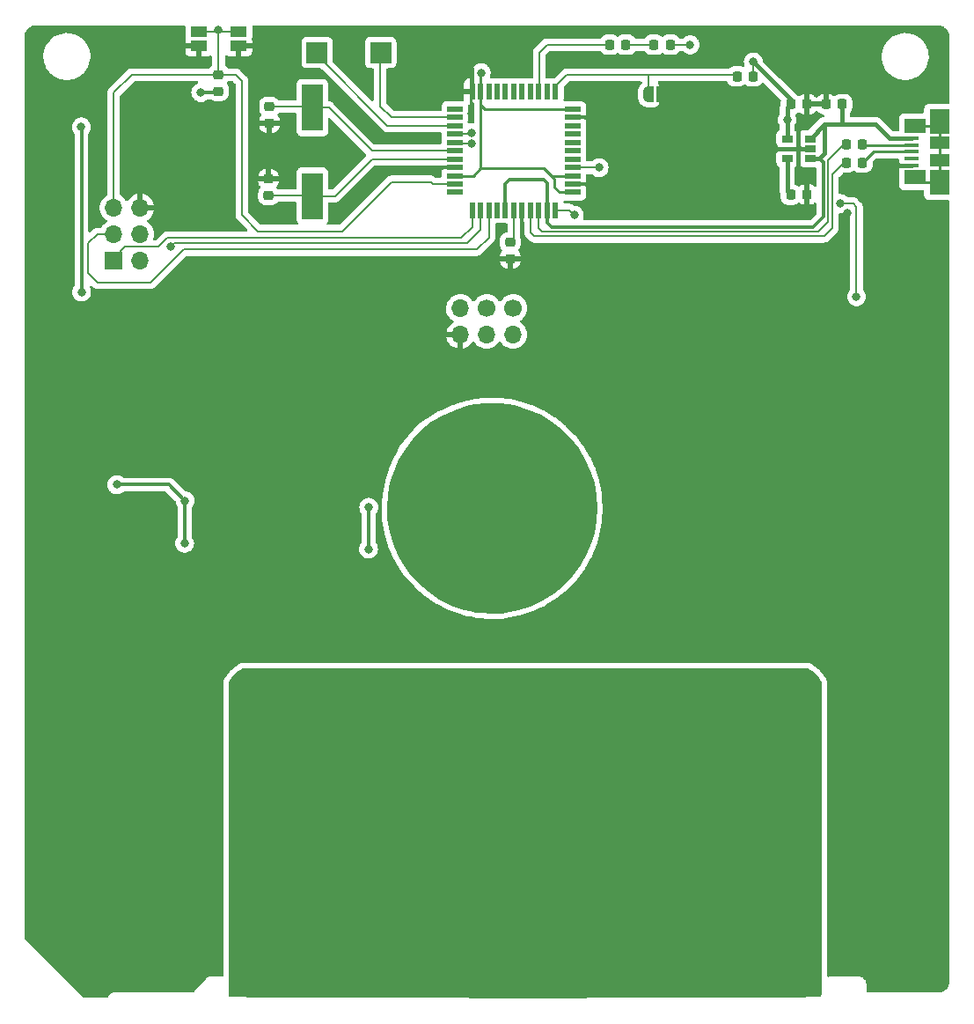
<source format=gbr>
G04 #@! TF.GenerationSoftware,KiCad,Pcbnew,(5.99.0-10336-g9846076676)*
G04 #@! TF.CreationDate,2021-04-17T01:38:01-06:00*
G04 #@! TF.ProjectId,yolo-badge,796f6c6f-2d62-4616-9467-652e6b696361,rev?*
G04 #@! TF.SameCoordinates,Original*
G04 #@! TF.FileFunction,Copper,L2,Bot*
G04 #@! TF.FilePolarity,Positive*
%FSLAX46Y46*%
G04 Gerber Fmt 4.6, Leading zero omitted, Abs format (unit mm)*
G04 Created by KiCad (PCBNEW (5.99.0-10336-g9846076676)) date 2021-04-17 01:38:01*
%MOMM*%
%LPD*%
G01*
G04 APERTURE LIST*
G04 Aperture macros list*
%AMRoundRect*
0 Rectangle with rounded corners*
0 $1 Rounding radius*
0 $2 $3 $4 $5 $6 $7 $8 $9 X,Y pos of 4 corners*
0 Add a 4 corners polygon primitive as box body*
4,1,4,$2,$3,$4,$5,$6,$7,$8,$9,$2,$3,0*
0 Add four circle primitives for the rounded corners*
1,1,$1+$1,$2,$3*
1,1,$1+$1,$4,$5*
1,1,$1+$1,$6,$7*
1,1,$1+$1,$8,$9*
0 Add four rect primitives between the rounded corners*
20,1,$1+$1,$2,$3,$4,$5,0*
20,1,$1+$1,$4,$5,$6,$7,0*
20,1,$1+$1,$6,$7,$8,$9,0*
20,1,$1+$1,$8,$9,$2,$3,0*%
%AMFreePoly0*
4,1,22,0.500000,-0.750000,0.000000,-0.750000,0.000000,-0.745033,-0.079941,-0.743568,-0.215256,-0.701293,-0.333266,-0.622738,-0.424486,-0.514219,-0.481581,-0.384460,-0.499164,-0.250000,-0.500000,-0.250000,-0.500000,0.250000,-0.499164,0.250000,-0.499963,0.256109,-0.478152,0.396186,-0.417904,0.524511,-0.324060,0.630769,-0.204165,0.706417,-0.067858,0.745374,0.000000,0.744959,0.000000,0.750000,
0.500000,0.750000,0.500000,-0.750000,0.500000,-0.750000,$1*%
%AMFreePoly1*
4,1,20,0.000000,0.744959,0.073905,0.744508,0.209726,0.703889,0.328688,0.626782,0.421226,0.519385,0.479903,0.390333,0.500000,0.250000,0.500000,-0.250000,0.499851,-0.262216,0.476331,-0.402017,0.414519,-0.529596,0.319384,-0.634700,0.198574,-0.708877,0.061801,-0.746166,0.000000,-0.745033,0.000000,-0.750000,-0.500000,-0.750000,-0.500000,0.750000,0.000000,0.750000,0.000000,0.744959,
0.000000,0.744959,$1*%
G04 Aperture macros list end*
%ADD10C,0.300000*%
G04 #@! TA.AperFunction,NonConductor*
%ADD11C,0.300000*%
G04 #@! TD*
G04 #@! TA.AperFunction,SMDPad,CuDef*
%ADD12RoundRect,0.218750X0.218750X0.256250X-0.218750X0.256250X-0.218750X-0.256250X0.218750X-0.256250X0*%
G04 #@! TD*
G04 #@! TA.AperFunction,SMDPad,CuDef*
%ADD13RoundRect,0.218750X-0.256250X0.218750X-0.256250X-0.218750X0.256250X-0.218750X0.256250X0.218750X0*%
G04 #@! TD*
G04 #@! TA.AperFunction,SMDPad,CuDef*
%ADD14RoundRect,0.218750X0.256250X-0.218750X0.256250X0.218750X-0.256250X0.218750X-0.256250X-0.218750X0*%
G04 #@! TD*
G04 #@! TA.AperFunction,SMDPad,CuDef*
%ADD15RoundRect,0.218750X-0.218750X-0.256250X0.218750X-0.256250X0.218750X0.256250X-0.218750X0.256250X0*%
G04 #@! TD*
G04 #@! TA.AperFunction,ComponentPad*
%ADD16R,1.700000X1.700000*%
G04 #@! TD*
G04 #@! TA.AperFunction,ComponentPad*
%ADD17O,1.700000X1.700000*%
G04 #@! TD*
G04 #@! TA.AperFunction,SMDPad,CuDef*
%ADD18R,1.380000X0.450000*%
G04 #@! TD*
G04 #@! TA.AperFunction,SMDPad,CuDef*
%ADD19R,1.900000X1.175000*%
G04 #@! TD*
G04 #@! TA.AperFunction,SMDPad,CuDef*
%ADD20R,1.900000X2.375000*%
G04 #@! TD*
G04 #@! TA.AperFunction,SMDPad,CuDef*
%ADD21R,2.100000X1.475000*%
G04 #@! TD*
G04 #@! TA.AperFunction,SMDPad,CuDef*
%ADD22FreePoly0,0.000000*%
G04 #@! TD*
G04 #@! TA.AperFunction,SMDPad,CuDef*
%ADD23FreePoly1,0.000000*%
G04 #@! TD*
G04 #@! TA.AperFunction,SMDPad,CuDef*
%ADD24R,2.000000X2.000000*%
G04 #@! TD*
G04 #@! TA.AperFunction,SMDPad,CuDef*
%ADD25R,1.600000X1.000000*%
G04 #@! TD*
G04 #@! TA.AperFunction,SMDPad,CuDef*
%ADD26R,1.060000X0.650000*%
G04 #@! TD*
G04 #@! TA.AperFunction,SMDPad,CuDef*
%ADD27R,0.550000X1.500000*%
G04 #@! TD*
G04 #@! TA.AperFunction,SMDPad,CuDef*
%ADD28R,1.500000X0.550000*%
G04 #@! TD*
G04 #@! TA.AperFunction,ComponentPad*
%ADD29C,1.700000*%
G04 #@! TD*
G04 #@! TA.AperFunction,SMDPad,CuDef*
%ADD30R,2.000000X4.500000*%
G04 #@! TD*
G04 #@! TA.AperFunction,ViaPad*
%ADD31C,0.800000*%
G04 #@! TD*
G04 #@! TA.AperFunction,Conductor*
%ADD32C,0.203200*%
G04 #@! TD*
G04 #@! TA.AperFunction,Conductor*
%ADD33C,0.304800*%
G04 #@! TD*
G04 #@! TA.AperFunction,Conductor*
%ADD34C,0.381000*%
G04 #@! TD*
G04 #@! TA.AperFunction,Conductor*
%ADD35C,0.254000*%
G04 #@! TD*
G04 APERTURE END LIST*
D10*
D11*
X145787566Y-92999657D02*
X145932709Y-92927085D01*
X146150423Y-92927085D01*
X146368137Y-92999657D01*
X146513280Y-93144799D01*
X146585852Y-93289942D01*
X146658423Y-93580228D01*
X146658423Y-93797942D01*
X146585852Y-94088228D01*
X146513280Y-94233371D01*
X146368137Y-94378514D01*
X146150423Y-94451085D01*
X146005280Y-94451085D01*
X145787566Y-94378514D01*
X145714995Y-94305942D01*
X145714995Y-93797942D01*
X146005280Y-93797942D01*
X144844137Y-92927085D02*
X144844137Y-93289942D01*
X145206995Y-93144799D02*
X144844137Y-93289942D01*
X144481280Y-93144799D01*
X145061852Y-93580228D02*
X144844137Y-93289942D01*
X144626423Y-93580228D01*
X143682995Y-92927085D02*
X143682995Y-93289942D01*
X144045852Y-93144799D02*
X143682995Y-93289942D01*
X143320137Y-93144799D01*
X143900709Y-93580228D02*
X143682995Y-93289942D01*
X143465280Y-93580228D01*
X142521852Y-92927085D02*
X142521852Y-93289942D01*
X142884709Y-93144799D02*
X142521852Y-93289942D01*
X142158995Y-93144799D01*
X142739566Y-93580228D02*
X142521852Y-93289942D01*
X142304137Y-93580228D01*
G36*
X175225730Y-109469562D02*
G01*
X175568707Y-109739498D01*
X175896424Y-110140240D01*
X176152662Y-110554680D01*
X176174975Y-125621945D01*
X176177606Y-127592294D01*
X176179438Y-129441004D01*
X176180383Y-131130123D01*
X176180418Y-132664574D01*
X176179518Y-134049278D01*
X176177661Y-135289154D01*
X176174820Y-136389126D01*
X176170974Y-137354113D01*
X176166098Y-138189036D01*
X176160167Y-138898818D01*
X176153159Y-139488378D01*
X176145048Y-139962638D01*
X176135812Y-140326520D01*
X176125426Y-140584943D01*
X176113866Y-140742830D01*
X176101108Y-140805100D01*
X176046052Y-140813742D01*
X175830103Y-140824727D01*
X175458104Y-140835192D01*
X174937623Y-140845137D01*
X174276225Y-140854561D01*
X173481479Y-140863466D01*
X172560951Y-140871850D01*
X171522208Y-140879715D01*
X170372817Y-140887059D01*
X169120346Y-140893884D01*
X167772361Y-140900188D01*
X166336430Y-140905972D01*
X164820118Y-140911236D01*
X163230995Y-140915981D01*
X161576626Y-140920205D01*
X159864578Y-140923909D01*
X158102419Y-140927093D01*
X156297716Y-140929757D01*
X154458035Y-140931900D01*
X152590944Y-140933524D01*
X150704010Y-140934628D01*
X148804799Y-140935212D01*
X146900879Y-140935275D01*
X144999817Y-140934819D01*
X143109180Y-140933842D01*
X141236535Y-140932346D01*
X139389448Y-140930329D01*
X137575488Y-140927792D01*
X135802220Y-140924736D01*
X134077213Y-140921159D01*
X132408032Y-140917062D01*
X130802246Y-140912445D01*
X129267421Y-140907308D01*
X127811123Y-140901651D01*
X126440921Y-140895474D01*
X125164382Y-140888777D01*
X123989071Y-140881560D01*
X122922557Y-140873823D01*
X121972406Y-140865565D01*
X121146185Y-140856788D01*
X120451462Y-140847491D01*
X119895803Y-140837673D01*
X119486775Y-140827336D01*
X119231946Y-140816478D01*
X119138883Y-140805100D01*
X119126374Y-140745045D01*
X119114790Y-140589164D01*
X119104380Y-140332847D01*
X119095120Y-139971173D01*
X119086987Y-139499220D01*
X119079956Y-138912068D01*
X119074004Y-138204796D01*
X119069106Y-137372482D01*
X119065239Y-136410205D01*
X119062379Y-135313045D01*
X119060501Y-134076080D01*
X119059582Y-132694389D01*
X119059598Y-131163051D01*
X119060525Y-129477145D01*
X119062339Y-127631750D01*
X119065016Y-125621945D01*
X119087329Y-110554680D01*
X119343567Y-110140240D01*
X119613507Y-109797274D01*
X120014261Y-109469562D01*
X120428716Y-109213324D01*
X174811275Y-109213324D01*
X175225730Y-109469562D01*
G37*
G36*
X145220361Y-83761415D02*
G01*
X145949982Y-83823179D01*
X146627434Y-83940493D01*
X147311522Y-84123740D01*
X148061052Y-84383307D01*
X149119322Y-84853900D01*
X150187521Y-85495551D01*
X151156832Y-86257256D01*
X152020269Y-87125615D01*
X152770844Y-88087231D01*
X153401571Y-89128705D01*
X153905461Y-90236639D01*
X154275528Y-91397634D01*
X154504785Y-92598293D01*
X154586243Y-93825216D01*
X154512917Y-95065006D01*
X154277819Y-96304264D01*
X154071735Y-97002997D01*
X153586174Y-98205807D01*
X152964351Y-99321593D01*
X152216700Y-100341122D01*
X151353653Y-101255159D01*
X150385644Y-102054471D01*
X149323107Y-102729824D01*
X148176476Y-103271986D01*
X146956183Y-103671722D01*
X145672662Y-103919798D01*
X145525963Y-103936144D01*
X144939350Y-103967195D01*
X144266786Y-103962152D01*
X143569085Y-103923938D01*
X142907063Y-103855476D01*
X142341533Y-103759690D01*
X141734214Y-103607846D01*
X140508771Y-103177278D01*
X139356659Y-102601877D01*
X138290684Y-101890803D01*
X137323652Y-101053220D01*
X136468367Y-100098286D01*
X135737636Y-99035164D01*
X135423584Y-98468304D01*
X134919240Y-97313045D01*
X134569816Y-96129144D01*
X134370830Y-94929498D01*
X134317798Y-93727007D01*
X134406239Y-92534569D01*
X134631670Y-91365082D01*
X134989611Y-90231447D01*
X135475578Y-89146561D01*
X136085089Y-88123322D01*
X136813663Y-87174631D01*
X137656817Y-86313385D01*
X138610069Y-85552483D01*
X139668937Y-84904825D01*
X140828939Y-84383307D01*
X141527597Y-84139691D01*
X142214420Y-83951316D01*
X142890391Y-83829620D01*
X143614314Y-83764218D01*
X144444995Y-83744725D01*
X145220361Y-83761415D01*
G37*
D12*
X178138334Y-54990000D03*
X176563334Y-54990000D03*
X174730834Y-63670000D03*
X173155834Y-63670000D03*
X174740834Y-54990000D03*
X173165834Y-54990000D03*
D13*
X146183334Y-68252500D03*
X146183334Y-69827500D03*
X123003334Y-55212500D03*
X123003334Y-56787500D03*
D14*
X122913334Y-63747500D03*
X122913334Y-62172500D03*
D15*
X160025834Y-49260000D03*
X161600834Y-49260000D03*
D16*
X108025000Y-70015000D03*
D17*
X110565000Y-70015000D03*
X108025000Y-67475000D03*
X110565000Y-67475000D03*
X108025000Y-64935000D03*
X110565000Y-64935000D03*
D18*
X184813334Y-58260000D03*
X184813334Y-58910000D03*
X184813334Y-59560000D03*
X184813334Y-60210000D03*
X184813334Y-60860000D03*
D19*
X187473334Y-60400000D03*
X187473334Y-58720000D03*
D20*
X187473334Y-62470000D03*
D21*
X185173334Y-62022500D03*
D20*
X187473334Y-56650000D03*
D21*
X185173334Y-57097500D03*
D22*
X159480000Y-54010000D03*
D23*
X160780000Y-54010000D03*
D15*
X178515834Y-60600000D03*
X180090834Y-60600000D03*
X178515834Y-58810000D03*
X180090834Y-58810000D03*
D14*
X118110000Y-53727500D03*
X118110000Y-52152500D03*
D12*
X157320834Y-49260000D03*
X155745834Y-49260000D03*
X169580834Y-52300000D03*
X168005834Y-52300000D03*
D24*
X127603334Y-50010000D03*
D25*
X116230000Y-49375000D03*
X120030000Y-49375000D03*
X116230000Y-47975000D03*
X120030000Y-47975000D03*
D24*
X133713334Y-50010000D03*
D26*
X175023334Y-58310000D03*
X175023334Y-59260000D03*
X175023334Y-60210000D03*
X172823334Y-60210000D03*
X172823334Y-58310000D03*
D27*
X150523334Y-65160000D03*
X149723334Y-65160000D03*
X148923334Y-65160000D03*
X148123334Y-65160000D03*
X147323334Y-65160000D03*
X146523334Y-65160000D03*
X145723334Y-65160000D03*
X144923334Y-65160000D03*
X144123334Y-65160000D03*
X143323334Y-65160000D03*
X142523334Y-65160000D03*
D28*
X140823334Y-63460000D03*
X140823334Y-62660000D03*
X140823334Y-61860000D03*
X140823334Y-61060000D03*
X140823334Y-60260000D03*
X140823334Y-59460000D03*
X140823334Y-58660000D03*
X140823334Y-57860000D03*
X140823334Y-57060000D03*
X140823334Y-56260000D03*
X140823334Y-55460000D03*
D27*
X142523334Y-53760000D03*
X143323334Y-53760000D03*
X144123334Y-53760000D03*
X144923334Y-53760000D03*
X145723334Y-53760000D03*
X146523334Y-53760000D03*
X147323334Y-53760000D03*
X148123334Y-53760000D03*
X148923334Y-53760000D03*
X149723334Y-53760000D03*
X150523334Y-53760000D03*
D28*
X152223334Y-55460000D03*
X152223334Y-56260000D03*
X152223334Y-57060000D03*
X152223334Y-57860000D03*
X152223334Y-58660000D03*
X152223334Y-59460000D03*
X152223334Y-60260000D03*
X152223334Y-61060000D03*
X152223334Y-61860000D03*
X152223334Y-62660000D03*
X152223334Y-63460000D03*
D17*
X141373334Y-74600000D03*
X141373334Y-77140000D03*
D29*
X143913334Y-74600000D03*
D17*
X143913334Y-77140000D03*
D29*
X146453334Y-74600000D03*
D17*
X146453334Y-77140000D03*
D30*
X127143334Y-63810000D03*
X127143334Y-55310000D03*
D31*
X118095000Y-47875000D03*
X165740000Y-53260000D03*
X165730000Y-50730000D03*
X137400000Y-61340000D03*
X137390000Y-54830000D03*
X179500000Y-73490000D03*
X177960000Y-64540000D03*
X116410000Y-53860000D03*
X104910000Y-57170000D03*
X104930000Y-73040000D03*
X108330000Y-91570000D03*
X114890000Y-93120000D03*
X114840000Y-97200000D03*
X132570000Y-93750000D03*
X132550000Y-97760000D03*
X172823334Y-56473334D03*
X154730000Y-61080000D03*
X181480000Y-60690000D03*
X180960000Y-77590000D03*
X180940000Y-94800000D03*
X172780000Y-102160000D03*
X155110000Y-102170000D03*
X137030000Y-102310000D03*
X119800000Y-102170000D03*
X111720000Y-94790000D03*
X111710000Y-77600000D03*
X111730000Y-60390000D03*
X113550000Y-53650000D03*
X113520000Y-50730000D03*
X113510000Y-68700000D03*
X152343334Y-65650000D03*
X142443334Y-57740000D03*
X142443334Y-58780000D03*
X143383334Y-51950000D03*
X178633334Y-65430000D03*
X174233334Y-65460000D03*
X169573334Y-50910000D03*
X163503334Y-49270000D03*
D32*
X148983334Y-53700000D02*
X148923334Y-53760000D01*
X148983334Y-50010000D02*
X148983334Y-53700000D01*
X179180000Y-64540000D02*
X179500000Y-64860000D01*
X177960000Y-64540000D02*
X179180000Y-64540000D01*
X179500000Y-64860000D02*
X179500000Y-73490000D01*
D33*
X117977500Y-53860000D02*
X118110000Y-53727500D01*
X116410000Y-53860000D02*
X117977500Y-53860000D01*
X104930000Y-57190000D02*
X104910000Y-57170000D01*
X104930000Y-73040000D02*
X104930000Y-57190000D01*
X108330000Y-91570000D02*
X113340000Y-91570000D01*
X113340000Y-91570000D02*
X114890000Y-93120000D01*
X114840000Y-93170000D02*
X114890000Y-93120000D01*
X114840000Y-97200000D02*
X114840000Y-93170000D01*
X132550000Y-97760000D02*
X132550000Y-93770000D01*
X132550000Y-93770000D02*
X132570000Y-93750000D01*
D34*
X172823334Y-58310000D02*
X172823334Y-56473334D01*
X172823334Y-56473334D02*
X172823334Y-55332500D01*
D32*
X152243334Y-61080000D02*
X152223334Y-61060000D01*
X154730000Y-61080000D02*
X152243334Y-61080000D01*
X144123334Y-67790000D02*
X144123334Y-65160000D01*
X142963334Y-68950000D02*
X144123334Y-67790000D01*
X114740000Y-68950000D02*
X142963334Y-68950000D01*
X105570000Y-68370000D02*
X105570000Y-71250000D01*
X105570000Y-71250000D02*
X106450000Y-72130000D01*
X108025000Y-67475000D02*
X106465000Y-67475000D01*
X111560000Y-72130000D02*
X114740000Y-68950000D01*
X106450000Y-72130000D02*
X111560000Y-72130000D01*
X106465000Y-67475000D02*
X105570000Y-68370000D01*
X113840000Y-68370000D02*
X113510000Y-68700000D01*
X142043334Y-68370000D02*
X113840000Y-68370000D01*
X113190000Y-67830000D02*
X112320000Y-68700000D01*
X112320000Y-68700000D02*
X109140000Y-68700000D01*
X141473334Y-67830000D02*
X113190000Y-67830000D01*
X142523334Y-66780000D02*
X141473334Y-67830000D01*
X109140000Y-68700000D02*
X108025000Y-69815000D01*
X142523334Y-65160000D02*
X142523334Y-66780000D01*
X108025000Y-69815000D02*
X108025000Y-70015000D01*
X109757500Y-52152500D02*
X118110000Y-52152500D01*
X108025000Y-53885000D02*
X109757500Y-52152500D01*
X108025000Y-64935000D02*
X108025000Y-53885000D01*
X120360000Y-52760000D02*
X119752500Y-52152500D01*
X120360000Y-65630000D02*
X120360000Y-52760000D01*
X121930000Y-67200000D02*
X120360000Y-65630000D01*
X130020000Y-67200000D02*
X121930000Y-67200000D01*
X134760000Y-62460000D02*
X130020000Y-67200000D01*
X138533334Y-62460000D02*
X134760000Y-62460000D01*
X119752500Y-52152500D02*
X118110000Y-52152500D01*
X118110000Y-48090000D02*
X118225000Y-47975000D01*
X118110000Y-52152500D02*
X118110000Y-48090000D01*
X118225000Y-47975000D02*
X120080000Y-47975000D01*
X116230000Y-47975000D02*
X118225000Y-47975000D01*
X120080000Y-47975000D02*
X120180000Y-47875000D01*
X159480000Y-54010000D02*
X159510000Y-53980000D01*
X159510000Y-52170000D02*
X151613334Y-52170000D01*
X159510000Y-53980000D02*
X159510000Y-52170000D01*
X165273334Y-52170000D02*
X159510000Y-52170000D01*
X138733334Y-62660000D02*
X138533334Y-62460000D01*
X140823334Y-62660000D02*
X138733334Y-62660000D01*
X133653334Y-50070000D02*
X133713334Y-50010000D01*
X133653334Y-55170000D02*
X133653334Y-50070000D01*
X151853334Y-65160000D02*
X152343334Y-65650000D01*
X150523334Y-65160000D02*
X151853334Y-65160000D01*
X140823334Y-57860000D02*
X142323334Y-57860000D01*
X142323334Y-57860000D02*
X142443334Y-57740000D01*
X140943334Y-58780000D02*
X140823334Y-58660000D01*
X142443334Y-58780000D02*
X140943334Y-58780000D01*
D35*
X143323334Y-53760000D02*
X143323334Y-52010000D01*
X143323334Y-52010000D02*
X143383334Y-51950000D01*
D33*
X149723334Y-66350000D02*
X150183334Y-66810000D01*
X149723334Y-65160000D02*
X149723334Y-66350000D01*
X150183334Y-66810000D02*
X175313334Y-66810000D01*
X176303334Y-65820000D02*
X176303334Y-60570000D01*
X176303334Y-60570000D02*
X175943334Y-60210000D01*
X175313334Y-66810000D02*
X176303334Y-65820000D01*
D32*
X148923334Y-66920000D02*
X148923334Y-65160000D01*
X176763334Y-66310000D02*
X175803334Y-67270000D01*
X178303334Y-58810000D02*
X176763334Y-60350000D01*
X149273334Y-67270000D02*
X148923334Y-66920000D01*
X178515834Y-58810000D02*
X178303334Y-58810000D01*
X176763334Y-60350000D02*
X176763334Y-66310000D01*
X175803334Y-67270000D02*
X149273334Y-67270000D01*
X175803334Y-67270000D02*
X171173334Y-67270000D01*
X177173334Y-66910000D02*
X177173334Y-61740000D01*
X176403334Y-67680000D02*
X177173334Y-66910000D01*
X177173334Y-61740000D02*
X178313334Y-60600000D01*
X178313334Y-60600000D02*
X178515834Y-60600000D01*
X148123334Y-67290000D02*
X148513334Y-67680000D01*
X148123334Y-65160000D02*
X148123334Y-67290000D01*
X177173334Y-66910000D02*
X177173334Y-66180000D01*
X148513334Y-67680000D02*
X176403334Y-67680000D01*
X143323334Y-65160000D02*
X143323334Y-67090000D01*
X143323334Y-67090000D02*
X142043334Y-68370000D01*
X146523334Y-68282500D02*
X146593334Y-68352500D01*
X146523334Y-65160000D02*
X146523334Y-68282500D01*
D35*
X143703334Y-55460000D02*
X143323334Y-55080000D01*
X152223334Y-55460000D02*
X143703334Y-55460000D01*
X143323334Y-55080000D02*
X143323334Y-53760000D01*
X143323334Y-61140000D02*
X143323334Y-55080000D01*
X150008334Y-61705000D02*
X149443334Y-61140000D01*
X150163334Y-61860000D02*
X150008334Y-61705000D01*
X150453334Y-62150000D02*
X150008334Y-61705000D01*
X152223334Y-61860000D02*
X150163334Y-61860000D01*
X150453334Y-63010000D02*
X150453334Y-62150000D01*
X150903334Y-63460000D02*
X150453334Y-63010000D01*
X152223334Y-63460000D02*
X150903334Y-63460000D01*
X149443334Y-61140000D02*
X143323334Y-61140000D01*
X142603334Y-61860000D02*
X143323334Y-61140000D01*
X140823334Y-61860000D02*
X142603334Y-61860000D01*
D32*
X169573334Y-52292500D02*
X169580834Y-52300000D01*
X169573334Y-50910000D02*
X169573334Y-52292500D01*
X173165834Y-54502500D02*
X173165834Y-54990000D01*
D34*
X169573342Y-50910007D02*
X173165842Y-54502507D01*
D33*
X152223334Y-62660000D02*
X152183334Y-62620000D01*
X149723334Y-62540000D02*
X149723334Y-65160000D01*
X149423334Y-62240000D02*
X149723334Y-62540000D01*
X146113334Y-62240000D02*
X149423334Y-62240000D01*
X145723334Y-62630000D02*
X146113334Y-62240000D01*
X145723334Y-65160000D02*
X145723334Y-62630000D01*
D34*
X173903334Y-59260000D02*
X173903334Y-61720000D01*
X173903334Y-59260000D02*
X173903334Y-56920000D01*
X173903334Y-59260000D02*
X171273334Y-59260000D01*
X175023334Y-59260000D02*
X173903334Y-59260000D01*
X171273334Y-59260000D02*
X171043334Y-59260000D01*
D32*
X161610834Y-49270000D02*
X161600834Y-49260000D01*
X169580834Y-50917500D02*
X169573334Y-50910000D01*
X163503334Y-49270000D02*
X161610834Y-49270000D01*
X157320834Y-49260000D02*
X160025834Y-49260000D01*
X134743334Y-56260000D02*
X133653334Y-55170000D01*
X140823334Y-56260000D02*
X134743334Y-56260000D01*
X134373334Y-57060000D02*
X127543334Y-50230000D01*
X140823334Y-57060000D02*
X134373334Y-57060000D01*
X127080834Y-63747500D02*
X127143334Y-63810000D01*
X122913334Y-63747500D02*
X127080834Y-63747500D01*
X127045834Y-55212500D02*
X127143334Y-55310000D01*
X123003334Y-55212500D02*
X127045834Y-55212500D01*
X132873334Y-60250000D02*
X140813334Y-60250000D01*
X129313334Y-63810000D02*
X132873334Y-60250000D01*
X140813334Y-60250000D02*
X140823334Y-60260000D01*
X127143334Y-63810000D02*
X129313334Y-63810000D01*
X128723334Y-55310000D02*
X132873334Y-59460000D01*
X132873334Y-59460000D02*
X140823334Y-59460000D01*
X127143334Y-55310000D02*
X128723334Y-55310000D01*
D33*
X140823334Y-61060000D02*
X138623334Y-61060000D01*
X142523334Y-53760000D02*
X142523334Y-51580000D01*
X152223334Y-56260000D02*
X154263334Y-56260000D01*
X152223334Y-62660000D02*
X154803334Y-62660000D01*
X147323334Y-65160000D02*
X147323334Y-67080000D01*
D32*
X149733334Y-49260000D02*
X148983334Y-50010000D01*
X155745834Y-49260000D02*
X149733334Y-49260000D01*
X167875834Y-52170000D02*
X168005834Y-52300000D01*
X165273334Y-52170000D02*
X167875834Y-52170000D01*
X151613334Y-52170000D02*
X150583334Y-53200000D01*
D34*
X172823334Y-63337500D02*
X173155834Y-63670000D01*
X172823334Y-60210000D02*
X172823334Y-63337500D01*
X172823334Y-55332500D02*
X173165834Y-54990000D01*
X175943334Y-60210000D02*
X176423334Y-59730000D01*
X176423334Y-59730000D02*
X176423334Y-56910000D01*
X175023334Y-60210000D02*
X175943334Y-60210000D01*
X176913334Y-56910000D02*
X178193334Y-56910000D01*
X176423334Y-56910000D02*
X176913334Y-56910000D01*
X178138334Y-56855000D02*
X178193334Y-56910000D01*
X178193334Y-56910000D02*
X181343334Y-56910000D01*
X178138334Y-54990000D02*
X178138334Y-56855000D01*
X175023334Y-58310000D02*
X176423334Y-56910000D01*
X184813334Y-58260000D02*
X182693334Y-58260000D01*
X182693334Y-58260000D02*
X181343334Y-56910000D01*
D35*
X182893334Y-60860000D02*
X182723334Y-61030000D01*
D34*
X184813342Y-60860000D02*
X182893331Y-60860000D01*
D35*
X185620834Y-62470000D02*
X185173334Y-62022500D01*
X187473334Y-62470000D02*
X185620834Y-62470000D01*
X187473334Y-60400000D02*
X187473334Y-62470000D01*
X187473334Y-58720000D02*
X187473334Y-60400000D01*
X187473334Y-56650000D02*
X187473334Y-58720000D01*
X187025834Y-57097500D02*
X187473334Y-56650000D01*
X185173334Y-57097500D02*
X187025834Y-57097500D01*
X184813334Y-60860000D02*
X184793334Y-60880000D01*
X184813334Y-59560000D02*
X181130834Y-59560000D01*
X181130834Y-59560000D02*
X180090834Y-60600000D01*
X180190834Y-58910000D02*
X180090834Y-58810000D01*
X184813334Y-58910000D02*
X180190834Y-58910000D01*
G04 #@! TA.AperFunction,Conductor*
G36*
X114858621Y-47428002D02*
G01*
X114905114Y-47481658D01*
X114916500Y-47534000D01*
X114916500Y-48475000D01*
X114921727Y-48548079D01*
X114945244Y-48628171D01*
X114947366Y-48635397D01*
X114947366Y-48706393D01*
X114941820Y-48721263D01*
X114936498Y-48739388D01*
X114917639Y-48870554D01*
X114917000Y-48879495D01*
X114917000Y-49102885D01*
X114921475Y-49118124D01*
X114922865Y-49119329D01*
X114930548Y-49121000D01*
X116358000Y-49121000D01*
X116426121Y-49141002D01*
X116472614Y-49194658D01*
X116484000Y-49247000D01*
X116484000Y-50369885D01*
X116488475Y-50385124D01*
X116489865Y-50386329D01*
X116497548Y-50388000D01*
X117027743Y-50388000D01*
X117032250Y-50387839D01*
X117096269Y-50383260D01*
X117109491Y-50380874D01*
X117234458Y-50344181D01*
X117250687Y-50336769D01*
X117305780Y-50301364D01*
X117373901Y-50281363D01*
X117442022Y-50301366D01*
X117488514Y-50355022D01*
X117499900Y-50407363D01*
X117499900Y-51227981D01*
X117479898Y-51296102D01*
X117442985Y-51333353D01*
X117396944Y-51363539D01*
X117384049Y-51371993D01*
X117267414Y-51495115D01*
X117267042Y-51494762D01*
X117214077Y-51534440D01*
X117170003Y-51542400D01*
X109834783Y-51542400D01*
X109823073Y-51541848D01*
X109815387Y-51540130D01*
X109807461Y-51540379D01*
X109807460Y-51540379D01*
X109745126Y-51542338D01*
X109741168Y-51542400D01*
X109717920Y-51542400D01*
X109713999Y-51542896D01*
X109710034Y-51543145D01*
X109710034Y-51543138D01*
X109703624Y-51543643D01*
X109672062Y-51544634D01*
X109669203Y-51544724D01*
X109661278Y-51544973D01*
X109642894Y-51550314D01*
X109623532Y-51554324D01*
X109619702Y-51554808D01*
X109612398Y-51555730D01*
X109612396Y-51555730D01*
X109604531Y-51556724D01*
X109565122Y-51572328D01*
X109553921Y-51576163D01*
X109513214Y-51587989D01*
X109506390Y-51592025D01*
X109506387Y-51592026D01*
X109496725Y-51597740D01*
X109478975Y-51606436D01*
X109461173Y-51613484D01*
X109454757Y-51618145D01*
X109454756Y-51618146D01*
X109426900Y-51638385D01*
X109416976Y-51644904D01*
X109387842Y-51662133D01*
X109387837Y-51662137D01*
X109381019Y-51666169D01*
X109367738Y-51679450D01*
X109352703Y-51692291D01*
X109342852Y-51699448D01*
X109342848Y-51699451D01*
X109336435Y-51704111D01*
X109331382Y-51710219D01*
X109308408Y-51737990D01*
X109300418Y-51746770D01*
X107648245Y-53398943D01*
X107639570Y-53406838D01*
X107632921Y-53411057D01*
X107627495Y-53416835D01*
X107627494Y-53416836D01*
X107584794Y-53462307D01*
X107582039Y-53465149D01*
X107565607Y-53481581D01*
X107563178Y-53484713D01*
X107560558Y-53487684D01*
X107560552Y-53487679D01*
X107556378Y-53492567D01*
X107527374Y-53523453D01*
X107523557Y-53530397D01*
X107523555Y-53530399D01*
X107518151Y-53540229D01*
X107507294Y-53556757D01*
X107495557Y-53571888D01*
X107492409Y-53579163D01*
X107478726Y-53610782D01*
X107473509Y-53621431D01*
X107453094Y-53658567D01*
X107448332Y-53677114D01*
X107441930Y-53695813D01*
X107437471Y-53706117D01*
X107437470Y-53706121D01*
X107434323Y-53713393D01*
X107433083Y-53721222D01*
X107427694Y-53755248D01*
X107425286Y-53766874D01*
X107414900Y-53807324D01*
X107414900Y-53826105D01*
X107413349Y-53845816D01*
X107410203Y-53865679D01*
X107410949Y-53873570D01*
X107414341Y-53909452D01*
X107414900Y-53921310D01*
X107414900Y-63645102D01*
X107394898Y-63713223D01*
X107354265Y-63752821D01*
X107226196Y-63830535D01*
X107226189Y-63830540D01*
X107221631Y-63833306D01*
X107217601Y-63836803D01*
X107060905Y-63972776D01*
X107047492Y-63984415D01*
X107044109Y-63988541D01*
X107044105Y-63988545D01*
X106953987Y-64098453D01*
X106901304Y-64162705D01*
X106898665Y-64167341D01*
X106898663Y-64167344D01*
X106828430Y-64290725D01*
X106787245Y-64363077D01*
X106708578Y-64579802D01*
X106707629Y-64585051D01*
X106707628Y-64585054D01*
X106679337Y-64741504D01*
X106667551Y-64806683D01*
X106665338Y-65037233D01*
X106702002Y-65264861D01*
X106776494Y-65483056D01*
X106779044Y-65487743D01*
X106779045Y-65487745D01*
X106810875Y-65546246D01*
X106886685Y-65685580D01*
X107029424Y-65866644D01*
X107056177Y-65890775D01*
X107196659Y-66017489D01*
X107196665Y-66017494D01*
X107200629Y-66021069D01*
X107205142Y-66023928D01*
X107205144Y-66023929D01*
X107323242Y-66098731D01*
X107370087Y-66152079D01*
X107380654Y-66222285D01*
X107351587Y-66287058D01*
X107321186Y-66312894D01*
X107226196Y-66370535D01*
X107226191Y-66370539D01*
X107221631Y-66373306D01*
X107217601Y-66376803D01*
X107056911Y-66516242D01*
X107047492Y-66524415D01*
X107044109Y-66528541D01*
X107044105Y-66528545D01*
X106993798Y-66589900D01*
X106901304Y-66702705D01*
X106898666Y-66707339D01*
X106898663Y-66707344D01*
X106845219Y-66801232D01*
X106794137Y-66850539D01*
X106735717Y-66864900D01*
X106542282Y-66864900D01*
X106530572Y-66864348D01*
X106522886Y-66862630D01*
X106514960Y-66862879D01*
X106514959Y-66862879D01*
X106452626Y-66864838D01*
X106448668Y-66864900D01*
X106425420Y-66864900D01*
X106421499Y-66865396D01*
X106417534Y-66865645D01*
X106417534Y-66865638D01*
X106411124Y-66866143D01*
X106379562Y-66867134D01*
X106376703Y-66867224D01*
X106368778Y-66867473D01*
X106350394Y-66872814D01*
X106331032Y-66876824D01*
X106327202Y-66877308D01*
X106319898Y-66878230D01*
X106319896Y-66878230D01*
X106312031Y-66879224D01*
X106272622Y-66894828D01*
X106261421Y-66898663D01*
X106220714Y-66910489D01*
X106213890Y-66914525D01*
X106213887Y-66914526D01*
X106204225Y-66920240D01*
X106186475Y-66928936D01*
X106168673Y-66935984D01*
X106162257Y-66940645D01*
X106162256Y-66940646D01*
X106134400Y-66960885D01*
X106124476Y-66967404D01*
X106095342Y-66984633D01*
X106095337Y-66984637D01*
X106088519Y-66988669D01*
X106075238Y-67001950D01*
X106060203Y-67014791D01*
X106050352Y-67021948D01*
X106050348Y-67021951D01*
X106043935Y-67026611D01*
X106038882Y-67032719D01*
X106015908Y-67060490D01*
X106007918Y-67069270D01*
X105805995Y-67271193D01*
X105743683Y-67305219D01*
X105672868Y-67300154D01*
X105616032Y-67257607D01*
X105591221Y-67191087D01*
X105590900Y-67182098D01*
X105590900Y-57819876D01*
X105610902Y-57751755D01*
X105623258Y-57735573D01*
X105649037Y-57706942D01*
X105715058Y-57592591D01*
X105741220Y-57547277D01*
X105741221Y-57547276D01*
X105744524Y-57541554D01*
X105775726Y-57445525D01*
X105801498Y-57366206D01*
X105801498Y-57366205D01*
X105803538Y-57359927D01*
X105805691Y-57339448D01*
X105822810Y-57176565D01*
X105823500Y-57170000D01*
X105810465Y-57045975D01*
X105804228Y-56986637D01*
X105804228Y-56986636D01*
X105803538Y-56980073D01*
X105744524Y-56798446D01*
X105649037Y-56633058D01*
X105555366Y-56529025D01*
X105525673Y-56496048D01*
X105525672Y-56496047D01*
X105521251Y-56491137D01*
X105515909Y-56487256D01*
X105515907Y-56487254D01*
X105372092Y-56382767D01*
X105372091Y-56382766D01*
X105366750Y-56378886D01*
X105360722Y-56376202D01*
X105360720Y-56376201D01*
X105198318Y-56303895D01*
X105198317Y-56303895D01*
X105192287Y-56301210D01*
X105098887Y-56281357D01*
X105011944Y-56262876D01*
X105011939Y-56262876D01*
X105005487Y-56261504D01*
X104814513Y-56261504D01*
X104808061Y-56262876D01*
X104808056Y-56262876D01*
X104721113Y-56281357D01*
X104627713Y-56301210D01*
X104621683Y-56303895D01*
X104621682Y-56303895D01*
X104459280Y-56376201D01*
X104459278Y-56376202D01*
X104453250Y-56378886D01*
X104447909Y-56382766D01*
X104447908Y-56382767D01*
X104304093Y-56487254D01*
X104304091Y-56487256D01*
X104298749Y-56491137D01*
X104294328Y-56496047D01*
X104294327Y-56496048D01*
X104264635Y-56529025D01*
X104170963Y-56633058D01*
X104075476Y-56798446D01*
X104016462Y-56980073D01*
X104015772Y-56986636D01*
X104015772Y-56986637D01*
X104009535Y-57045975D01*
X103996500Y-57170000D01*
X103997190Y-57176565D01*
X104014310Y-57339448D01*
X104016462Y-57359927D01*
X104018502Y-57366205D01*
X104018502Y-57366206D01*
X104044274Y-57445525D01*
X104075476Y-57541554D01*
X104078779Y-57547276D01*
X104078780Y-57547277D01*
X104104942Y-57592591D01*
X104170963Y-57706942D01*
X104175381Y-57711849D01*
X104175382Y-57711850D01*
X104194426Y-57733000D01*
X104229101Y-57771510D01*
X104236736Y-57779990D01*
X104267453Y-57843998D01*
X104269100Y-57864301D01*
X104269100Y-72367912D01*
X104249098Y-72436033D01*
X104236742Y-72452216D01*
X104190963Y-72503058D01*
X104137282Y-72596036D01*
X104109524Y-72644115D01*
X104095476Y-72668446D01*
X104083167Y-72706329D01*
X104043110Y-72829614D01*
X104036462Y-72850073D01*
X104016500Y-73040000D01*
X104017190Y-73046565D01*
X104025406Y-73124731D01*
X104036462Y-73229927D01*
X104038502Y-73236205D01*
X104038502Y-73236206D01*
X104070633Y-73335094D01*
X104095476Y-73411554D01*
X104190963Y-73576942D01*
X104195381Y-73581849D01*
X104195382Y-73581850D01*
X104314327Y-73713952D01*
X104318749Y-73718863D01*
X104324091Y-73722744D01*
X104324093Y-73722746D01*
X104462876Y-73823577D01*
X104473250Y-73831114D01*
X104479278Y-73833798D01*
X104479280Y-73833799D01*
X104541619Y-73861554D01*
X104647713Y-73908790D01*
X104740257Y-73928461D01*
X104828056Y-73947124D01*
X104828061Y-73947124D01*
X104834513Y-73948496D01*
X105025487Y-73948496D01*
X105031939Y-73947124D01*
X105031944Y-73947124D01*
X105119743Y-73928461D01*
X105212287Y-73908790D01*
X105318381Y-73861554D01*
X105380720Y-73833799D01*
X105380722Y-73833798D01*
X105386750Y-73831114D01*
X105397124Y-73823577D01*
X105535907Y-73722746D01*
X105535909Y-73722744D01*
X105541251Y-73718863D01*
X105545673Y-73713952D01*
X105664618Y-73581850D01*
X105664619Y-73581849D01*
X105669037Y-73576942D01*
X105764524Y-73411554D01*
X105789367Y-73335094D01*
X105821498Y-73236206D01*
X105821498Y-73236205D01*
X105823538Y-73229927D01*
X105834595Y-73124731D01*
X105842810Y-73046565D01*
X105843500Y-73040000D01*
X105823538Y-72850073D01*
X105816891Y-72829614D01*
X105776833Y-72706329D01*
X105764524Y-72668446D01*
X105749768Y-72642889D01*
X105733031Y-72573896D01*
X105756251Y-72506804D01*
X105812058Y-72462916D01*
X105882733Y-72456167D01*
X105947983Y-72490795D01*
X105963943Y-72506755D01*
X105971838Y-72515430D01*
X105976057Y-72522079D01*
X105981835Y-72527505D01*
X105981836Y-72527506D01*
X106027307Y-72570206D01*
X106030149Y-72572961D01*
X106046581Y-72589393D01*
X106049713Y-72591822D01*
X106052684Y-72594442D01*
X106052679Y-72594448D01*
X106057567Y-72598622D01*
X106088453Y-72627626D01*
X106095397Y-72631443D01*
X106095399Y-72631445D01*
X106105229Y-72636849D01*
X106121758Y-72647706D01*
X106136888Y-72659443D01*
X106175782Y-72676274D01*
X106186431Y-72681491D01*
X106223567Y-72701906D01*
X106242114Y-72706668D01*
X106260813Y-72713070D01*
X106271117Y-72717529D01*
X106271121Y-72717530D01*
X106278393Y-72720677D01*
X106286222Y-72721917D01*
X106320248Y-72727306D01*
X106331874Y-72729714D01*
X106364647Y-72738129D01*
X106364648Y-72738129D01*
X106372324Y-72740100D01*
X106391105Y-72740100D01*
X106410816Y-72741651D01*
X106415356Y-72742370D01*
X106430679Y-72744797D01*
X106438570Y-72744051D01*
X106474452Y-72740659D01*
X106486310Y-72740100D01*
X111482717Y-72740100D01*
X111494427Y-72740652D01*
X111502113Y-72742370D01*
X111510039Y-72742121D01*
X111510040Y-72742121D01*
X111572374Y-72740162D01*
X111576332Y-72740100D01*
X111599580Y-72740100D01*
X111603501Y-72739604D01*
X111607466Y-72739355D01*
X111607466Y-72739362D01*
X111613876Y-72738857D01*
X111645438Y-72737866D01*
X111648297Y-72737776D01*
X111656222Y-72737527D01*
X111674606Y-72732186D01*
X111693968Y-72728176D01*
X111697798Y-72727692D01*
X111705102Y-72726770D01*
X111705104Y-72726770D01*
X111712969Y-72725776D01*
X111752378Y-72710172D01*
X111763579Y-72706337D01*
X111804286Y-72694511D01*
X111811110Y-72690475D01*
X111811113Y-72690474D01*
X111820775Y-72684760D01*
X111838526Y-72676064D01*
X111841893Y-72674731D01*
X111856327Y-72669016D01*
X111865171Y-72662591D01*
X111890600Y-72644115D01*
X111900524Y-72637596D01*
X111929658Y-72620367D01*
X111929663Y-72620363D01*
X111936481Y-72616331D01*
X111949762Y-72603050D01*
X111964797Y-72590209D01*
X111974648Y-72583052D01*
X111974652Y-72583049D01*
X111981065Y-72578389D01*
X112009092Y-72544510D01*
X112017082Y-72535730D01*
X114459827Y-70092985D01*
X145200783Y-70092985D01*
X145214112Y-70207319D01*
X145217456Y-70221466D01*
X145270291Y-70367022D01*
X145276799Y-70380017D01*
X145361699Y-70509511D01*
X145371023Y-70520663D01*
X145483432Y-70627149D01*
X145495079Y-70635862D01*
X145628974Y-70713635D01*
X145642299Y-70719429D01*
X145791318Y-70764562D01*
X145803941Y-70767010D01*
X145868268Y-70772751D01*
X145873863Y-70773000D01*
X145911219Y-70773000D01*
X145926458Y-70768525D01*
X145927663Y-70767135D01*
X145929334Y-70759452D01*
X145929334Y-70099615D01*
X145927993Y-70095048D01*
X146437334Y-70095048D01*
X146437334Y-70754885D01*
X146441809Y-70770124D01*
X146443199Y-70771329D01*
X146450882Y-70773000D01*
X146478808Y-70773000D01*
X146486112Y-70772575D01*
X146600653Y-70759222D01*
X146614800Y-70755878D01*
X146760356Y-70703043D01*
X146773351Y-70696535D01*
X146902845Y-70611635D01*
X146913997Y-70602311D01*
X147020483Y-70489902D01*
X147029196Y-70478255D01*
X147106969Y-70344360D01*
X147112763Y-70331035D01*
X147157896Y-70182016D01*
X147160344Y-70169393D01*
X147166085Y-70105066D01*
X147166328Y-70099596D01*
X147161859Y-70084376D01*
X147160469Y-70083171D01*
X147152786Y-70081500D01*
X146455449Y-70081500D01*
X146440210Y-70085975D01*
X146439005Y-70087365D01*
X146437334Y-70095048D01*
X145927993Y-70095048D01*
X145924859Y-70084376D01*
X145923469Y-70083171D01*
X145915786Y-70081500D01*
X145218449Y-70081500D01*
X145203210Y-70085975D01*
X145202005Y-70087365D01*
X145200783Y-70092985D01*
X114459827Y-70092985D01*
X114955807Y-69597005D01*
X115018119Y-69562979D01*
X115044902Y-69560100D01*
X142886051Y-69560100D01*
X142897761Y-69560652D01*
X142905447Y-69562370D01*
X142913373Y-69562121D01*
X142913374Y-69562121D01*
X142975708Y-69560162D01*
X142979666Y-69560100D01*
X143002914Y-69560100D01*
X143006835Y-69559604D01*
X143010800Y-69559355D01*
X143010800Y-69559362D01*
X143017210Y-69558857D01*
X143048772Y-69557866D01*
X143051631Y-69557776D01*
X143059556Y-69557527D01*
X143077940Y-69552186D01*
X143097302Y-69548176D01*
X143101132Y-69547692D01*
X143108436Y-69546770D01*
X143108438Y-69546770D01*
X143116303Y-69545776D01*
X143155712Y-69530172D01*
X143166913Y-69526337D01*
X143207620Y-69514511D01*
X143214444Y-69510475D01*
X143214447Y-69510474D01*
X143224109Y-69504760D01*
X143241860Y-69496064D01*
X143247573Y-69493802D01*
X143259661Y-69489016D01*
X143293936Y-69464114D01*
X143303858Y-69457596D01*
X143332992Y-69440367D01*
X143332997Y-69440363D01*
X143339815Y-69436331D01*
X143353096Y-69423050D01*
X143368131Y-69410209D01*
X143377982Y-69403052D01*
X143377986Y-69403049D01*
X143384399Y-69398389D01*
X143412427Y-69364509D01*
X143420416Y-69355730D01*
X144500080Y-68276065D01*
X144508764Y-68268163D01*
X144515413Y-68263943D01*
X144563556Y-68212676D01*
X144566310Y-68209835D01*
X144582727Y-68193418D01*
X144585155Y-68190288D01*
X144587777Y-68187314D01*
X144587783Y-68187319D01*
X144591955Y-68182434D01*
X144615536Y-68157323D01*
X144620960Y-68151547D01*
X144624804Y-68144556D01*
X144630183Y-68134771D01*
X144641040Y-68118243D01*
X144647918Y-68109376D01*
X144652777Y-68103112D01*
X144669609Y-68064216D01*
X144674825Y-68053569D01*
X144695240Y-68016433D01*
X144700002Y-67997886D01*
X144706404Y-67979187D01*
X144710863Y-67968883D01*
X144710864Y-67968879D01*
X144714011Y-67961607D01*
X144720640Y-67919752D01*
X144723048Y-67908126D01*
X144731463Y-67875353D01*
X144731463Y-67875352D01*
X144733434Y-67867676D01*
X144733434Y-67848895D01*
X144734985Y-67829184D01*
X144736891Y-67817150D01*
X144738131Y-67809321D01*
X144733993Y-67765548D01*
X144733434Y-67753690D01*
X144733434Y-66549500D01*
X144753436Y-66481379D01*
X144807092Y-66434886D01*
X144859434Y-66423500D01*
X145198334Y-66423500D01*
X145271413Y-66418273D01*
X145291319Y-66412428D01*
X145344746Y-66408607D01*
X145443886Y-66422861D01*
X145443893Y-66422862D01*
X145448334Y-66423500D01*
X145787234Y-66423500D01*
X145855355Y-66443502D01*
X145901848Y-66497158D01*
X145913234Y-66549500D01*
X145913234Y-67190952D01*
X145893232Y-67259073D01*
X145839576Y-67305566D01*
X145801825Y-67316104D01*
X145800787Y-67316225D01*
X145765902Y-67320292D01*
X145765901Y-67320292D01*
X145758630Y-67321140D01*
X145751753Y-67323636D01*
X145751750Y-67323637D01*
X145659975Y-67356950D01*
X145599212Y-67379006D01*
X145457383Y-67471993D01*
X145340748Y-67595115D01*
X145255567Y-67741766D01*
X145206407Y-67904080D01*
X145205832Y-67910520D01*
X145205832Y-67910521D01*
X145201273Y-67961607D01*
X145199834Y-67977727D01*
X145199834Y-68514135D01*
X145214474Y-68639704D01*
X145216970Y-68646581D01*
X145216971Y-68646584D01*
X145256769Y-68756226D01*
X145272340Y-68799122D01*
X145365327Y-68940951D01*
X145370647Y-68945990D01*
X145370648Y-68945992D01*
X145375676Y-68950756D01*
X145411373Y-69012125D01*
X145408225Y-69083052D01*
X145380494Y-69128881D01*
X145346185Y-69165098D01*
X145337472Y-69176745D01*
X145259699Y-69310640D01*
X145253905Y-69323965D01*
X145208772Y-69472984D01*
X145206324Y-69485607D01*
X145200583Y-69549934D01*
X145200340Y-69555404D01*
X145204809Y-69570624D01*
X145206199Y-69571829D01*
X145213882Y-69573500D01*
X147148219Y-69573500D01*
X147163458Y-69569025D01*
X147164663Y-69567635D01*
X147165885Y-69562015D01*
X147152556Y-69447681D01*
X147149212Y-69433534D01*
X147096377Y-69287978D01*
X147089869Y-69274983D01*
X147004969Y-69145489D01*
X146995645Y-69134337D01*
X146991012Y-69129948D01*
X146955314Y-69068579D01*
X146958462Y-68997652D01*
X146986192Y-68951822D01*
X147025920Y-68909885D01*
X147111101Y-68763234D01*
X147147724Y-68642314D01*
X147158387Y-68607108D01*
X147158387Y-68607107D01*
X147160261Y-68600920D01*
X147160836Y-68594481D01*
X147161234Y-68592427D01*
X147166379Y-68573731D01*
X147168470Y-68567923D01*
X147172070Y-68560858D01*
X147205704Y-68410387D01*
X147200861Y-68256278D01*
X147171837Y-68156375D01*
X147166834Y-68121223D01*
X147166834Y-67990865D01*
X147152194Y-67865296D01*
X147149698Y-67858420D01*
X147149697Y-67858415D01*
X147140995Y-67834443D01*
X147133434Y-67791452D01*
X147133434Y-66346424D01*
X147153436Y-66278303D01*
X147164210Y-66263911D01*
X147186064Y-66238691D01*
X147230318Y-66187619D01*
X147233193Y-66190110D01*
X147273242Y-66155349D01*
X147343508Y-66145188D01*
X147408113Y-66174628D01*
X147431675Y-66201798D01*
X147438025Y-66211678D01*
X147460257Y-66246271D01*
X147467066Y-66252171D01*
X147469746Y-66254493D01*
X147471663Y-66257476D01*
X147472968Y-66258982D01*
X147472752Y-66259170D01*
X147508130Y-66314219D01*
X147513234Y-66349718D01*
X147513234Y-67212717D01*
X147512682Y-67224427D01*
X147510964Y-67232113D01*
X147511213Y-67240039D01*
X147511213Y-67240040D01*
X147513172Y-67302374D01*
X147513234Y-67306332D01*
X147513234Y-67329580D01*
X147513730Y-67333501D01*
X147513979Y-67337466D01*
X147513972Y-67337466D01*
X147514477Y-67343876D01*
X147515807Y-67386222D01*
X147518019Y-67393836D01*
X147521147Y-67404601D01*
X147525158Y-67423968D01*
X147527558Y-67442969D01*
X147543162Y-67482378D01*
X147546997Y-67493579D01*
X147558823Y-67534286D01*
X147562859Y-67541110D01*
X147562860Y-67541113D01*
X147568574Y-67550775D01*
X147577270Y-67568525D01*
X147584318Y-67586327D01*
X147588979Y-67592743D01*
X147588980Y-67592744D01*
X147609219Y-67620600D01*
X147615738Y-67630524D01*
X147632967Y-67659658D01*
X147632971Y-67659663D01*
X147637003Y-67666481D01*
X147650284Y-67679762D01*
X147663125Y-67694797D01*
X147670282Y-67704648D01*
X147670285Y-67704652D01*
X147674945Y-67711065D01*
X147681053Y-67716118D01*
X147708824Y-67739092D01*
X147717604Y-67747082D01*
X148027277Y-68056755D01*
X148035172Y-68065430D01*
X148039391Y-68072079D01*
X148045169Y-68077505D01*
X148045170Y-68077506D01*
X148090641Y-68120206D01*
X148093483Y-68122961D01*
X148109915Y-68139393D01*
X148113047Y-68141822D01*
X148116018Y-68144442D01*
X148116013Y-68144448D01*
X148120901Y-68148622D01*
X148151787Y-68177626D01*
X148168571Y-68186853D01*
X148185091Y-68197705D01*
X148200222Y-68209442D01*
X148229092Y-68221935D01*
X148239103Y-68226267D01*
X148249764Y-68231490D01*
X148286901Y-68251906D01*
X148294582Y-68253878D01*
X148305449Y-68256668D01*
X148324158Y-68263073D01*
X148341727Y-68270676D01*
X148383578Y-68277304D01*
X148395201Y-68279712D01*
X148427981Y-68288129D01*
X148427983Y-68288129D01*
X148435658Y-68290100D01*
X148454439Y-68290100D01*
X148474151Y-68291651D01*
X148494013Y-68294797D01*
X148501904Y-68294051D01*
X148537786Y-68290659D01*
X148549644Y-68290100D01*
X176326051Y-68290100D01*
X176337761Y-68290652D01*
X176345447Y-68292370D01*
X176353373Y-68292121D01*
X176353374Y-68292121D01*
X176415708Y-68290162D01*
X176419666Y-68290100D01*
X176442914Y-68290100D01*
X176446835Y-68289604D01*
X176450800Y-68289355D01*
X176450800Y-68289362D01*
X176457210Y-68288857D01*
X176488772Y-68287866D01*
X176491631Y-68287776D01*
X176499556Y-68287527D01*
X176517940Y-68282186D01*
X176537302Y-68278176D01*
X176541132Y-68277692D01*
X176548436Y-68276770D01*
X176548438Y-68276770D01*
X176556303Y-68275776D01*
X176595712Y-68260172D01*
X176606913Y-68256337D01*
X176647620Y-68244511D01*
X176654444Y-68240475D01*
X176654447Y-68240474D01*
X176664109Y-68234760D01*
X176681860Y-68226064D01*
X176699661Y-68219016D01*
X176708505Y-68212591D01*
X176733934Y-68194115D01*
X176743858Y-68187596D01*
X176772992Y-68170367D01*
X176772997Y-68170363D01*
X176779815Y-68166331D01*
X176793096Y-68153050D01*
X176808131Y-68140209D01*
X176817982Y-68133052D01*
X176817986Y-68133049D01*
X176824399Y-68128389D01*
X176852426Y-68094510D01*
X176860416Y-68085730D01*
X177550089Y-67396057D01*
X177558764Y-67388162D01*
X177565413Y-67383943D01*
X177584177Y-67363962D01*
X177613540Y-67332693D01*
X177616295Y-67329851D01*
X177632727Y-67313419D01*
X177635156Y-67310287D01*
X177637776Y-67307316D01*
X177637782Y-67307321D01*
X177641957Y-67302432D01*
X177670960Y-67271547D01*
X177680187Y-67254763D01*
X177691040Y-67238242D01*
X177697916Y-67229378D01*
X177697917Y-67229376D01*
X177702776Y-67223112D01*
X177719601Y-67184231D01*
X177724824Y-67173569D01*
X177741419Y-67143383D01*
X177745240Y-67136433D01*
X177750002Y-67117885D01*
X177756407Y-67099176D01*
X177760863Y-67088878D01*
X177764010Y-67081607D01*
X177770638Y-67039756D01*
X177773046Y-67028133D01*
X177781463Y-66995353D01*
X177781463Y-66995351D01*
X177783434Y-66987676D01*
X177783434Y-66968895D01*
X177784985Y-66949183D01*
X177786891Y-66937149D01*
X177788131Y-66929321D01*
X177783993Y-66885548D01*
X177783434Y-66873690D01*
X177783434Y-65574496D01*
X177803436Y-65506375D01*
X177857092Y-65459882D01*
X177909434Y-65448496D01*
X178055487Y-65448496D01*
X178061939Y-65447124D01*
X178061944Y-65447124D01*
X178148887Y-65428643D01*
X178242287Y-65408790D01*
X178370107Y-65351881D01*
X178410720Y-65333799D01*
X178410722Y-65333798D01*
X178416750Y-65331114D01*
X178422092Y-65327233D01*
X178565907Y-65222746D01*
X178565909Y-65222744D01*
X178571251Y-65218863D01*
X178575668Y-65213957D01*
X178575675Y-65213951D01*
X178595627Y-65191791D01*
X178656072Y-65154550D01*
X178689264Y-65150100D01*
X178763900Y-65150100D01*
X178832021Y-65170102D01*
X178878514Y-65223758D01*
X178889900Y-65276100D01*
X178889900Y-72761493D01*
X178869898Y-72829614D01*
X178857543Y-72845795D01*
X178760963Y-72953058D01*
X178665476Y-73118446D01*
X178663434Y-73124731D01*
X178631387Y-73223363D01*
X178606462Y-73300073D01*
X178605772Y-73306636D01*
X178605772Y-73306637D01*
X178594745Y-73411554D01*
X178586500Y-73490000D01*
X178587190Y-73496565D01*
X178595499Y-73575616D01*
X178606462Y-73679927D01*
X178665476Y-73861554D01*
X178760963Y-74026942D01*
X178888749Y-74168863D01*
X178894091Y-74172744D01*
X178894093Y-74172746D01*
X179000499Y-74250054D01*
X179043250Y-74281114D01*
X179049278Y-74283798D01*
X179049280Y-74283799D01*
X179211682Y-74356105D01*
X179217713Y-74358790D01*
X179296684Y-74375576D01*
X179398056Y-74397124D01*
X179398061Y-74397124D01*
X179404513Y-74398496D01*
X179595487Y-74398496D01*
X179601939Y-74397124D01*
X179601944Y-74397124D01*
X179703316Y-74375576D01*
X179782287Y-74358790D01*
X179788318Y-74356105D01*
X179950720Y-74283799D01*
X179950722Y-74283798D01*
X179956750Y-74281114D01*
X179999501Y-74250054D01*
X180105907Y-74172746D01*
X180105909Y-74172744D01*
X180111251Y-74168863D01*
X180239037Y-74026942D01*
X180334524Y-73861554D01*
X180393538Y-73679927D01*
X180404502Y-73575616D01*
X180412810Y-73496565D01*
X180413500Y-73490000D01*
X180405255Y-73411554D01*
X180394228Y-73306637D01*
X180394228Y-73306636D01*
X180393538Y-73300073D01*
X180368614Y-73223363D01*
X180336566Y-73124731D01*
X180334524Y-73118446D01*
X180239037Y-72953058D01*
X180142463Y-72845801D01*
X180111747Y-72781796D01*
X180110100Y-72761493D01*
X180110100Y-64937282D01*
X180110652Y-64925572D01*
X180112370Y-64917886D01*
X180110162Y-64847625D01*
X180110100Y-64843667D01*
X180110100Y-64820420D01*
X180109604Y-64816499D01*
X180109355Y-64812534D01*
X180109362Y-64812534D01*
X180108857Y-64806119D01*
X180107776Y-64771703D01*
X180107527Y-64763777D01*
X180102185Y-64745389D01*
X180098176Y-64726029D01*
X180096770Y-64714899D01*
X180095776Y-64707031D01*
X180080178Y-64667633D01*
X180076336Y-64656410D01*
X180066724Y-64623329D01*
X180066723Y-64623327D01*
X180064511Y-64615713D01*
X180054761Y-64599227D01*
X180046064Y-64581474D01*
X180041934Y-64571042D01*
X180041933Y-64571039D01*
X180039016Y-64563673D01*
X180033633Y-64556263D01*
X180014113Y-64529397D01*
X180007596Y-64519475D01*
X179990371Y-64490349D01*
X179990368Y-64490345D01*
X179986331Y-64483519D01*
X179973050Y-64470238D01*
X179960209Y-64455203D01*
X179953052Y-64445352D01*
X179953049Y-64445348D01*
X179948389Y-64438935D01*
X179914510Y-64410908D01*
X179905730Y-64402918D01*
X179666057Y-64163245D01*
X179658162Y-64154570D01*
X179653943Y-64147921D01*
X179632125Y-64127432D01*
X179602693Y-64099794D01*
X179599851Y-64097039D01*
X179583419Y-64080607D01*
X179580287Y-64078178D01*
X179577316Y-64075558D01*
X179577321Y-64075552D01*
X179572432Y-64071377D01*
X179547323Y-64047798D01*
X179541547Y-64042374D01*
X179534603Y-64038557D01*
X179534601Y-64038555D01*
X179524771Y-64033151D01*
X179508243Y-64022294D01*
X179499376Y-64015416D01*
X179493112Y-64010557D01*
X179454216Y-63993725D01*
X179443569Y-63988509D01*
X179406433Y-63968094D01*
X179387886Y-63963332D01*
X179369187Y-63956930D01*
X179358883Y-63952471D01*
X179358879Y-63952470D01*
X179351607Y-63949323D01*
X179309753Y-63942694D01*
X179298126Y-63940286D01*
X179265353Y-63931871D01*
X179265352Y-63931871D01*
X179257676Y-63929900D01*
X179238895Y-63929900D01*
X179219184Y-63928349D01*
X179207150Y-63926443D01*
X179199321Y-63925203D01*
X179191430Y-63925949D01*
X179155548Y-63929341D01*
X179143690Y-63929900D01*
X178689264Y-63929900D01*
X178621143Y-63909898D01*
X178595627Y-63888209D01*
X178575675Y-63866049D01*
X178575668Y-63866043D01*
X178571251Y-63861137D01*
X178565909Y-63857256D01*
X178565907Y-63857254D01*
X178422092Y-63752767D01*
X178422091Y-63752766D01*
X178416750Y-63748886D01*
X178410722Y-63746202D01*
X178410720Y-63746201D01*
X178248318Y-63673895D01*
X178248317Y-63673895D01*
X178242287Y-63671210D01*
X178136566Y-63648738D01*
X178061944Y-63632876D01*
X178061939Y-63632876D01*
X178055487Y-63631504D01*
X177909434Y-63631504D01*
X177841313Y-63611502D01*
X177794820Y-63557846D01*
X177783434Y-63505504D01*
X177783434Y-62044902D01*
X177803436Y-61976781D01*
X177820339Y-61955807D01*
X178155741Y-61620405D01*
X178218053Y-61586379D01*
X178244836Y-61583500D01*
X178777469Y-61583500D01*
X178867547Y-61572998D01*
X178895766Y-61569708D01*
X178895767Y-61569708D01*
X178903038Y-61568860D01*
X178909915Y-61566364D01*
X178909918Y-61566363D01*
X179055577Y-61513491D01*
X179062456Y-61510994D01*
X179204285Y-61418007D01*
X179213747Y-61408018D01*
X179275117Y-61372321D01*
X179346044Y-61375469D01*
X179391871Y-61403199D01*
X179433449Y-61442586D01*
X179580100Y-61527767D01*
X179742414Y-61576927D01*
X179748854Y-61577502D01*
X179748855Y-61577502D01*
X179813268Y-61583251D01*
X179813274Y-61583251D01*
X179816061Y-61583500D01*
X180352469Y-61583500D01*
X180442547Y-61572998D01*
X180470766Y-61569708D01*
X180470767Y-61569708D01*
X180478038Y-61568860D01*
X180484915Y-61566364D01*
X180484918Y-61566363D01*
X180630577Y-61513491D01*
X180637456Y-61510994D01*
X180779285Y-61418007D01*
X180895920Y-61294885D01*
X180981101Y-61148234D01*
X181030261Y-60985920D01*
X181031617Y-60970728D01*
X181036585Y-60915066D01*
X181036585Y-60915060D01*
X181036834Y-60912273D01*
X181036834Y-60604923D01*
X181056836Y-60536802D01*
X181073739Y-60515828D01*
X181357162Y-60232405D01*
X181419474Y-60198379D01*
X181446257Y-60195500D01*
X183483834Y-60195500D01*
X183551955Y-60215502D01*
X183598448Y-60269158D01*
X183609834Y-60321500D01*
X183609834Y-60435000D01*
X183615061Y-60508079D01*
X183616964Y-60514559D01*
X183618163Y-60521206D01*
X183617039Y-60521409D01*
X183620237Y-60566124D01*
X183612912Y-60617066D01*
X183615173Y-60632791D01*
X183617406Y-60635368D01*
X183666788Y-60667104D01*
X183677561Y-60681495D01*
X183720505Y-60748316D01*
X183735257Y-60771271D01*
X183742063Y-60777169D01*
X183744949Y-60780499D01*
X183774442Y-60845079D01*
X183764339Y-60915353D01*
X183744950Y-60945523D01*
X183697252Y-61000569D01*
X183697250Y-61000572D01*
X183691350Y-61007381D01*
X183687606Y-61015580D01*
X183684056Y-61023352D01*
X183637561Y-61077006D01*
X183615143Y-61087244D01*
X183613581Y-61089047D01*
X183611463Y-61100785D01*
X183615074Y-61151273D01*
X183618658Y-61171137D01*
X183617040Y-61171429D01*
X183620071Y-61213800D01*
X183609834Y-61285000D01*
X183609834Y-62760000D01*
X183615061Y-62833079D01*
X183627078Y-62874006D01*
X183651970Y-62958779D01*
X183656238Y-62973316D01*
X183661109Y-62980895D01*
X183730385Y-63088691D01*
X183730387Y-63088694D01*
X183735257Y-63096271D01*
X183742067Y-63102172D01*
X183838903Y-63186082D01*
X183838906Y-63186084D01*
X183845715Y-63191984D01*
X183853913Y-63195728D01*
X183962452Y-63245296D01*
X183978664Y-63252700D01*
X183987579Y-63253982D01*
X183987580Y-63253982D01*
X184118886Y-63272861D01*
X184118893Y-63272862D01*
X184123334Y-63273500D01*
X185883834Y-63273500D01*
X185951955Y-63293502D01*
X185998448Y-63347158D01*
X186009834Y-63399500D01*
X186009834Y-63657500D01*
X186015061Y-63730579D01*
X186022550Y-63756083D01*
X186053039Y-63859920D01*
X186056238Y-63870816D01*
X186076112Y-63901740D01*
X186130385Y-63986191D01*
X186130387Y-63986194D01*
X186135257Y-63993771D01*
X186142067Y-63999672D01*
X186238903Y-64083582D01*
X186238906Y-64083584D01*
X186245715Y-64089484D01*
X186253913Y-64093228D01*
X186359798Y-64141584D01*
X186378664Y-64150200D01*
X186387579Y-64151482D01*
X186387580Y-64151482D01*
X186518886Y-64170361D01*
X186518893Y-64170362D01*
X186523334Y-64171000D01*
X188299334Y-64171000D01*
X188367455Y-64191002D01*
X188413948Y-64244658D01*
X188425334Y-64297000D01*
X188425334Y-139317393D01*
X188423463Y-139339026D01*
X188421108Y-139352539D01*
X188421020Y-139357406D01*
X188419271Y-139454135D01*
X188418904Y-139461743D01*
X188417519Y-139479340D01*
X188416356Y-139489164D01*
X188412923Y-139510843D01*
X188395795Y-139618981D01*
X188393866Y-139628679D01*
X188393041Y-139632112D01*
X188392983Y-139632355D01*
X188390303Y-139641852D01*
X188349690Y-139766845D01*
X188346271Y-139776114D01*
X188344842Y-139779565D01*
X188340694Y-139788564D01*
X188281020Y-139905679D01*
X188276181Y-139914319D01*
X188274227Y-139917507D01*
X188268737Y-139925723D01*
X188235962Y-139970834D01*
X188191476Y-140032064D01*
X188185362Y-140039819D01*
X188182909Y-140042691D01*
X188176203Y-140049945D01*
X188083274Y-140142873D01*
X188076010Y-140149588D01*
X188073152Y-140152029D01*
X188065382Y-140158154D01*
X187959060Y-140235401D01*
X187950838Y-140240895D01*
X187947648Y-140242850D01*
X187939012Y-140247687D01*
X187821900Y-140307359D01*
X187812903Y-140311506D01*
X187809440Y-140312940D01*
X187800171Y-140316359D01*
X187675186Y-140356970D01*
X187665698Y-140359647D01*
X187662003Y-140360534D01*
X187652319Y-140362461D01*
X187552257Y-140378309D01*
X187522490Y-140383023D01*
X187512668Y-140384186D01*
X187495092Y-140385569D01*
X187487486Y-140385936D01*
X187421389Y-140387132D01*
X187389150Y-140387715D01*
X187384732Y-140388429D01*
X187384726Y-140388430D01*
X187372646Y-140390384D01*
X187352531Y-140392000D01*
X180567334Y-140392000D01*
X180499213Y-140371998D01*
X180452720Y-140318342D01*
X180441334Y-140266000D01*
X180441334Y-139677925D01*
X180442229Y-139662933D01*
X180446100Y-139630626D01*
X180447360Y-139620115D01*
X180445441Y-139565603D01*
X180445498Y-139555355D01*
X180447143Y-139519811D01*
X180447558Y-139510843D01*
X180435634Y-139461743D01*
X180434814Y-139458366D01*
X180433234Y-139450873D01*
X180425284Y-139406544D01*
X180425282Y-139406539D01*
X180423698Y-139397704D01*
X180402322Y-139354767D01*
X180398710Y-139346835D01*
X180391704Y-139329921D01*
X180379393Y-139300202D01*
X180377290Y-139294773D01*
X180362121Y-139252755D01*
X180359073Y-139244311D01*
X180353777Y-139237062D01*
X180353775Y-139237058D01*
X180333853Y-139209788D01*
X180327199Y-139199697D01*
X180309979Y-139170638D01*
X180309976Y-139170634D01*
X180305401Y-139162914D01*
X180264655Y-139124851D01*
X180261572Y-139121871D01*
X180215502Y-139075801D01*
X180211477Y-139071586D01*
X180181377Y-139038564D01*
X180175329Y-139031929D01*
X180167665Y-139027260D01*
X180167664Y-139027259D01*
X180138814Y-139009683D01*
X180128806Y-139002907D01*
X180101774Y-138982649D01*
X180094593Y-138977267D01*
X180052319Y-138961419D01*
X180042402Y-138957701D01*
X180038413Y-138956128D01*
X179990576Y-138936313D01*
X179981266Y-138932004D01*
X179949614Y-138915760D01*
X179949611Y-138915759D01*
X179941626Y-138911661D01*
X179932811Y-138909969D01*
X179932808Y-138909968D01*
X179903438Y-138904331D01*
X179888585Y-138901480D01*
X179881137Y-138899814D01*
X179828788Y-138886421D01*
X179819817Y-138886726D01*
X179819813Y-138886726D01*
X179780846Y-138888053D01*
X179772125Y-138888048D01*
X179729696Y-138886554D01*
X179716494Y-138886089D01*
X179688015Y-138889149D01*
X179668198Y-138891279D01*
X179654735Y-138892000D01*
X177094101Y-138892000D01*
X177079109Y-138891105D01*
X177036291Y-138885974D01*
X177031427Y-138886145D01*
X177031422Y-138886145D01*
X176981793Y-138887892D01*
X176971536Y-138887835D01*
X176935993Y-138886190D01*
X176935992Y-138886190D01*
X176927024Y-138885775D01*
X176874533Y-138898523D01*
X176867045Y-138900102D01*
X176849056Y-138903328D01*
X176817381Y-138909008D01*
X176746799Y-138901343D01*
X176691565Y-138856736D01*
X176669145Y-138783933D01*
X176673680Y-138241215D01*
X176673764Y-138231067D01*
X176673783Y-138230652D01*
X176673867Y-138230137D01*
X176674087Y-138192515D01*
X176674372Y-138158369D01*
X176674304Y-138157863D01*
X176674292Y-138157438D01*
X176678744Y-137394962D01*
X176678758Y-137394649D01*
X176678818Y-137394272D01*
X176678969Y-137356492D01*
X176679169Y-137322168D01*
X176679118Y-137321794D01*
X176679108Y-137321483D01*
X176682595Y-136446442D01*
X176682664Y-136429094D01*
X176682674Y-136428861D01*
X176682720Y-136428573D01*
X176682818Y-136390599D01*
X176682819Y-136390423D01*
X176682952Y-136357077D01*
X176682952Y-136357068D01*
X176682955Y-136356238D01*
X176682915Y-136355949D01*
X176682908Y-136355733D01*
X176685561Y-135328448D01*
X176685568Y-135328270D01*
X176685603Y-135328050D01*
X176685660Y-135290041D01*
X176685749Y-135255553D01*
X176685718Y-135255332D01*
X176685712Y-135255154D01*
X176685849Y-135164173D01*
X176686720Y-134582584D01*
X176687461Y-134088048D01*
X176687466Y-134087915D01*
X176687493Y-134087743D01*
X176687517Y-134050245D01*
X176687570Y-134015126D01*
X176687545Y-134014951D01*
X176687540Y-134014810D01*
X176688394Y-132702941D01*
X176688398Y-132702833D01*
X176688419Y-132702697D01*
X176688418Y-132665150D01*
X176688441Y-132629991D01*
X176688421Y-132629853D01*
X176688417Y-132629741D01*
X176688384Y-131168172D01*
X176688387Y-131168083D01*
X176688404Y-131167974D01*
X176688383Y-131130091D01*
X176688382Y-131095198D01*
X176688366Y-131095089D01*
X176688363Y-131095000D01*
X176687459Y-129478804D01*
X176687462Y-129478728D01*
X176687476Y-129478636D01*
X176687475Y-129477031D01*
X176687436Y-129438683D01*
X176687436Y-129438626D01*
X176687418Y-129406060D01*
X176687418Y-129405807D01*
X176687406Y-129405723D01*
X176687404Y-129405664D01*
X176685643Y-127629874D01*
X176685645Y-127629819D01*
X176685656Y-127629751D01*
X176685606Y-127592294D01*
X176685571Y-127556878D01*
X176685561Y-127556806D01*
X176685559Y-127556749D01*
X176683025Y-125659381D01*
X176683026Y-125659358D01*
X176683031Y-125659328D01*
X176682974Y-125621087D01*
X176682928Y-125586354D01*
X176682924Y-125586324D01*
X176682923Y-125586304D01*
X176660741Y-110607260D01*
X176662550Y-110585796D01*
X176663953Y-110577605D01*
X176665469Y-110568758D01*
X176663721Y-110553592D01*
X176661440Y-110533816D01*
X176661098Y-110527960D01*
X176660942Y-110527971D01*
X176660616Y-110523493D01*
X176660610Y-110519015D01*
X176659449Y-110510988D01*
X176656558Y-110491018D01*
X176656087Y-110487399D01*
X176649836Y-110433181D01*
X176648808Y-110424265D01*
X176645899Y-110417372D01*
X176644828Y-110409969D01*
X176618436Y-110352149D01*
X176616976Y-110348825D01*
X176606694Y-110324458D01*
X176604800Y-110319969D01*
X176602234Y-110315819D01*
X176600323Y-110312117D01*
X176597676Y-110306670D01*
X176584430Y-110277651D01*
X176578562Y-110270861D01*
X176578560Y-110270858D01*
X176570629Y-110261681D01*
X176558794Y-110245557D01*
X176328120Y-109872465D01*
X176326643Y-109870014D01*
X176316285Y-109852379D01*
X176316283Y-109852377D01*
X176313814Y-109848172D01*
X176310886Y-109844591D01*
X176310148Y-109843398D01*
X176308019Y-109840850D01*
X176308010Y-109840838D01*
X176299282Y-109830391D01*
X176298438Y-109829370D01*
X176290100Y-109819174D01*
X176005842Y-109471575D01*
X175999541Y-109461855D01*
X175999124Y-109462144D01*
X175994003Y-109454774D01*
X175989978Y-109446753D01*
X175983866Y-109440186D01*
X175983863Y-109440182D01*
X175956200Y-109410461D01*
X175950892Y-109404380D01*
X175942685Y-109394344D01*
X175939854Y-109390882D01*
X175936561Y-109387857D01*
X175936552Y-109387847D01*
X175930514Y-109382300D01*
X175923543Y-109375375D01*
X175912854Y-109363891D01*
X175900031Y-109353799D01*
X175892712Y-109347572D01*
X175865329Y-109322414D01*
X175865327Y-109322412D01*
X175858716Y-109316339D01*
X175850667Y-109312365D01*
X175843262Y-109307290D01*
X175843265Y-109307285D01*
X175831520Y-109299877D01*
X175546789Y-109075783D01*
X175542760Y-109072474D01*
X175529014Y-109060702D01*
X175529003Y-109060694D01*
X175525306Y-109057528D01*
X175521162Y-109054966D01*
X175520869Y-109054752D01*
X175517558Y-109052607D01*
X175515995Y-109051548D01*
X175512475Y-109048777D01*
X175493397Y-109037738D01*
X175490249Y-109035854D01*
X175123373Y-108809031D01*
X175106225Y-108796302D01*
X175104993Y-108795214D01*
X175092924Y-108784555D01*
X175084803Y-108780742D01*
X175084801Y-108780741D01*
X175061492Y-108769798D01*
X175056586Y-108767160D01*
X175056505Y-108767315D01*
X175052531Y-108765233D01*
X175048719Y-108762876D01*
X175022348Y-108751367D01*
X175019244Y-108749962D01*
X174961262Y-108722740D01*
X174954245Y-108721647D01*
X174947734Y-108718806D01*
X174884256Y-108710701D01*
X174880832Y-108710217D01*
X174854223Y-108706073D01*
X174854217Y-108706073D01*
X174849410Y-108705324D01*
X174844538Y-108705324D01*
X174841577Y-108705095D01*
X174835339Y-108704455D01*
X174803455Y-108700384D01*
X174794595Y-108701791D01*
X174794593Y-108701791D01*
X174782164Y-108703765D01*
X174762403Y-108705324D01*
X120481573Y-108705324D01*
X120460294Y-108703514D01*
X120455116Y-108702627D01*
X120451645Y-108702032D01*
X120451644Y-108702032D01*
X120442803Y-108700517D01*
X120411040Y-108704179D01*
X120408299Y-108704495D01*
X120402740Y-108704814D01*
X120402754Y-108705006D01*
X120398289Y-108705324D01*
X120393803Y-108705324D01*
X120389363Y-108705960D01*
X120389360Y-108705960D01*
X120365341Y-108709399D01*
X120361915Y-108709842D01*
X120307224Y-108716148D01*
X120307223Y-108716148D01*
X120298309Y-108717176D01*
X120291765Y-108719937D01*
X120284734Y-108720944D01*
X120276571Y-108724656D01*
X120276566Y-108724657D01*
X120226447Y-108747445D01*
X120223278Y-108748833D01*
X120198509Y-108759284D01*
X120198498Y-108759290D01*
X120194013Y-108761182D01*
X120189870Y-108763744D01*
X120187248Y-108765097D01*
X120181604Y-108767835D01*
X120152327Y-108781146D01*
X120145527Y-108787005D01*
X120136000Y-108795214D01*
X120120013Y-108806932D01*
X119933332Y-108922348D01*
X119746439Y-109037895D01*
X119743986Y-109039373D01*
X119722202Y-109052166D01*
X119718625Y-109055091D01*
X119717425Y-109055833D01*
X119714855Y-109057980D01*
X119714846Y-109057987D01*
X119704377Y-109066733D01*
X119703372Y-109067564D01*
X119353340Y-109353799D01*
X119345599Y-109360129D01*
X119335878Y-109366431D01*
X119336168Y-109366848D01*
X119328794Y-109371972D01*
X119320771Y-109375997D01*
X119314200Y-109382112D01*
X119314198Y-109382114D01*
X119284477Y-109409776D01*
X119278397Y-109415082D01*
X119264900Y-109426119D01*
X119261872Y-109429415D01*
X119261862Y-109429424D01*
X119256322Y-109435454D01*
X119249398Y-109442424D01*
X119237907Y-109453119D01*
X119227813Y-109465944D01*
X119221596Y-109473251D01*
X119190354Y-109507255D01*
X119186381Y-109515302D01*
X119181305Y-109522709D01*
X119181300Y-109522706D01*
X119173894Y-109534450D01*
X119017471Y-109733188D01*
X118949793Y-109819174D01*
X118946484Y-109823204D01*
X118931537Y-109840657D01*
X118928981Y-109844790D01*
X118928766Y-109845085D01*
X118926612Y-109848411D01*
X118925562Y-109849961D01*
X118922788Y-109853485D01*
X118911757Y-109872549D01*
X118909899Y-109875653D01*
X118683288Y-110242175D01*
X118670436Y-110259461D01*
X118658978Y-110272396D01*
X118643980Y-110304218D01*
X118641183Y-110309371D01*
X118641324Y-110309445D01*
X118639245Y-110313413D01*
X118636885Y-110317229D01*
X118635093Y-110321336D01*
X118625571Y-110343154D01*
X118624064Y-110346474D01*
X118600794Y-110395847D01*
X118600793Y-110395850D01*
X118596968Y-110403966D01*
X118595806Y-110411357D01*
X118592814Y-110418213D01*
X118591677Y-110427118D01*
X118584767Y-110481229D01*
X118584257Y-110484815D01*
X118579386Y-110515792D01*
X118579379Y-110520658D01*
X118579050Y-110524833D01*
X118578427Y-110530875D01*
X118574389Y-110562492D01*
X118575796Y-110571354D01*
X118575796Y-110571356D01*
X118577697Y-110583328D01*
X118579256Y-110603272D01*
X118557073Y-125583075D01*
X118557072Y-125583100D01*
X118557067Y-125583133D01*
X118557013Y-125623818D01*
X118556965Y-125656106D01*
X118556969Y-125656135D01*
X118556970Y-125656156D01*
X118554390Y-127592991D01*
X118554388Y-127593046D01*
X118554377Y-127593116D01*
X118554341Y-127629751D01*
X118554293Y-127665986D01*
X118554303Y-127666058D01*
X118554305Y-127666119D01*
X118552563Y-129438571D01*
X118552560Y-129438642D01*
X118552546Y-129438731D01*
X118552525Y-129477031D01*
X118552491Y-129511559D01*
X118552504Y-129511647D01*
X118552506Y-129511716D01*
X118551619Y-131124708D01*
X118551615Y-131124799D01*
X118551598Y-131124911D01*
X118551598Y-131163051D01*
X118551579Y-131197685D01*
X118551594Y-131197792D01*
X118551597Y-131197875D01*
X118551583Y-132656341D01*
X118551579Y-132656454D01*
X118551557Y-132656592D01*
X118551557Y-132657004D01*
X118551563Y-132665235D01*
X118551582Y-132694389D01*
X118551582Y-132729297D01*
X118551601Y-132729434D01*
X118551605Y-132729543D01*
X118552461Y-134015126D01*
X118552476Y-134038407D01*
X118552471Y-134038544D01*
X118552444Y-134038716D01*
X118552500Y-134075890D01*
X118552524Y-134111331D01*
X118552550Y-134111507D01*
X118552555Y-134111651D01*
X118554292Y-135255154D01*
X118554323Y-135275818D01*
X118554316Y-135276008D01*
X118554281Y-135276234D01*
X118554381Y-135314740D01*
X118554433Y-135348729D01*
X118554465Y-135348945D01*
X118554471Y-135349115D01*
X118555325Y-135676389D01*
X118557100Y-136357077D01*
X118557143Y-136373594D01*
X118557135Y-136373820D01*
X118557090Y-136374112D01*
X118557242Y-136411975D01*
X118557332Y-136446442D01*
X118557374Y-136446729D01*
X118557383Y-136446965D01*
X118560957Y-137336644D01*
X118560947Y-137336956D01*
X118560890Y-137337337D01*
X118561112Y-137374994D01*
X118561250Y-137409436D01*
X118561306Y-137409814D01*
X118561318Y-137410121D01*
X118565790Y-138169992D01*
X118565777Y-138170423D01*
X118565701Y-138170937D01*
X118566016Y-138208354D01*
X118566018Y-138208674D01*
X118566150Y-138231075D01*
X118566218Y-138242697D01*
X118566295Y-138243214D01*
X118566313Y-138243631D01*
X118570700Y-138764940D01*
X118551271Y-138833226D01*
X118498009Y-138880169D01*
X118444704Y-138892000D01*
X117323050Y-138892000D01*
X117302281Y-138890276D01*
X117283510Y-138887139D01*
X117274595Y-138888204D01*
X117274592Y-138888204D01*
X117257252Y-138890276D01*
X117248340Y-138891341D01*
X117242356Y-138891911D01*
X117241107Y-138892000D01*
X117236625Y-138892000D01*
X117206867Y-138896262D01*
X117203997Y-138896638D01*
X117188229Y-138898522D01*
X117139087Y-138904393D01*
X117133531Y-138906764D01*
X117127556Y-138907620D01*
X117119389Y-138911334D01*
X117119387Y-138911334D01*
X117118668Y-138911661D01*
X117068069Y-138934668D01*
X117065486Y-138935806D01*
X117005311Y-138961489D01*
X117000646Y-138965323D01*
X116995149Y-138967822D01*
X116946567Y-139009683D01*
X116945659Y-139010465D01*
X116943429Y-139012341D01*
X116917853Y-139033359D01*
X116914657Y-139036942D01*
X116909762Y-139041395D01*
X116891763Y-139056904D01*
X116884960Y-139062766D01*
X116872533Y-139081937D01*
X116860833Y-139097272D01*
X115773243Y-140316359D01*
X115743338Y-140349880D01*
X115683063Y-140387397D01*
X115649316Y-140392000D01*
X108211267Y-140392000D01*
X108196275Y-140391105D01*
X108153449Y-140385973D01*
X108148585Y-140386144D01*
X108148580Y-140386144D01*
X108098954Y-140387891D01*
X108088698Y-140387834D01*
X108053149Y-140386189D01*
X108053148Y-140386189D01*
X108044179Y-140385774D01*
X107991671Y-140398526D01*
X107984189Y-140400103D01*
X107939873Y-140408050D01*
X107939869Y-140408051D01*
X107931038Y-140409635D01*
X107923002Y-140413636D01*
X107923001Y-140413636D01*
X107888111Y-140431005D01*
X107880178Y-140434618D01*
X107833530Y-140453941D01*
X107828095Y-140456046D01*
X107821730Y-140458344D01*
X107777644Y-140474260D01*
X107743120Y-140499482D01*
X107733038Y-140506129D01*
X107703973Y-140523352D01*
X107703967Y-140523357D01*
X107696248Y-140527931D01*
X107690120Y-140534491D01*
X107658200Y-140568662D01*
X107655218Y-140571747D01*
X107609135Y-140617829D01*
X107604922Y-140621853D01*
X107565261Y-140658005D01*
X107560590Y-140665673D01*
X107560588Y-140665675D01*
X107543017Y-140694518D01*
X107536239Y-140704530D01*
X107510600Y-140738740D01*
X107491312Y-140790191D01*
X107491024Y-140790958D01*
X107489450Y-140794948D01*
X107481467Y-140814220D01*
X107436918Y-140869500D01*
X107365059Y-140892000D01*
X105195944Y-140892000D01*
X105127823Y-140871998D01*
X105106849Y-140855095D01*
X99478239Y-135226485D01*
X99444213Y-135164173D01*
X99441334Y-135137390D01*
X99441334Y-91570000D01*
X107416500Y-91570000D01*
X107436462Y-91759927D01*
X107495476Y-91941554D01*
X107590963Y-92106942D01*
X107595381Y-92111849D01*
X107595382Y-92111850D01*
X107667101Y-92191502D01*
X107718749Y-92248863D01*
X107724091Y-92252744D01*
X107724093Y-92252746D01*
X107867908Y-92357233D01*
X107873250Y-92361114D01*
X107879278Y-92363798D01*
X107879280Y-92363799D01*
X108041682Y-92436105D01*
X108047713Y-92438790D01*
X108141113Y-92458643D01*
X108228056Y-92477124D01*
X108228061Y-92477124D01*
X108234513Y-92478496D01*
X108425487Y-92478496D01*
X108431939Y-92477124D01*
X108431944Y-92477124D01*
X108518887Y-92458643D01*
X108612287Y-92438790D01*
X108618318Y-92436105D01*
X108780720Y-92363799D01*
X108780722Y-92363798D01*
X108786750Y-92361114D01*
X108792092Y-92357233D01*
X108932854Y-92254964D01*
X109006915Y-92230900D01*
X113014057Y-92230900D01*
X113082178Y-92250902D01*
X113103152Y-92267805D01*
X113947433Y-93112086D01*
X113981459Y-93174398D01*
X113983648Y-93188007D01*
X113996462Y-93309927D01*
X114055476Y-93491554D01*
X114058779Y-93497276D01*
X114058780Y-93497277D01*
X114098825Y-93566637D01*
X114150963Y-93656942D01*
X114155084Y-93661518D01*
X114179100Y-93735435D01*
X114179100Y-96527912D01*
X114159098Y-96596033D01*
X114146742Y-96612216D01*
X114100963Y-96663058D01*
X114005476Y-96828446D01*
X113946462Y-97010073D01*
X113926500Y-97200000D01*
X113946462Y-97389927D01*
X114005476Y-97571554D01*
X114100963Y-97736942D01*
X114105381Y-97741849D01*
X114105382Y-97741850D01*
X114224327Y-97873952D01*
X114228749Y-97878863D01*
X114234091Y-97882744D01*
X114234093Y-97882746D01*
X114335203Y-97956206D01*
X114383250Y-97991114D01*
X114389278Y-97993798D01*
X114389280Y-97993799D01*
X114551682Y-98066105D01*
X114557713Y-98068790D01*
X114651113Y-98088643D01*
X114738056Y-98107124D01*
X114738061Y-98107124D01*
X114744513Y-98108496D01*
X114935487Y-98108496D01*
X114941939Y-98107124D01*
X114941944Y-98107124D01*
X115028887Y-98088643D01*
X115122287Y-98068790D01*
X115128318Y-98066105D01*
X115290720Y-97993799D01*
X115290722Y-97993798D01*
X115296750Y-97991114D01*
X115344797Y-97956206D01*
X115445907Y-97882746D01*
X115445909Y-97882744D01*
X115451251Y-97878863D01*
X115455673Y-97873952D01*
X115558276Y-97760000D01*
X131636500Y-97760000D01*
X131656462Y-97949927D01*
X131715476Y-98131554D01*
X131810963Y-98296942D01*
X131815381Y-98301849D01*
X131815382Y-98301850D01*
X131924111Y-98422606D01*
X131938749Y-98438863D01*
X131944091Y-98442744D01*
X131944093Y-98442746D01*
X131962373Y-98456027D01*
X132093250Y-98551114D01*
X132099278Y-98553798D01*
X132099280Y-98553799D01*
X132261682Y-98626105D01*
X132267713Y-98628790D01*
X132361113Y-98648643D01*
X132448056Y-98667124D01*
X132448061Y-98667124D01*
X132454513Y-98668496D01*
X132645487Y-98668496D01*
X132651939Y-98667124D01*
X132651944Y-98667124D01*
X132738887Y-98648643D01*
X132832287Y-98628790D01*
X132838318Y-98626105D01*
X133000720Y-98553799D01*
X133000722Y-98553798D01*
X133006750Y-98551114D01*
X133137627Y-98456027D01*
X133155907Y-98442746D01*
X133155909Y-98442744D01*
X133161251Y-98438863D01*
X133175889Y-98422606D01*
X133284618Y-98301850D01*
X133284619Y-98301849D01*
X133289037Y-98296942D01*
X133384524Y-98131554D01*
X133443538Y-97949927D01*
X133463500Y-97760000D01*
X133443538Y-97570073D01*
X133424679Y-97512029D01*
X133386566Y-97394731D01*
X133384524Y-97388446D01*
X133289037Y-97223058D01*
X133243263Y-97172221D01*
X133212547Y-97108215D01*
X133210900Y-97087912D01*
X133210900Y-94444301D01*
X133230902Y-94376180D01*
X133243264Y-94359990D01*
X133250900Y-94351510D01*
X133309037Y-94286942D01*
X133404524Y-94121554D01*
X133463538Y-93939927D01*
X133483500Y-93750000D01*
X133480794Y-93724250D01*
X133808607Y-93724250D01*
X133809372Y-93735435D01*
X133810127Y-93746489D01*
X133810297Y-93749506D01*
X133813555Y-93823381D01*
X133863079Y-94946342D01*
X133863195Y-94950641D01*
X133863437Y-94975004D01*
X133864233Y-94979800D01*
X133864240Y-94979885D01*
X133864705Y-94983189D01*
X133864862Y-94986759D01*
X133865690Y-94991152D01*
X133868976Y-95008586D01*
X133869458Y-95011306D01*
X134067945Y-96207940D01*
X134068538Y-96211909D01*
X134071799Y-96236371D01*
X134073175Y-96241035D01*
X134073188Y-96241094D01*
X134073862Y-96243616D01*
X134074376Y-96246713D01*
X134081027Y-96267718D01*
X134081747Y-96270075D01*
X134157847Y-96527912D01*
X134431055Y-97453584D01*
X134432064Y-97457197D01*
X134438414Y-97481345D01*
X134440355Y-97485791D01*
X134440376Y-97485852D01*
X134441122Y-97487694D01*
X134441901Y-97490332D01*
X134443767Y-97494408D01*
X134443768Y-97494412D01*
X134450904Y-97510004D01*
X134451804Y-97512018D01*
X134613651Y-97882746D01*
X134951587Y-98656828D01*
X134954407Y-98663856D01*
X134960742Y-98681131D01*
X134963104Y-98685394D01*
X134963106Y-98685399D01*
X134964731Y-98688333D01*
X134969985Y-98698969D01*
X134971985Y-98703551D01*
X134974341Y-98707360D01*
X134981704Y-98719266D01*
X134984758Y-98724479D01*
X135285842Y-99267933D01*
X135289207Y-99274448D01*
X135295284Y-99287103D01*
X135295288Y-99287110D01*
X135297391Y-99291489D01*
X135301700Y-99297757D01*
X135307897Y-99307776D01*
X135308024Y-99307971D01*
X135310194Y-99311888D01*
X135321640Y-99327002D01*
X135325007Y-99331668D01*
X135525472Y-99623318D01*
X136048936Y-100384893D01*
X136050773Y-100387643D01*
X136061861Y-100404719D01*
X136061865Y-100404724D01*
X136064513Y-100408802D01*
X136067761Y-100412428D01*
X136067841Y-100412533D01*
X136068337Y-100413120D01*
X136069499Y-100414810D01*
X136083150Y-100429628D01*
X136084275Y-100430866D01*
X136943695Y-101390417D01*
X136946000Y-101393064D01*
X136962238Y-101412243D01*
X136965922Y-101415434D01*
X136965995Y-101415507D01*
X136966954Y-101416385D01*
X136968534Y-101418150D01*
X136971983Y-101421044D01*
X136971986Y-101421047D01*
X136984557Y-101431596D01*
X136986056Y-101432873D01*
X137955909Y-102272900D01*
X137958632Y-102275329D01*
X137977056Y-102292245D01*
X137981112Y-102294950D01*
X137981168Y-102294994D01*
X137982532Y-102295958D01*
X137984485Y-102297651D01*
X137988259Y-102300078D01*
X138002438Y-102309197D01*
X138004202Y-102310353D01*
X139072127Y-103022728D01*
X139075175Y-103024827D01*
X139091583Y-103036483D01*
X139091592Y-103036489D01*
X139095564Y-103039310D01*
X139099925Y-103041488D01*
X139099982Y-103041522D01*
X139101582Y-103042376D01*
X139103799Y-103043855D01*
X139123219Y-103053141D01*
X139125077Y-103054049D01*
X140279099Y-103630405D01*
X140282339Y-103632083D01*
X140300101Y-103641611D01*
X140300105Y-103641613D01*
X140304395Y-103643914D01*
X140308987Y-103645528D01*
X140309042Y-103645552D01*
X140310681Y-103646178D01*
X140313028Y-103647350D01*
X140333351Y-103654106D01*
X140335284Y-103654767D01*
X141550186Y-104081630D01*
X141557391Y-104084415D01*
X141573999Y-104091426D01*
X141578722Y-104092607D01*
X141578725Y-104092608D01*
X141582421Y-104093532D01*
X141593605Y-104096886D01*
X141598756Y-104098696D01*
X141616550Y-104102222D01*
X141622609Y-104103580D01*
X142196814Y-104247144D01*
X142206155Y-104249866D01*
X142214478Y-104252645D01*
X142214482Y-104252646D01*
X142219100Y-104254188D01*
X142232548Y-104256466D01*
X142242067Y-104258459D01*
X142247835Y-104259901D01*
X142247845Y-104259903D01*
X142252185Y-104260988D01*
X142262644Y-104262067D01*
X142266157Y-104262429D01*
X142274271Y-104263533D01*
X142796173Y-104351930D01*
X142807215Y-104354314D01*
X142816875Y-104356858D01*
X142834404Y-104358671D01*
X142842444Y-104359767D01*
X142846804Y-104360505D01*
X142852233Y-104361425D01*
X142852239Y-104361426D01*
X142856652Y-104362173D01*
X142867193Y-104362442D01*
X142876931Y-104363069D01*
X143485046Y-104425956D01*
X143498255Y-104428037D01*
X143498470Y-104428083D01*
X143498477Y-104428084D01*
X143503225Y-104429092D01*
X143508071Y-104429357D01*
X143508076Y-104429358D01*
X143520966Y-104430063D01*
X143526009Y-104430340D01*
X143532062Y-104430818D01*
X143551558Y-104432835D01*
X143556048Y-104432659D01*
X143556049Y-104432659D01*
X143557305Y-104432610D01*
X143569128Y-104432702D01*
X143794249Y-104445032D01*
X144206719Y-104467624D01*
X144219810Y-104469047D01*
X144220030Y-104469066D01*
X144224843Y-104469852D01*
X144229710Y-104469888D01*
X144229716Y-104469889D01*
X144248013Y-104470026D01*
X144253932Y-104470209D01*
X144273865Y-104471301D01*
X144278661Y-104470880D01*
X144279260Y-104470828D01*
X144291213Y-104470350D01*
X144365794Y-104470909D01*
X144907619Y-104474971D01*
X144919449Y-104475617D01*
X144928121Y-104476501D01*
X144938056Y-104475975D01*
X144947109Y-104475496D01*
X144954714Y-104475324D01*
X144960400Y-104475366D01*
X144970453Y-104475442D01*
X144974892Y-104474840D01*
X144974895Y-104474840D01*
X144979638Y-104474197D01*
X144989901Y-104473231D01*
X145524160Y-104444950D01*
X145536301Y-104444894D01*
X145539456Y-104445032D01*
X145539467Y-104445032D01*
X145544319Y-104445243D01*
X145558528Y-104443660D01*
X145563922Y-104443059D01*
X145571211Y-104442460D01*
X145583204Y-104441825D01*
X145583205Y-104441825D01*
X145587679Y-104441588D01*
X145596138Y-104439916D01*
X145606590Y-104438304D01*
X145624100Y-104436353D01*
X145707857Y-104427021D01*
X145717212Y-104426330D01*
X145726754Y-104425982D01*
X145726759Y-104425981D01*
X145731621Y-104425804D01*
X145736402Y-104424880D01*
X145744170Y-104423379D01*
X145754122Y-104421865D01*
X145763616Y-104420807D01*
X145767956Y-104419684D01*
X145777931Y-104417103D01*
X145785581Y-104415375D01*
X146133325Y-104348164D01*
X147049824Y-104171025D01*
X147053359Y-104170395D01*
X147062386Y-104168919D01*
X147073277Y-104167138D01*
X147073279Y-104167138D01*
X147078082Y-104166352D01*
X147082710Y-104164836D01*
X147082772Y-104164821D01*
X147084346Y-104164353D01*
X147086863Y-104163866D01*
X147107110Y-104156859D01*
X147108924Y-104156248D01*
X148331641Y-103755719D01*
X148335159Y-103754623D01*
X148359148Y-103747537D01*
X148363556Y-103745453D01*
X148363634Y-103745423D01*
X148365270Y-103744703D01*
X148367794Y-103743876D01*
X148377443Y-103739110D01*
X148387021Y-103734379D01*
X148388963Y-103733440D01*
X149041150Y-103425066D01*
X149537165Y-103190536D01*
X149540557Y-103188994D01*
X149552902Y-103183603D01*
X149558966Y-103180955D01*
X149558968Y-103180954D01*
X149563424Y-103179008D01*
X149567532Y-103176397D01*
X149567586Y-103176368D01*
X149569307Y-103175337D01*
X149571817Y-103174151D01*
X149589823Y-103162253D01*
X149591695Y-103161039D01*
X150655058Y-102485162D01*
X150658322Y-102483157D01*
X150675507Y-102472954D01*
X150675512Y-102472950D01*
X150679690Y-102470470D01*
X150683439Y-102467374D01*
X150683491Y-102467338D01*
X150685186Y-102466012D01*
X150687610Y-102464471D01*
X150704144Y-102450305D01*
X150705898Y-102448830D01*
X150875001Y-102309197D01*
X151674216Y-101649263D01*
X151677157Y-101646910D01*
X151696837Y-101631647D01*
X151700182Y-101628103D01*
X151700229Y-101628061D01*
X151701788Y-101626495D01*
X151704027Y-101624647D01*
X151718734Y-101608486D01*
X151720293Y-101606805D01*
X151895689Y-101421047D01*
X152583494Y-100692605D01*
X152586175Y-100689851D01*
X152600350Y-100675728D01*
X152600359Y-100675717D01*
X152603803Y-100672286D01*
X152606685Y-100668355D01*
X152606720Y-100668315D01*
X152608053Y-100666595D01*
X152610034Y-100664497D01*
X152612622Y-100660830D01*
X152622573Y-100646728D01*
X152623915Y-100644862D01*
X153371928Y-99624839D01*
X153374219Y-99621812D01*
X153386533Y-99606040D01*
X153386535Y-99606038D01*
X153389530Y-99602201D01*
X153391897Y-99597954D01*
X153391946Y-99597880D01*
X153392991Y-99596116D01*
X153394652Y-99593851D01*
X153404896Y-99574669D01*
X153405973Y-99572697D01*
X153541620Y-99329296D01*
X153912464Y-98663860D01*
X154028289Y-98456027D01*
X154030159Y-98452785D01*
X154040467Y-98435515D01*
X154040468Y-98435513D01*
X154042963Y-98431333D01*
X154044786Y-98426815D01*
X154044811Y-98426766D01*
X154045581Y-98424997D01*
X154046914Y-98422606D01*
X154054669Y-98402385D01*
X154055449Y-98400404D01*
X154057726Y-98394764D01*
X154068235Y-98374330D01*
X154154699Y-98238338D01*
X154154700Y-98238336D01*
X154160000Y-98230000D01*
X154221904Y-97990925D01*
X154227041Y-97975344D01*
X154537147Y-97207165D01*
X154540054Y-97200522D01*
X154546117Y-97187685D01*
X154546118Y-97187683D01*
X154548196Y-97183283D01*
X154550292Y-97176178D01*
X154554000Y-97165535D01*
X154554193Y-97164937D01*
X154555869Y-97160786D01*
X154560439Y-97142229D01*
X154561924Y-97136737D01*
X154562060Y-97136278D01*
X154761058Y-96461570D01*
X154763200Y-96454982D01*
X154769809Y-96436414D01*
X154770717Y-96431628D01*
X154770719Y-96431620D01*
X154771043Y-96429913D01*
X154773146Y-96421210D01*
X154773678Y-96418780D01*
X154774945Y-96414486D01*
X154777777Y-96395032D01*
X154778667Y-96389722D01*
X155011773Y-95160967D01*
X155012427Y-95157750D01*
X155016748Y-95137825D01*
X155016749Y-95137815D01*
X155017779Y-95133067D01*
X155018067Y-95128206D01*
X155018085Y-95128072D01*
X155018146Y-95127373D01*
X155018523Y-95125388D01*
X155019429Y-95105374D01*
X155019520Y-95103633D01*
X155093180Y-93858208D01*
X155093449Y-93854555D01*
X155095224Y-93834470D01*
X155095224Y-93834467D01*
X155095653Y-93829614D01*
X155095330Y-93824754D01*
X155095331Y-93824682D01*
X155095264Y-93822965D01*
X155095418Y-93820357D01*
X155093638Y-93799006D01*
X155093483Y-93796936D01*
X155092326Y-93779498D01*
X155032687Y-92881210D01*
X155011970Y-92569173D01*
X155011767Y-92565136D01*
X155011090Y-92545342D01*
X155011089Y-92545336D01*
X155010923Y-92540474D01*
X155010009Y-92535688D01*
X155010003Y-92535631D01*
X155009567Y-92532982D01*
X155009356Y-92529804D01*
X155004795Y-92508251D01*
X155004309Y-92505836D01*
X154990995Y-92436105D01*
X154825618Y-91570000D01*
X154775588Y-91307983D01*
X154774846Y-91303695D01*
X154771865Y-91284508D01*
X154771863Y-91284500D01*
X154771116Y-91279691D01*
X154769639Y-91275057D01*
X154769615Y-91274955D01*
X154768650Y-91271651D01*
X154767965Y-91268063D01*
X154766514Y-91263840D01*
X154766512Y-91263832D01*
X154760723Y-91246984D01*
X154759837Y-91244308D01*
X154755750Y-91231484D01*
X154391422Y-90088492D01*
X154390134Y-90084184D01*
X154383670Y-90061042D01*
X154381652Y-90056605D01*
X154381604Y-90056474D01*
X154380067Y-90052870D01*
X154378865Y-90049098D01*
X154376914Y-90045068D01*
X154376911Y-90045060D01*
X154369145Y-90029017D01*
X154367861Y-90026282D01*
X154252565Y-89772772D01*
X153866774Y-88924510D01*
X153864954Y-88920307D01*
X153855853Y-88898170D01*
X153853333Y-88894009D01*
X153853258Y-88893860D01*
X153851223Y-88890316D01*
X153849539Y-88886614D01*
X153847126Y-88882842D01*
X153847123Y-88882836D01*
X153837515Y-88867815D01*
X153835883Y-88865193D01*
X153208728Y-87829617D01*
X153206435Y-87825673D01*
X153197133Y-87808977D01*
X153194763Y-87804723D01*
X153191760Y-87800876D01*
X153191674Y-87800746D01*
X153189346Y-87797614D01*
X153187286Y-87794213D01*
X153173076Y-87776883D01*
X153171298Y-87774660D01*
X152424257Y-86817572D01*
X152421659Y-86814121D01*
X152410248Y-86798407D01*
X152410246Y-86798405D01*
X152407388Y-86794469D01*
X152403958Y-86791020D01*
X152403899Y-86790950D01*
X152401502Y-86788420D01*
X152399242Y-86785524D01*
X152396008Y-86782415D01*
X152396004Y-86782410D01*
X152383204Y-86770102D01*
X152381187Y-86768119D01*
X151520312Y-85902336D01*
X151517494Y-85899409D01*
X151504024Y-85884959D01*
X151500697Y-85881390D01*
X151496858Y-85878374D01*
X151496816Y-85878335D01*
X151494720Y-85876600D01*
X151492445Y-85874311D01*
X151474797Y-85861007D01*
X151472830Y-85859492D01*
X151392931Y-85796705D01*
X150503878Y-85098069D01*
X150501003Y-85095741D01*
X150485531Y-85082830D01*
X150485527Y-85082827D01*
X150481795Y-85079713D01*
X150477621Y-85077205D01*
X150477571Y-85077170D01*
X150476040Y-85076193D01*
X150473949Y-85074550D01*
X150455347Y-85063805D01*
X150453548Y-85062746D01*
X149384750Y-84420735D01*
X149381330Y-84418606D01*
X149381174Y-84418505D01*
X149360577Y-84405219D01*
X149356131Y-84403242D01*
X149356083Y-84403216D01*
X149353687Y-84402076D01*
X149350977Y-84400448D01*
X149330683Y-84391899D01*
X149328402Y-84390911D01*
X148285199Y-83927019D01*
X148277343Y-83923194D01*
X148263325Y-83915756D01*
X148258731Y-83914165D01*
X148258722Y-83914161D01*
X148252778Y-83912103D01*
X148242808Y-83908168D01*
X148239658Y-83906767D01*
X148239649Y-83906764D01*
X148235561Y-83904946D01*
X148231256Y-83903726D01*
X148231248Y-83903723D01*
X148220030Y-83900544D01*
X148213155Y-83898382D01*
X147500508Y-83651587D01*
X147490807Y-83647771D01*
X147488119Y-83646583D01*
X147479802Y-83642907D01*
X147475107Y-83641649D01*
X147475103Y-83641648D01*
X147464910Y-83638918D01*
X147456273Y-83636269D01*
X147449006Y-83633752D01*
X147449001Y-83633751D01*
X147444769Y-83632285D01*
X147440371Y-83631434D01*
X147440367Y-83631433D01*
X147432487Y-83629908D01*
X147423824Y-83627912D01*
X147132076Y-83549761D01*
X146775797Y-83454324D01*
X146768079Y-83451989D01*
X146751690Y-83446450D01*
X146746885Y-83445618D01*
X146742330Y-83444829D01*
X146731234Y-83442387D01*
X146729501Y-83441923D01*
X146729493Y-83441921D01*
X146725154Y-83440759D01*
X146707773Y-83438673D01*
X146701293Y-83437723D01*
X146055099Y-83325822D01*
X146046787Y-83324093D01*
X146030832Y-83320206D01*
X146025979Y-83319795D01*
X146025978Y-83319795D01*
X146020319Y-83319316D01*
X146009451Y-83317917D01*
X146006685Y-83317438D01*
X146006684Y-83317438D01*
X146002261Y-83316672D01*
X145985608Y-83316185D01*
X145978674Y-83315790D01*
X145290172Y-83257508D01*
X145278744Y-83256011D01*
X145274214Y-83255205D01*
X145274208Y-83255204D01*
X145269420Y-83254353D01*
X145264557Y-83254248D01*
X145264554Y-83254248D01*
X145251224Y-83253961D01*
X145243313Y-83253541D01*
X145232894Y-83252659D01*
X145232886Y-83252659D01*
X145228422Y-83252281D01*
X145223945Y-83252540D01*
X145223942Y-83252540D01*
X145218422Y-83252859D01*
X145208437Y-83253040D01*
X144866076Y-83245671D01*
X144488994Y-83237554D01*
X144477958Y-83236710D01*
X144476030Y-83236606D01*
X144471202Y-83235970D01*
X144466332Y-83236084D01*
X144466328Y-83236084D01*
X144447346Y-83236529D01*
X144441687Y-83236535D01*
X144425504Y-83236187D01*
X144425499Y-83236187D01*
X144421022Y-83236091D01*
X144416443Y-83236647D01*
X144416306Y-83236663D01*
X144404088Y-83237545D01*
X143628193Y-83255753D01*
X143617131Y-83255527D01*
X143606585Y-83254847D01*
X143601736Y-83255285D01*
X143601735Y-83255285D01*
X143600271Y-83255417D01*
X143589623Y-83256379D01*
X143581270Y-83256853D01*
X143567493Y-83257177D01*
X143559852Y-83258455D01*
X143556562Y-83259005D01*
X143547115Y-83260220D01*
X142862949Y-83322030D01*
X142854595Y-83322506D01*
X142837914Y-83322901D01*
X142833126Y-83323763D01*
X142833125Y-83323763D01*
X142827862Y-83324710D01*
X142816884Y-83326191D01*
X142814383Y-83326417D01*
X142814371Y-83326419D01*
X142809911Y-83326822D01*
X142793424Y-83330723D01*
X142786749Y-83332112D01*
X142141916Y-83448203D01*
X142133831Y-83449389D01*
X142116829Y-83451322D01*
X142107438Y-83453898D01*
X142096453Y-83456387D01*
X142090050Y-83457540D01*
X142073606Y-83462996D01*
X142067275Y-83464913D01*
X141729013Y-83557688D01*
X141417714Y-83643068D01*
X141407077Y-83645495D01*
X141401135Y-83646583D01*
X141401128Y-83646585D01*
X141396347Y-83647460D01*
X141391756Y-83649061D01*
X141380641Y-83652936D01*
X141372491Y-83655471D01*
X141363880Y-83657833D01*
X141363878Y-83657834D01*
X141359560Y-83659018D01*
X141355455Y-83660802D01*
X141355446Y-83660805D01*
X141349073Y-83663574D01*
X141340345Y-83666987D01*
X140934616Y-83808462D01*
X140679336Y-83897475D01*
X140671229Y-83899998D01*
X140660109Y-83903052D01*
X140660101Y-83903055D01*
X140655415Y-83904342D01*
X140650979Y-83906336D01*
X140650977Y-83906337D01*
X140645799Y-83908665D01*
X140635625Y-83912717D01*
X140632955Y-83913648D01*
X140632953Y-83913649D01*
X140628714Y-83915127D01*
X140613912Y-83922790D01*
X140607658Y-83925812D01*
X140242727Y-84089879D01*
X139735885Y-84317748D01*
X139727856Y-84321029D01*
X139558706Y-84383454D01*
X139276800Y-84487490D01*
X139276797Y-84487492D01*
X139270000Y-84490000D01*
X137300000Y-85790000D01*
X137294262Y-85796705D01*
X135526119Y-87862849D01*
X135526117Y-87862852D01*
X135520000Y-87870000D01*
X135516252Y-87878634D01*
X135188170Y-88634393D01*
X135180841Y-88648700D01*
X135042941Y-88880205D01*
X135040391Y-88884306D01*
X135027555Y-88904087D01*
X135025560Y-88908540D01*
X135025454Y-88908735D01*
X135023507Y-88912832D01*
X135021273Y-88916583D01*
X135019552Y-88920711D01*
X135019548Y-88920719D01*
X135012710Y-88937122D01*
X135011402Y-88940147D01*
X134529191Y-90016649D01*
X134527086Y-90021113D01*
X134516667Y-90042126D01*
X134515199Y-90046774D01*
X134515106Y-90047006D01*
X134513596Y-90051445D01*
X134513559Y-90051546D01*
X134511726Y-90055638D01*
X134510493Y-90059943D01*
X134510490Y-90059952D01*
X134505622Y-90076955D01*
X134504648Y-90080193D01*
X134149580Y-91204731D01*
X134149575Y-91204746D01*
X134148002Y-91209409D01*
X134140071Y-91231484D01*
X134139151Y-91236257D01*
X134139082Y-91236508D01*
X134138090Y-91241104D01*
X134138077Y-91241159D01*
X134136732Y-91245419D01*
X134136004Y-91249827D01*
X134136001Y-91249841D01*
X134133110Y-91267355D01*
X134132515Y-91270682D01*
X133908805Y-92431241D01*
X133907808Y-92435932D01*
X133902451Y-92458964D01*
X133902091Y-92463822D01*
X133902061Y-92464018D01*
X133901630Y-92468460D01*
X133900813Y-92472699D01*
X133900597Y-92477183D01*
X133899742Y-92494926D01*
X133899545Y-92498149D01*
X133881405Y-92742723D01*
X133872433Y-92863694D01*
X133869885Y-92881217D01*
X133828474Y-93071137D01*
X133820000Y-93110000D01*
X133820964Y-93119816D01*
X133820964Y-93119818D01*
X133838404Y-93297387D01*
X133838662Y-93319019D01*
X133826970Y-93476662D01*
X133811673Y-93682908D01*
X133811251Y-93687467D01*
X133809148Y-93706444D01*
X133808611Y-93711291D01*
X133808826Y-93716161D01*
X133808821Y-93716306D01*
X133808902Y-93720274D01*
X133808607Y-93724250D01*
X133480794Y-93724250D01*
X133463538Y-93560073D01*
X133404524Y-93378446D01*
X133309037Y-93213058D01*
X133274228Y-93174398D01*
X133185673Y-93076048D01*
X133185672Y-93076047D01*
X133181251Y-93071137D01*
X133175909Y-93067256D01*
X133175907Y-93067254D01*
X133032092Y-92962767D01*
X133032091Y-92962766D01*
X133026750Y-92958886D01*
X133020722Y-92956202D01*
X133020720Y-92956201D01*
X132858318Y-92883895D01*
X132858317Y-92883895D01*
X132852287Y-92881210D01*
X132758887Y-92861357D01*
X132671944Y-92842876D01*
X132671939Y-92842876D01*
X132665487Y-92841504D01*
X132474513Y-92841504D01*
X132468061Y-92842876D01*
X132468056Y-92842876D01*
X132381113Y-92861357D01*
X132287713Y-92881210D01*
X132281683Y-92883895D01*
X132281682Y-92883895D01*
X132119280Y-92956201D01*
X132119278Y-92956202D01*
X132113250Y-92958886D01*
X132107909Y-92962766D01*
X132107908Y-92962767D01*
X131964093Y-93067254D01*
X131964091Y-93067256D01*
X131958749Y-93071137D01*
X131954328Y-93076047D01*
X131954327Y-93076048D01*
X131865773Y-93174398D01*
X131830963Y-93213058D01*
X131735476Y-93378446D01*
X131676462Y-93560073D01*
X131656500Y-93750000D01*
X131676462Y-93939927D01*
X131735476Y-94121554D01*
X131830963Y-94286942D01*
X131856738Y-94315568D01*
X131887454Y-94379574D01*
X131889100Y-94399876D01*
X131889100Y-97087912D01*
X131869098Y-97156033D01*
X131856742Y-97172216D01*
X131810963Y-97223058D01*
X131715476Y-97388446D01*
X131713434Y-97394731D01*
X131675322Y-97512029D01*
X131656462Y-97570073D01*
X131636500Y-97760000D01*
X115558276Y-97760000D01*
X115574618Y-97741850D01*
X115574619Y-97741849D01*
X115579037Y-97736942D01*
X115674524Y-97571554D01*
X115733538Y-97389927D01*
X115753500Y-97200000D01*
X115733538Y-97010073D01*
X115674524Y-96828446D01*
X115579037Y-96663058D01*
X115533263Y-96612221D01*
X115502547Y-96548215D01*
X115500900Y-96527912D01*
X115500900Y-93847619D01*
X115520902Y-93779498D01*
X115533264Y-93763309D01*
X115624618Y-93661850D01*
X115624619Y-93661849D01*
X115629037Y-93656942D01*
X115724524Y-93491554D01*
X115783538Y-93309927D01*
X115803500Y-93120000D01*
X115801436Y-93100359D01*
X115784228Y-92936637D01*
X115784228Y-92936636D01*
X115783538Y-92930073D01*
X115767662Y-92881210D01*
X115726566Y-92754731D01*
X115724524Y-92748446D01*
X115629037Y-92583058D01*
X115595078Y-92545342D01*
X115505673Y-92446048D01*
X115505672Y-92446047D01*
X115501251Y-92441137D01*
X115495909Y-92437256D01*
X115495907Y-92437254D01*
X115352092Y-92332767D01*
X115352091Y-92332766D01*
X115346750Y-92328886D01*
X115340722Y-92326202D01*
X115340720Y-92326201D01*
X115178318Y-92253895D01*
X115178317Y-92253895D01*
X115172287Y-92251210D01*
X115076737Y-92230900D01*
X114991944Y-92212876D01*
X114991939Y-92212876D01*
X114985487Y-92211504D01*
X114968347Y-92211504D01*
X114900226Y-92191502D01*
X114879252Y-92174599D01*
X113828121Y-91123468D01*
X113822267Y-91117202D01*
X113790568Y-91080865D01*
X113785574Y-91075140D01*
X113779364Y-91070775D01*
X113779360Y-91070772D01*
X113736981Y-91040988D01*
X113731685Y-91037055D01*
X113690930Y-91005099D01*
X113684954Y-91000413D01*
X113678030Y-90997287D01*
X113671871Y-90993557D01*
X113667208Y-90990898D01*
X113660888Y-90987509D01*
X113654672Y-90983140D01*
X113647596Y-90980381D01*
X113599332Y-90961563D01*
X113593251Y-90959007D01*
X113546055Y-90937697D01*
X113546053Y-90937696D01*
X113539131Y-90934571D01*
X113531664Y-90933187D01*
X113524796Y-90931035D01*
X113519627Y-90929563D01*
X113512680Y-90927779D01*
X113505603Y-90925020D01*
X113463414Y-90919466D01*
X113446725Y-90917269D01*
X113440208Y-90916237D01*
X113389279Y-90906798D01*
X113389280Y-90906798D01*
X113381812Y-90905414D01*
X113374232Y-90905851D01*
X113374231Y-90905851D01*
X113321509Y-90908891D01*
X113314256Y-90909100D01*
X109006915Y-90909100D01*
X108932854Y-90885036D01*
X108792092Y-90782767D01*
X108792091Y-90782766D01*
X108786750Y-90778886D01*
X108780722Y-90776202D01*
X108780720Y-90776201D01*
X108618318Y-90703895D01*
X108618317Y-90703895D01*
X108612287Y-90701210D01*
X108518887Y-90681357D01*
X108431944Y-90662876D01*
X108431939Y-90662876D01*
X108425487Y-90661504D01*
X108234513Y-90661504D01*
X108228061Y-90662876D01*
X108228056Y-90662876D01*
X108141113Y-90681357D01*
X108047713Y-90701210D01*
X108041683Y-90703895D01*
X108041682Y-90703895D01*
X107879280Y-90776201D01*
X107879278Y-90776202D01*
X107873250Y-90778886D01*
X107867909Y-90782766D01*
X107867908Y-90782767D01*
X107724093Y-90887254D01*
X107724091Y-90887256D01*
X107718749Y-90891137D01*
X107714328Y-90896047D01*
X107714327Y-90896048D01*
X107620357Y-91000413D01*
X107590963Y-91033058D01*
X107495476Y-91198446D01*
X107436462Y-91380073D01*
X107416500Y-91570000D01*
X99441334Y-91570000D01*
X99441334Y-77412423D01*
X140041589Y-77412423D01*
X140049972Y-77464471D01*
X140052546Y-77474793D01*
X140123564Y-77682810D01*
X140127831Y-77692533D01*
X140232890Y-77885625D01*
X140238736Y-77894491D01*
X140374820Y-78067113D01*
X140382084Y-78074875D01*
X140545301Y-78222094D01*
X140553778Y-78228528D01*
X140739456Y-78346136D01*
X140748901Y-78351053D01*
X140951740Y-78435694D01*
X140961879Y-78438950D01*
X141101679Y-78471096D01*
X141115756Y-78470257D01*
X141119334Y-78460999D01*
X141119334Y-77412115D01*
X141114859Y-77396876D01*
X141113469Y-77395671D01*
X141105786Y-77394000D01*
X140056737Y-77394000D01*
X140043556Y-77397870D01*
X140041589Y-77412423D01*
X99441334Y-77412423D01*
X99441334Y-74702233D01*
X140013672Y-74702233D01*
X140050336Y-74929861D01*
X140124828Y-75148056D01*
X140235019Y-75350580D01*
X140377758Y-75531644D01*
X140381723Y-75535220D01*
X140544993Y-75682489D01*
X140544999Y-75682494D01*
X140548963Y-75686069D01*
X140553476Y-75688928D01*
X140553478Y-75688929D01*
X140672046Y-75764029D01*
X140718891Y-75817377D01*
X140729458Y-75887583D01*
X140700391Y-75952357D01*
X140669990Y-75978192D01*
X140574820Y-76035942D01*
X140566230Y-76042206D01*
X140400218Y-76186264D01*
X140392798Y-76193895D01*
X140253434Y-76363860D01*
X140247409Y-76372627D01*
X140138676Y-76563644D01*
X140134211Y-76573308D01*
X140059216Y-76779916D01*
X140056445Y-76790184D01*
X140042342Y-76868174D01*
X140043761Y-76881414D01*
X140058396Y-76886000D01*
X141501334Y-76886000D01*
X141569455Y-76906002D01*
X141615948Y-76959658D01*
X141627334Y-77012000D01*
X141627334Y-78459941D01*
X141631485Y-78474079D01*
X141642132Y-78475774D01*
X141645526Y-78475096D01*
X141856667Y-78413954D01*
X141866593Y-78410143D01*
X142064399Y-78314307D01*
X142073546Y-78308876D01*
X142252375Y-78181083D01*
X142260483Y-78174182D01*
X142415227Y-78018082D01*
X142422040Y-78009934D01*
X142540702Y-77840781D01*
X142596198Y-77796501D01*
X142666823Y-77789254D01*
X142730156Y-77821340D01*
X142754530Y-77852923D01*
X142775019Y-77890580D01*
X142917758Y-78071644D01*
X142921723Y-78075220D01*
X143084993Y-78222489D01*
X143084999Y-78222494D01*
X143088963Y-78226069D01*
X143283740Y-78349439D01*
X143496518Y-78438228D01*
X143501721Y-78439425D01*
X143501726Y-78439426D01*
X143716012Y-78488701D01*
X143716017Y-78488702D01*
X143721215Y-78489897D01*
X143726543Y-78490200D01*
X143726546Y-78490200D01*
X143882627Y-78499063D01*
X143951405Y-78502968D01*
X143956712Y-78502368D01*
X143956714Y-78502368D01*
X144077606Y-78488701D01*
X144180507Y-78477068D01*
X144185622Y-78475587D01*
X144185626Y-78475586D01*
X144310495Y-78439426D01*
X144401969Y-78412937D01*
X144609459Y-78312409D01*
X144613797Y-78309309D01*
X144613802Y-78309306D01*
X144792704Y-78181459D01*
X144797045Y-78178357D01*
X144959364Y-78014617D01*
X144962424Y-78010255D01*
X144962429Y-78010249D01*
X145080968Y-77841271D01*
X145136464Y-77796990D01*
X145207089Y-77789743D01*
X145270422Y-77821829D01*
X145294795Y-77853410D01*
X145315019Y-77890580D01*
X145457758Y-78071644D01*
X145461723Y-78075220D01*
X145624993Y-78222489D01*
X145624999Y-78222494D01*
X145628963Y-78226069D01*
X145823740Y-78349439D01*
X146036518Y-78438228D01*
X146041721Y-78439425D01*
X146041726Y-78439426D01*
X146256012Y-78488701D01*
X146256017Y-78488702D01*
X146261215Y-78489897D01*
X146266543Y-78490200D01*
X146266546Y-78490200D01*
X146422627Y-78499063D01*
X146491405Y-78502968D01*
X146496712Y-78502368D01*
X146496714Y-78502368D01*
X146617606Y-78488701D01*
X146720507Y-78477068D01*
X146725622Y-78475587D01*
X146725626Y-78475586D01*
X146850495Y-78439426D01*
X146941969Y-78412937D01*
X147149459Y-78312409D01*
X147153797Y-78309309D01*
X147153802Y-78309306D01*
X147332704Y-78181459D01*
X147337045Y-78178357D01*
X147499364Y-78014617D01*
X147583437Y-77894771D01*
X147628709Y-77830236D01*
X147628710Y-77830234D01*
X147631773Y-77825868D01*
X147649120Y-77789254D01*
X147728202Y-77622331D01*
X147730487Y-77617508D01*
X147792683Y-77395494D01*
X147816583Y-77166176D01*
X147816834Y-77140000D01*
X147805973Y-77012000D01*
X147797792Y-76915576D01*
X147797791Y-76915572D01*
X147797341Y-76910265D01*
X147739418Y-76687098D01*
X147644722Y-76476882D01*
X147515961Y-76285626D01*
X147356816Y-76118799D01*
X147171838Y-75981171D01*
X147167077Y-75978751D01*
X147163759Y-75976693D01*
X147116405Y-75923796D01*
X147105166Y-75853695D01*
X147133611Y-75788645D01*
X147156898Y-75767093D01*
X147165638Y-75760847D01*
X147337045Y-75638357D01*
X147499364Y-75474617D01*
X147589664Y-75345895D01*
X147628709Y-75290236D01*
X147628710Y-75290234D01*
X147631773Y-75285868D01*
X147730487Y-75077508D01*
X147792683Y-74855494D01*
X147816583Y-74626176D01*
X147816834Y-74600000D01*
X147816584Y-74597052D01*
X147797792Y-74375576D01*
X147797791Y-74375572D01*
X147797341Y-74370265D01*
X147739418Y-74147098D01*
X147688065Y-74033098D01*
X147646912Y-73941743D01*
X147646911Y-73941741D01*
X147644722Y-73936882D01*
X147515961Y-73745626D01*
X147490431Y-73718863D01*
X147360495Y-73582656D01*
X147356816Y-73578799D01*
X147171838Y-73441171D01*
X147167087Y-73438755D01*
X147167083Y-73438753D01*
X146971074Y-73339097D01*
X146971073Y-73339097D01*
X146966316Y-73336678D01*
X146828900Y-73294009D01*
X146751229Y-73269891D01*
X146751223Y-73269890D01*
X146746126Y-73268307D01*
X146641132Y-73254391D01*
X146522849Y-73238714D01*
X146522844Y-73238714D01*
X146517564Y-73238014D01*
X146512234Y-73238214D01*
X146512233Y-73238214D01*
X146402364Y-73242339D01*
X146287165Y-73246663D01*
X146204702Y-73263966D01*
X146066745Y-73292912D01*
X146066742Y-73292913D01*
X146061518Y-73294009D01*
X145847074Y-73378697D01*
X145649965Y-73498306D01*
X145645935Y-73501803D01*
X145552760Y-73582656D01*
X145475826Y-73649415D01*
X145472443Y-73653541D01*
X145472439Y-73653545D01*
X145400102Y-73741767D01*
X145329638Y-73827705D01*
X145327001Y-73832338D01*
X145327000Y-73832339D01*
X145293450Y-73891278D01*
X145242367Y-73940584D01*
X145172736Y-73954445D01*
X145106666Y-73928461D01*
X145079428Y-73899312D01*
X145074020Y-73891278D01*
X145016422Y-73805725D01*
X144978941Y-73750052D01*
X144978939Y-73750050D01*
X144975961Y-73745626D01*
X144950431Y-73718863D01*
X144820495Y-73582656D01*
X144816816Y-73578799D01*
X144631838Y-73441171D01*
X144627087Y-73438755D01*
X144627083Y-73438753D01*
X144431074Y-73339097D01*
X144431073Y-73339097D01*
X144426316Y-73336678D01*
X144288900Y-73294009D01*
X144211229Y-73269891D01*
X144211223Y-73269890D01*
X144206126Y-73268307D01*
X144101132Y-73254391D01*
X143982849Y-73238714D01*
X143982844Y-73238714D01*
X143977564Y-73238014D01*
X143972234Y-73238214D01*
X143972233Y-73238214D01*
X143862364Y-73242339D01*
X143747165Y-73246663D01*
X143664702Y-73263966D01*
X143526745Y-73292912D01*
X143526742Y-73292913D01*
X143521518Y-73294009D01*
X143307074Y-73378697D01*
X143109965Y-73498306D01*
X143105935Y-73501803D01*
X143012760Y-73582656D01*
X142935826Y-73649415D01*
X142932443Y-73653541D01*
X142932439Y-73653545D01*
X142860102Y-73741767D01*
X142789638Y-73827705D01*
X142787001Y-73832338D01*
X142787000Y-73832339D01*
X142753450Y-73891278D01*
X142702367Y-73940584D01*
X142632736Y-73954445D01*
X142566666Y-73928461D01*
X142539428Y-73899312D01*
X142534020Y-73891278D01*
X142476422Y-73805725D01*
X142438941Y-73750052D01*
X142438939Y-73750050D01*
X142435961Y-73745626D01*
X142410431Y-73718863D01*
X142280495Y-73582656D01*
X142276816Y-73578799D01*
X142091838Y-73441171D01*
X142087087Y-73438755D01*
X142087083Y-73438753D01*
X141891074Y-73339097D01*
X141891073Y-73339097D01*
X141886316Y-73336678D01*
X141748900Y-73294009D01*
X141671229Y-73269891D01*
X141671223Y-73269890D01*
X141666126Y-73268307D01*
X141561132Y-73254391D01*
X141442849Y-73238714D01*
X141442844Y-73238714D01*
X141437564Y-73238014D01*
X141432234Y-73238214D01*
X141432233Y-73238214D01*
X141322364Y-73242339D01*
X141207165Y-73246663D01*
X141124702Y-73263966D01*
X140986745Y-73292912D01*
X140986742Y-73292913D01*
X140981518Y-73294009D01*
X140767074Y-73378697D01*
X140569965Y-73498306D01*
X140565935Y-73501803D01*
X140472760Y-73582656D01*
X140395826Y-73649415D01*
X140392443Y-73653541D01*
X140392439Y-73653545D01*
X140320102Y-73741767D01*
X140249638Y-73827705D01*
X140247000Y-73832339D01*
X140246997Y-73832344D01*
X140230370Y-73861554D01*
X140135579Y-74028077D01*
X140056912Y-74244802D01*
X140055963Y-74250051D01*
X140055962Y-74250054D01*
X140029119Y-74398496D01*
X140015885Y-74471683D01*
X140015834Y-74477023D01*
X140014431Y-74623210D01*
X140013672Y-74702233D01*
X99441334Y-74702233D01*
X99441334Y-50494765D01*
X101258985Y-50494765D01*
X101259437Y-50498924D01*
X101259437Y-50498929D01*
X101281004Y-50697451D01*
X101291380Y-50792966D01*
X101292376Y-50797023D01*
X101292377Y-50797026D01*
X101345782Y-51014448D01*
X101362930Y-51084263D01*
X101472376Y-51363539D01*
X101515859Y-51441984D01*
X101613508Y-51618146D01*
X101617798Y-51625886D01*
X101620288Y-51629239D01*
X101620292Y-51629245D01*
X101794149Y-51863343D01*
X101794154Y-51863348D01*
X101796639Y-51866695D01*
X101799543Y-51869681D01*
X101799547Y-51869686D01*
X101811203Y-51881672D01*
X102005757Y-52081737D01*
X102009035Y-52084317D01*
X102009040Y-52084321D01*
X102238187Y-52264641D01*
X102241480Y-52267232D01*
X102245086Y-52269364D01*
X102245088Y-52269366D01*
X102308927Y-52307120D01*
X102499664Y-52419922D01*
X102775775Y-52537124D01*
X102779800Y-52538233D01*
X102779801Y-52538233D01*
X102798367Y-52543347D01*
X103064961Y-52616779D01*
X103069106Y-52617347D01*
X103069107Y-52617347D01*
X103091680Y-52620439D01*
X103362141Y-52657487D01*
X103366317Y-52657502D01*
X103366323Y-52657502D01*
X103514689Y-52658019D01*
X103662095Y-52658534D01*
X103959552Y-52619902D01*
X104104419Y-52581085D01*
X104245258Y-52543347D01*
X104245264Y-52543345D01*
X104249287Y-52542267D01*
X104253129Y-52540668D01*
X104253137Y-52540665D01*
X104522351Y-52428602D01*
X104522352Y-52428602D01*
X104526209Y-52426996D01*
X104529818Y-52424895D01*
X104529823Y-52424893D01*
X104732177Y-52307120D01*
X104785454Y-52276112D01*
X104788756Y-52273551D01*
X104788760Y-52273548D01*
X105019148Y-52094840D01*
X105019149Y-52094839D01*
X105022465Y-52092267D01*
X105169234Y-51943435D01*
X105230141Y-51881672D01*
X105230146Y-51881667D01*
X105233080Y-51878691D01*
X105310659Y-51775741D01*
X105411086Y-51642470D01*
X105411088Y-51642466D01*
X105413598Y-51639136D01*
X105494948Y-51494762D01*
X105558797Y-51381449D01*
X105558800Y-51381444D01*
X105560847Y-51377810D01*
X105672241Y-51099305D01*
X105674707Y-51089562D01*
X105744796Y-50812569D01*
X105745822Y-50808515D01*
X105747152Y-50797026D01*
X105779970Y-50513381D01*
X105780298Y-50510547D01*
X105783000Y-50400000D01*
X105763121Y-50100704D01*
X105762111Y-50095692D01*
X105730767Y-49940249D01*
X105703832Y-49806666D01*
X105647322Y-49642548D01*
X114917000Y-49642548D01*
X114917000Y-49872743D01*
X114917161Y-49877250D01*
X114921740Y-49941269D01*
X114924126Y-49954491D01*
X114960819Y-50079458D01*
X114968233Y-50095692D01*
X115037426Y-50203360D01*
X115049112Y-50216847D01*
X115145840Y-50300662D01*
X115160848Y-50310307D01*
X115277275Y-50363477D01*
X115294388Y-50368502D01*
X115425554Y-50387361D01*
X115434495Y-50388000D01*
X115957885Y-50388000D01*
X115973124Y-50383525D01*
X115974329Y-50382135D01*
X115976000Y-50374452D01*
X115976000Y-49647115D01*
X115971525Y-49631876D01*
X115970135Y-49630671D01*
X115962452Y-49629000D01*
X114935115Y-49629000D01*
X114919876Y-49633475D01*
X114918671Y-49634865D01*
X114917000Y-49642548D01*
X105647322Y-49642548D01*
X105606176Y-49523052D01*
X105585663Y-49482087D01*
X105473743Y-49258590D01*
X105473742Y-49258588D01*
X105471868Y-49254846D01*
X105394500Y-49141002D01*
X105305619Y-49010217D01*
X105305617Y-49010214D01*
X105303268Y-49006758D01*
X105300482Y-49003642D01*
X105106125Y-48786265D01*
X105106124Y-48786264D01*
X105103338Y-48783148D01*
X104875590Y-48587945D01*
X104766807Y-48517300D01*
X104627536Y-48426856D01*
X104627531Y-48426853D01*
X104624026Y-48424577D01*
X104619543Y-48422448D01*
X104473325Y-48353019D01*
X104353066Y-48295916D01*
X104349083Y-48294637D01*
X104349080Y-48294636D01*
X104142030Y-48228160D01*
X104067469Y-48204221D01*
X103772254Y-48151103D01*
X103606119Y-48143559D01*
X103476777Y-48137685D01*
X103476772Y-48137685D01*
X103472607Y-48137496D01*
X103468459Y-48137859D01*
X103468455Y-48137859D01*
X103236578Y-48158146D01*
X103173793Y-48163639D01*
X103169721Y-48164549D01*
X103169716Y-48164550D01*
X102885140Y-48228160D01*
X102885137Y-48228161D01*
X102881061Y-48229072D01*
X102877138Y-48230515D01*
X102877136Y-48230516D01*
X102852485Y-48239586D01*
X102599555Y-48332647D01*
X102595867Y-48334591D01*
X102595859Y-48334595D01*
X102338087Y-48470503D01*
X102334220Y-48472542D01*
X102089718Y-48646301D01*
X101997408Y-48732381D01*
X101928452Y-48796684D01*
X101870344Y-48850870D01*
X101679953Y-49082656D01*
X101521890Y-49337586D01*
X101398931Y-49611181D01*
X101313237Y-49898636D01*
X101266314Y-50194898D01*
X101259387Y-50478300D01*
X101258985Y-50494765D01*
X99441334Y-50494765D01*
X99441334Y-48482607D01*
X99443205Y-48460974D01*
X99444725Y-48452254D01*
X99444725Y-48452250D01*
X99445560Y-48447461D01*
X99447114Y-48361504D01*
X99447397Y-48345863D01*
X99447764Y-48338261D01*
X99449148Y-48320666D01*
X99450310Y-48310844D01*
X99470872Y-48181022D01*
X99472797Y-48171345D01*
X99473673Y-48167693D01*
X99476359Y-48158166D01*
X99516973Y-48033166D01*
X99520385Y-48023916D01*
X99521827Y-48020433D01*
X99525971Y-48011442D01*
X99585641Y-47894332D01*
X99590465Y-47885717D01*
X99592432Y-47882506D01*
X99597918Y-47874293D01*
X99675184Y-47767946D01*
X99681286Y-47760205D01*
X99683739Y-47757332D01*
X99690468Y-47750052D01*
X99783394Y-47657127D01*
X99790655Y-47650415D01*
X99793507Y-47647979D01*
X99801280Y-47641851D01*
X99907605Y-47564601D01*
X99915806Y-47559120D01*
X99919006Y-47557158D01*
X99927656Y-47552312D01*
X100044778Y-47492635D01*
X100053731Y-47488508D01*
X100057242Y-47487054D01*
X100066483Y-47483645D01*
X100191480Y-47443031D01*
X100200987Y-47440349D01*
X100201029Y-47440339D01*
X100204650Y-47439470D01*
X100214356Y-47437538D01*
X100344199Y-47416974D01*
X100353999Y-47415814D01*
X100362685Y-47415131D01*
X100371582Y-47414431D01*
X100379182Y-47414064D01*
X100445388Y-47412866D01*
X100477517Y-47412285D01*
X100481935Y-47411571D01*
X100481941Y-47411570D01*
X100494021Y-47409616D01*
X100514136Y-47408000D01*
X114790500Y-47408000D01*
X114858621Y-47428002D01*
G37*
G04 #@! TD.AperFunction*
G04 #@! TA.AperFunction,Conductor*
G36*
X116116516Y-52782602D02*
G01*
X116163009Y-52836258D01*
X116173113Y-52906532D01*
X116143619Y-52971112D01*
X116099644Y-53003707D01*
X115959280Y-53066201D01*
X115959278Y-53066202D01*
X115953250Y-53068886D01*
X115947909Y-53072766D01*
X115947908Y-53072767D01*
X115804093Y-53177254D01*
X115804091Y-53177256D01*
X115798749Y-53181137D01*
X115794328Y-53186047D01*
X115794327Y-53186048D01*
X115717553Y-53271315D01*
X115670963Y-53323058D01*
X115661011Y-53340296D01*
X115579440Y-53481581D01*
X115575476Y-53488446D01*
X115558971Y-53539244D01*
X115520201Y-53658567D01*
X115516462Y-53670073D01*
X115515772Y-53676636D01*
X115515772Y-53676637D01*
X115513757Y-53695813D01*
X115496500Y-53860000D01*
X115497190Y-53866565D01*
X115512862Y-54015671D01*
X115516462Y-54049927D01*
X115518502Y-54056205D01*
X115518502Y-54056206D01*
X115525910Y-54079006D01*
X115575476Y-54231554D01*
X115578779Y-54237276D01*
X115578780Y-54237277D01*
X115591899Y-54260000D01*
X115670963Y-54396942D01*
X115675381Y-54401849D01*
X115675382Y-54401850D01*
X115782575Y-54520900D01*
X115798749Y-54538863D01*
X115804091Y-54542744D01*
X115804093Y-54542746D01*
X115910272Y-54619889D01*
X115953250Y-54651114D01*
X115959278Y-54653798D01*
X115959280Y-54653799D01*
X116113520Y-54722471D01*
X116127713Y-54728790D01*
X116221113Y-54748643D01*
X116308056Y-54767124D01*
X116308061Y-54767124D01*
X116314513Y-54768496D01*
X116505487Y-54768496D01*
X116511939Y-54767124D01*
X116511944Y-54767124D01*
X116598887Y-54748643D01*
X116692287Y-54728790D01*
X116706480Y-54722471D01*
X116860720Y-54653799D01*
X116860722Y-54653798D01*
X116866750Y-54651114D01*
X116909728Y-54619889D01*
X117012854Y-54544964D01*
X117086915Y-54520900D01*
X117361058Y-54520900D01*
X117424343Y-54537946D01*
X117561766Y-54617767D01*
X117724080Y-54666927D01*
X117730520Y-54667502D01*
X117730521Y-54667502D01*
X117794934Y-54673251D01*
X117794940Y-54673251D01*
X117797727Y-54673500D01*
X118409135Y-54673500D01*
X118499213Y-54662998D01*
X118527432Y-54659708D01*
X118527433Y-54659708D01*
X118534704Y-54658860D01*
X118541581Y-54656364D01*
X118541584Y-54656363D01*
X118687243Y-54603491D01*
X118694122Y-54600994D01*
X118835951Y-54508007D01*
X118952586Y-54384885D01*
X119037767Y-54238234D01*
X119086927Y-54075920D01*
X119087780Y-54066365D01*
X119093251Y-54005066D01*
X119093251Y-54005060D01*
X119093500Y-54002273D01*
X119093500Y-53465865D01*
X119078860Y-53340296D01*
X119074679Y-53328776D01*
X119023491Y-53187757D01*
X119020994Y-53180878D01*
X118928007Y-53039049D01*
X118922688Y-53034010D01*
X118918018Y-53029586D01*
X118882321Y-52968217D01*
X118885469Y-52897290D01*
X118913199Y-52851463D01*
X118941144Y-52821963D01*
X118947554Y-52815197D01*
X118947554Y-52815196D01*
X118952586Y-52809885D01*
X118952587Y-52809884D01*
X118952960Y-52810237D01*
X119005923Y-52770560D01*
X119049997Y-52762600D01*
X119447597Y-52762600D01*
X119515718Y-52782602D01*
X119536692Y-52799504D01*
X119712995Y-52975806D01*
X119747020Y-53038118D01*
X119749900Y-53064902D01*
X119749900Y-65552717D01*
X119749348Y-65564427D01*
X119747630Y-65572113D01*
X119747879Y-65580039D01*
X119747879Y-65580040D01*
X119749838Y-65642374D01*
X119749900Y-65646332D01*
X119749900Y-65669580D01*
X119750396Y-65673501D01*
X119750645Y-65677466D01*
X119750638Y-65677466D01*
X119751143Y-65683876D01*
X119752473Y-65726222D01*
X119754685Y-65733836D01*
X119757813Y-65744601D01*
X119761824Y-65763968D01*
X119764224Y-65782969D01*
X119779828Y-65822378D01*
X119783663Y-65833579D01*
X119795489Y-65874286D01*
X119799525Y-65881110D01*
X119799526Y-65881113D01*
X119805240Y-65890775D01*
X119813936Y-65908525D01*
X119820984Y-65926327D01*
X119825645Y-65932743D01*
X119825646Y-65932744D01*
X119845885Y-65960600D01*
X119852404Y-65970524D01*
X119869633Y-65999658D01*
X119869637Y-65999663D01*
X119873669Y-66006481D01*
X119886950Y-66019762D01*
X119899791Y-66034797D01*
X119906948Y-66044648D01*
X119906951Y-66044652D01*
X119911611Y-66051065D01*
X119917719Y-66056118D01*
X119945490Y-66079092D01*
X119954270Y-66087082D01*
X120871993Y-67004805D01*
X120906019Y-67067117D01*
X120900954Y-67137932D01*
X120858407Y-67194768D01*
X120791887Y-67219579D01*
X120782898Y-67219900D01*
X113267283Y-67219900D01*
X113255573Y-67219348D01*
X113247887Y-67217630D01*
X113239961Y-67217879D01*
X113239960Y-67217879D01*
X113177626Y-67219838D01*
X113173668Y-67219900D01*
X113150420Y-67219900D01*
X113146499Y-67220396D01*
X113142534Y-67220645D01*
X113142534Y-67220638D01*
X113136124Y-67221143D01*
X113104562Y-67222134D01*
X113101703Y-67222224D01*
X113093778Y-67222473D01*
X113075394Y-67227814D01*
X113056032Y-67231824D01*
X113052202Y-67232308D01*
X113044898Y-67233230D01*
X113044896Y-67233230D01*
X113037031Y-67234224D01*
X112997622Y-67249828D01*
X112986421Y-67253663D01*
X112945714Y-67265489D01*
X112929230Y-67275238D01*
X112911477Y-67283935D01*
X112893673Y-67290984D01*
X112872317Y-67306500D01*
X112859393Y-67315890D01*
X112849471Y-67322407D01*
X112820350Y-67339629D01*
X112820346Y-67339632D01*
X112813520Y-67343669D01*
X112800239Y-67356950D01*
X112785204Y-67369791D01*
X112768935Y-67381611D01*
X112763882Y-67387719D01*
X112763880Y-67387721D01*
X112740908Y-67415490D01*
X112732918Y-67424271D01*
X112104192Y-68052996D01*
X112041880Y-68087021D01*
X112015097Y-68089900D01*
X111969813Y-68089900D01*
X111901692Y-68069898D01*
X111855199Y-68016242D01*
X111845095Y-67945968D01*
X111848484Y-67929911D01*
X111902908Y-67735639D01*
X111902909Y-67735635D01*
X111904349Y-67730494D01*
X111928249Y-67501176D01*
X111928392Y-67486288D01*
X111928472Y-67477963D01*
X111928472Y-67477954D01*
X111928500Y-67475000D01*
X111928245Y-67471993D01*
X111909458Y-67250576D01*
X111909457Y-67250572D01*
X111909007Y-67245265D01*
X111906142Y-67234224D01*
X111852426Y-67027269D01*
X111851084Y-67022098D01*
X111847793Y-67014791D01*
X111758578Y-66816743D01*
X111758577Y-66816741D01*
X111756388Y-66811882D01*
X111627627Y-66620626D01*
X111595570Y-66587021D01*
X111509844Y-66497158D01*
X111468482Y-66453799D01*
X111283504Y-66316171D01*
X111278742Y-66313750D01*
X111274967Y-66311409D01*
X111227613Y-66258512D01*
X111216374Y-66188410D01*
X111244819Y-66123361D01*
X111268107Y-66101809D01*
X111444034Y-65976089D01*
X111452149Y-65969182D01*
X111606893Y-65813082D01*
X111613706Y-65804933D01*
X111739940Y-65624988D01*
X111745295Y-65615787D01*
X111839399Y-65417156D01*
X111843123Y-65407197D01*
X111900968Y-65200718D01*
X111899430Y-65192351D01*
X111887137Y-65189000D01*
X110437000Y-65189000D01*
X110368879Y-65168998D01*
X110322386Y-65115342D01*
X110311000Y-65063000D01*
X110311000Y-63618717D01*
X110310328Y-63616430D01*
X110819000Y-63616430D01*
X110819000Y-64662885D01*
X110823475Y-64678124D01*
X110824865Y-64679329D01*
X110832548Y-64681000D01*
X111884079Y-64681000D01*
X111897610Y-64677027D01*
X111898876Y-64668218D01*
X111851954Y-64487433D01*
X111848419Y-64477395D01*
X111758147Y-64276998D01*
X111752967Y-64267692D01*
X111630218Y-64085366D01*
X111623557Y-64077080D01*
X111471830Y-63918030D01*
X111463873Y-63910990D01*
X111287523Y-63779782D01*
X111278486Y-63774178D01*
X111082550Y-63674559D01*
X111072699Y-63670559D01*
X110862778Y-63605378D01*
X110852396Y-63603095D01*
X110836959Y-63601049D01*
X110822792Y-63603246D01*
X110819000Y-63616430D01*
X110310328Y-63616430D01*
X110307027Y-63605186D01*
X110296420Y-63603661D01*
X110178554Y-63628391D01*
X110168358Y-63631451D01*
X109963932Y-63712182D01*
X109954396Y-63716916D01*
X109766486Y-63830942D01*
X109757896Y-63837206D01*
X109591884Y-63981264D01*
X109584464Y-63988895D01*
X109445100Y-64158860D01*
X109439079Y-64167622D01*
X109405427Y-64226739D01*
X109354344Y-64276045D01*
X109284714Y-64289906D01*
X109218643Y-64263922D01*
X109191405Y-64234773D01*
X109134467Y-64150200D01*
X109087627Y-64080626D01*
X109082793Y-64075558D01*
X109004771Y-63993771D01*
X108928482Y-63913799D01*
X108915481Y-63904126D01*
X108747792Y-63779361D01*
X108747789Y-63779359D01*
X108743504Y-63776171D01*
X108703994Y-63756083D01*
X108652337Y-63707379D01*
X108635100Y-63643767D01*
X108635100Y-54189902D01*
X108655102Y-54121781D01*
X108672005Y-54100807D01*
X109973307Y-52799505D01*
X110035619Y-52765479D01*
X110062402Y-52762600D01*
X116048395Y-52762600D01*
X116116516Y-52782602D01*
G37*
G04 #@! TD.AperFunction*
G04 #@! TA.AperFunction,Conductor*
G36*
X187372360Y-47409871D02*
G01*
X187381080Y-47411391D01*
X187381084Y-47411391D01*
X187385873Y-47412226D01*
X187390740Y-47412314D01*
X187487471Y-47414063D01*
X187495073Y-47414430D01*
X187506901Y-47415360D01*
X187512674Y-47415815D01*
X187522483Y-47416975D01*
X187644783Y-47436346D01*
X187652311Y-47437538D01*
X187661989Y-47439463D01*
X187663631Y-47439857D01*
X187665651Y-47440342D01*
X187675168Y-47443025D01*
X187800161Y-47483637D01*
X187809418Y-47487051D01*
X187811654Y-47487977D01*
X187812906Y-47488495D01*
X187821892Y-47492637D01*
X187896971Y-47530891D01*
X187939002Y-47552307D01*
X187947617Y-47557131D01*
X187950828Y-47559098D01*
X187959041Y-47564584D01*
X188050755Y-47631218D01*
X188065375Y-47641840D01*
X188073129Y-47647952D01*
X188076002Y-47650405D01*
X188083282Y-47657134D01*
X188176207Y-47750060D01*
X188182919Y-47757321D01*
X188185355Y-47760173D01*
X188191483Y-47767946D01*
X188268733Y-47874271D01*
X188274214Y-47882472D01*
X188276176Y-47885672D01*
X188281022Y-47894322D01*
X188340699Y-48011444D01*
X188344826Y-48020397D01*
X188346280Y-48023908D01*
X188349689Y-48033149D01*
X188383593Y-48137496D01*
X188390303Y-48158146D01*
X188392985Y-48167653D01*
X188393862Y-48171304D01*
X188395796Y-48181021D01*
X188416360Y-48310865D01*
X188417521Y-48320676D01*
X188418903Y-48338248D01*
X188419270Y-48345848D01*
X188421049Y-48444183D01*
X188421763Y-48448601D01*
X188421764Y-48448607D01*
X188423718Y-48460687D01*
X188425334Y-48480802D01*
X188425334Y-54823000D01*
X188405332Y-54891121D01*
X188351676Y-54937614D01*
X188299334Y-54949000D01*
X186523334Y-54949000D01*
X186450255Y-54954227D01*
X186372169Y-54977155D01*
X186318664Y-54992865D01*
X186318662Y-54992866D01*
X186310018Y-54995404D01*
X186276204Y-55017135D01*
X186194643Y-55069551D01*
X186194640Y-55069553D01*
X186187063Y-55074423D01*
X186181162Y-55081233D01*
X186097252Y-55178069D01*
X186097250Y-55178072D01*
X186091350Y-55184881D01*
X186087606Y-55193079D01*
X186054136Y-55266369D01*
X186030634Y-55317830D01*
X186029352Y-55326745D01*
X186029352Y-55326746D01*
X186010473Y-55458052D01*
X186010472Y-55458059D01*
X186009834Y-55462500D01*
X186009834Y-55720500D01*
X185989832Y-55788621D01*
X185936176Y-55835114D01*
X185883834Y-55846500D01*
X184123334Y-55846500D01*
X184050255Y-55851727D01*
X183981003Y-55872061D01*
X183918664Y-55890365D01*
X183918662Y-55890366D01*
X183910018Y-55892904D01*
X183889653Y-55905992D01*
X183794643Y-55967051D01*
X183794640Y-55967053D01*
X183787063Y-55971923D01*
X183781162Y-55978733D01*
X183697252Y-56075569D01*
X183697250Y-56075572D01*
X183691350Y-56082381D01*
X183630634Y-56215330D01*
X183629352Y-56224245D01*
X183629352Y-56224246D01*
X183610473Y-56355552D01*
X183610472Y-56355559D01*
X183609834Y-56360000D01*
X183609834Y-57435000D01*
X183589832Y-57503121D01*
X183536176Y-57549614D01*
X183483834Y-57561000D01*
X183035059Y-57561000D01*
X182966938Y-57540998D01*
X182945964Y-57524095D01*
X182408507Y-56986637D01*
X181856445Y-56434575D01*
X181850591Y-56428310D01*
X181832595Y-56407681D01*
X181814402Y-56386826D01*
X181762861Y-56350602D01*
X181757601Y-56346696D01*
X181708025Y-56307823D01*
X181701100Y-56304696D01*
X181698041Y-56302844D01*
X181685379Y-56295622D01*
X181682228Y-56293932D01*
X181676010Y-56289562D01*
X181617324Y-56266681D01*
X181611246Y-56264126D01*
X181576372Y-56248380D01*
X181553859Y-56238215D01*
X181546392Y-56236831D01*
X181542975Y-56235760D01*
X181528932Y-56231760D01*
X181525488Y-56230876D01*
X181518412Y-56228117D01*
X181464361Y-56221001D01*
X181455968Y-56219896D01*
X181449454Y-56218864D01*
X181395006Y-56208773D01*
X181395005Y-56208773D01*
X181387538Y-56207389D01*
X181379958Y-56207826D01*
X181379957Y-56207826D01*
X181328542Y-56210791D01*
X181321288Y-56211000D01*
X178963334Y-56211000D01*
X178895213Y-56190998D01*
X178848720Y-56137342D01*
X178837334Y-56085000D01*
X178837334Y-55847076D01*
X178857336Y-55778955D01*
X178871857Y-55760427D01*
X178943420Y-55684885D01*
X178950349Y-55672957D01*
X178992897Y-55599704D01*
X179028601Y-55538234D01*
X179077761Y-55375920D01*
X179084334Y-55302273D01*
X179084334Y-54690865D01*
X179069694Y-54565296D01*
X179065999Y-54555115D01*
X179014325Y-54412757D01*
X179011828Y-54405878D01*
X178918841Y-54264049D01*
X178795719Y-54147414D01*
X178649068Y-54062233D01*
X178486754Y-54013073D01*
X178480314Y-54012498D01*
X178480313Y-54012498D01*
X178415900Y-54006749D01*
X178415894Y-54006749D01*
X178413107Y-54006500D01*
X177876699Y-54006500D01*
X177787703Y-54016876D01*
X177758402Y-54020292D01*
X177758401Y-54020292D01*
X177751130Y-54021140D01*
X177744253Y-54023636D01*
X177744250Y-54023637D01*
X177627791Y-54065910D01*
X177591712Y-54079006D01*
X177449883Y-54171993D01*
X177444844Y-54177313D01*
X177444842Y-54177314D01*
X177440078Y-54182342D01*
X177378709Y-54218039D01*
X177307782Y-54214891D01*
X177261953Y-54187160D01*
X177225736Y-54152851D01*
X177214089Y-54144138D01*
X177080194Y-54066365D01*
X177066869Y-54060571D01*
X176917850Y-54015438D01*
X176905227Y-54012990D01*
X176840900Y-54007249D01*
X176835430Y-54007006D01*
X176820210Y-54011475D01*
X176819005Y-54012865D01*
X176817334Y-54020548D01*
X176817334Y-55118000D01*
X176797332Y-55186121D01*
X176743676Y-55232614D01*
X176691334Y-55244000D01*
X175012949Y-55244000D01*
X174997710Y-55248475D01*
X174996505Y-55249865D01*
X174994834Y-55257548D01*
X174994834Y-55954885D01*
X174999309Y-55970124D01*
X175000699Y-55971329D01*
X175006319Y-55972551D01*
X175120653Y-55959222D01*
X175134800Y-55955878D01*
X175280356Y-55903043D01*
X175293351Y-55896535D01*
X175422845Y-55811635D01*
X175433997Y-55802311D01*
X175540488Y-55689897D01*
X175553161Y-55672957D01*
X175609983Y-55630393D01*
X175680798Y-55625306D01*
X175743120Y-55659312D01*
X175759424Y-55679350D01*
X175779199Y-55709511D01*
X175788523Y-55720663D01*
X175900932Y-55827149D01*
X175912579Y-55835862D01*
X176046474Y-55913635D01*
X176059799Y-55919429D01*
X176208818Y-55964562D01*
X176221441Y-55967010D01*
X176280212Y-55972255D01*
X176346285Y-55998233D01*
X176387824Y-56055810D01*
X176391641Y-56126704D01*
X176356523Y-56188407D01*
X176293621Y-56221329D01*
X176284178Y-56222839D01*
X176255406Y-56226321D01*
X176248304Y-56229005D01*
X176244837Y-56229856D01*
X176230791Y-56233699D01*
X176227342Y-56234741D01*
X176219856Y-56236047D01*
X176209822Y-56240452D01*
X176188593Y-56247595D01*
X176187542Y-56247848D01*
X176185323Y-56248380D01*
X176185320Y-56248381D01*
X176177939Y-56250153D01*
X176145042Y-56267133D01*
X176131794Y-56273031D01*
X176122013Y-56276727D01*
X176097174Y-56286113D01*
X176090912Y-56290417D01*
X176087740Y-56292075D01*
X176074992Y-56299170D01*
X176071927Y-56300982D01*
X176064969Y-56304037D01*
X176058942Y-56308662D01*
X176056278Y-56310706D01*
X176037369Y-56322706D01*
X176034518Y-56324178D01*
X176027627Y-56327735D01*
X176021903Y-56332729D01*
X176021902Y-56332729D01*
X175999729Y-56352071D01*
X175988271Y-56360958D01*
X175966094Y-56376201D01*
X175957770Y-56381922D01*
X175952718Y-56387592D01*
X175952716Y-56387594D01*
X175936032Y-56406320D01*
X175924790Y-56417446D01*
X175900160Y-56438932D01*
X175895790Y-56445150D01*
X175892938Y-56449208D01*
X175878951Y-56465848D01*
X174910201Y-57434597D01*
X174847891Y-57468621D01*
X174821108Y-57471500D01*
X174493334Y-57471500D01*
X174420255Y-57476727D01*
X174342169Y-57499655D01*
X174288664Y-57515365D01*
X174288662Y-57515366D01*
X174280018Y-57517904D01*
X174263342Y-57528621D01*
X174164643Y-57592051D01*
X174164640Y-57592053D01*
X174157063Y-57596923D01*
X174151162Y-57603733D01*
X174067252Y-57700569D01*
X174067250Y-57700572D01*
X174061350Y-57707381D01*
X174057606Y-57715578D01*
X174057604Y-57715582D01*
X174039958Y-57754221D01*
X173993465Y-57807876D01*
X173925344Y-57827878D01*
X173857224Y-57807876D01*
X173819347Y-57769999D01*
X173746283Y-57656309D01*
X173746281Y-57656306D01*
X173741411Y-57648729D01*
X173727489Y-57636665D01*
X173698442Y-57611496D01*
X173630953Y-57553016D01*
X173622753Y-57549271D01*
X173595991Y-57537049D01*
X173542335Y-57490556D01*
X173522334Y-57422436D01*
X173522334Y-57103109D01*
X173542336Y-57034988D01*
X173554697Y-57018799D01*
X173557951Y-57015185D01*
X173562371Y-57010276D01*
X173657858Y-56844888D01*
X173698872Y-56718659D01*
X173714832Y-56669540D01*
X173714832Y-56669539D01*
X173716872Y-56663261D01*
X173719446Y-56638776D01*
X173736144Y-56479899D01*
X173736834Y-56473334D01*
X173724922Y-56360000D01*
X173717562Y-56289971D01*
X173717562Y-56289970D01*
X173716872Y-56283407D01*
X173705361Y-56247978D01*
X173662565Y-56116268D01*
X173657858Y-56101780D01*
X173646606Y-56082292D01*
X173629869Y-56013299D01*
X173653089Y-55946207D01*
X173699309Y-55906629D01*
X173705572Y-55903493D01*
X173712456Y-55900994D01*
X173721864Y-55894826D01*
X173848160Y-55812023D01*
X173848162Y-55812022D01*
X173854285Y-55808007D01*
X173859681Y-55802311D01*
X173864090Y-55797658D01*
X173925459Y-55761961D01*
X173996386Y-55765109D01*
X174042215Y-55792840D01*
X174078432Y-55827149D01*
X174090079Y-55835862D01*
X174223974Y-55913635D01*
X174237299Y-55919429D01*
X174386318Y-55964562D01*
X174398941Y-55967010D01*
X174463268Y-55972751D01*
X174468738Y-55972994D01*
X174483958Y-55968525D01*
X174485163Y-55967135D01*
X174486834Y-55959452D01*
X174486834Y-54025115D01*
X174485493Y-54020548D01*
X174994834Y-54020548D01*
X174994834Y-54717885D01*
X174999309Y-54733124D01*
X175000699Y-54734329D01*
X175008382Y-54736000D01*
X176291219Y-54736000D01*
X176306458Y-54731525D01*
X176307663Y-54730135D01*
X176309334Y-54722452D01*
X176309334Y-54025115D01*
X176304859Y-54009876D01*
X176303469Y-54008671D01*
X176297849Y-54007449D01*
X176183515Y-54020778D01*
X176169368Y-54024122D01*
X176023812Y-54076957D01*
X176010817Y-54083465D01*
X175881323Y-54168365D01*
X175870171Y-54177689D01*
X175763680Y-54290103D01*
X175751007Y-54307043D01*
X175694185Y-54349607D01*
X175623370Y-54354694D01*
X175561048Y-54320688D01*
X175544744Y-54300650D01*
X175524969Y-54270489D01*
X175515645Y-54259337D01*
X175403236Y-54152851D01*
X175391589Y-54144138D01*
X175257694Y-54066365D01*
X175244369Y-54060571D01*
X175095350Y-54015438D01*
X175082727Y-54012990D01*
X175018400Y-54007249D01*
X175012930Y-54007006D01*
X174997710Y-54011475D01*
X174996505Y-54012865D01*
X174994834Y-54020548D01*
X174485493Y-54020548D01*
X174482359Y-54009876D01*
X174480969Y-54008671D01*
X174475349Y-54007449D01*
X174361015Y-54020778D01*
X174346868Y-54024122D01*
X174201312Y-54076957D01*
X174188317Y-54083465D01*
X174058823Y-54168365D01*
X174047671Y-54177689D01*
X174043282Y-54182322D01*
X173981913Y-54218020D01*
X173910986Y-54214872D01*
X173865156Y-54187142D01*
X173823219Y-54147414D01*
X173816889Y-54143737D01*
X173816885Y-54143734D01*
X173756518Y-54108670D01*
X173719843Y-54076423D01*
X173694482Y-54043373D01*
X173694476Y-54043366D01*
X173691969Y-54040099D01*
X172109127Y-52457257D01*
X170509572Y-50857701D01*
X170475546Y-50795389D01*
X170473357Y-50781776D01*
X170467562Y-50726636D01*
X170467562Y-50726634D01*
X170466872Y-50720073D01*
X170407858Y-50538446D01*
X170391751Y-50510547D01*
X170382639Y-50494765D01*
X181928985Y-50494765D01*
X181929437Y-50498924D01*
X181929437Y-50498929D01*
X181951004Y-50697451D01*
X181961380Y-50792966D01*
X181962376Y-50797023D01*
X181962377Y-50797026D01*
X182015782Y-51014448D01*
X182032930Y-51084263D01*
X182142376Y-51363539D01*
X182185859Y-51441984D01*
X182283508Y-51618146D01*
X182287798Y-51625886D01*
X182290288Y-51629239D01*
X182290292Y-51629245D01*
X182464149Y-51863343D01*
X182464154Y-51863348D01*
X182466639Y-51866695D01*
X182469543Y-51869681D01*
X182469547Y-51869686D01*
X182481203Y-51881672D01*
X182675757Y-52081737D01*
X182679035Y-52084317D01*
X182679040Y-52084321D01*
X182908187Y-52264641D01*
X182911480Y-52267232D01*
X182915086Y-52269364D01*
X182915088Y-52269366D01*
X182978927Y-52307120D01*
X183169664Y-52419922D01*
X183445775Y-52537124D01*
X183449800Y-52538233D01*
X183449801Y-52538233D01*
X183468367Y-52543347D01*
X183734961Y-52616779D01*
X183739106Y-52617347D01*
X183739107Y-52617347D01*
X183761680Y-52620439D01*
X184032141Y-52657487D01*
X184036317Y-52657502D01*
X184036323Y-52657502D01*
X184184689Y-52658019D01*
X184332095Y-52658534D01*
X184629552Y-52619902D01*
X184774419Y-52581085D01*
X184915258Y-52543347D01*
X184915264Y-52543345D01*
X184919287Y-52542267D01*
X184923129Y-52540668D01*
X184923137Y-52540665D01*
X185192351Y-52428602D01*
X185192352Y-52428602D01*
X185196209Y-52426996D01*
X185199818Y-52424895D01*
X185199823Y-52424893D01*
X185402177Y-52307120D01*
X185455454Y-52276112D01*
X185458756Y-52273551D01*
X185458760Y-52273548D01*
X185689148Y-52094840D01*
X185689149Y-52094839D01*
X185692465Y-52092267D01*
X185839234Y-51943435D01*
X185900141Y-51881672D01*
X185900146Y-51881667D01*
X185903080Y-51878691D01*
X185980659Y-51775741D01*
X186081086Y-51642470D01*
X186081088Y-51642466D01*
X186083598Y-51639136D01*
X186164948Y-51494762D01*
X186228797Y-51381449D01*
X186228800Y-51381444D01*
X186230847Y-51377810D01*
X186342241Y-51099305D01*
X186344707Y-51089562D01*
X186414796Y-50812569D01*
X186415822Y-50808515D01*
X186417152Y-50797026D01*
X186449970Y-50513381D01*
X186450298Y-50510547D01*
X186453000Y-50400000D01*
X186433121Y-50100704D01*
X186432111Y-50095692D01*
X186400767Y-49940249D01*
X186373832Y-49806666D01*
X186276176Y-49523052D01*
X186255663Y-49482087D01*
X186143743Y-49258590D01*
X186143742Y-49258588D01*
X186141868Y-49254846D01*
X186064500Y-49141002D01*
X185975619Y-49010217D01*
X185975617Y-49010214D01*
X185973268Y-49006758D01*
X185970482Y-49003642D01*
X185776125Y-48786265D01*
X185776124Y-48786264D01*
X185773338Y-48783148D01*
X185545590Y-48587945D01*
X185436807Y-48517300D01*
X185297536Y-48426856D01*
X185297531Y-48426853D01*
X185294026Y-48424577D01*
X185289543Y-48422448D01*
X185143325Y-48353019D01*
X185023066Y-48295916D01*
X185019083Y-48294637D01*
X185019080Y-48294636D01*
X184812030Y-48228160D01*
X184737469Y-48204221D01*
X184442254Y-48151103D01*
X184276119Y-48143559D01*
X184146777Y-48137685D01*
X184146772Y-48137685D01*
X184142607Y-48137496D01*
X184138459Y-48137859D01*
X184138455Y-48137859D01*
X183906578Y-48158146D01*
X183843793Y-48163639D01*
X183839721Y-48164549D01*
X183839716Y-48164550D01*
X183555140Y-48228160D01*
X183555137Y-48228161D01*
X183551061Y-48229072D01*
X183547138Y-48230515D01*
X183547136Y-48230516D01*
X183522485Y-48239586D01*
X183269555Y-48332647D01*
X183265867Y-48334591D01*
X183265859Y-48334595D01*
X183008087Y-48470503D01*
X183004220Y-48472542D01*
X182759718Y-48646301D01*
X182667408Y-48732381D01*
X182598452Y-48796684D01*
X182540344Y-48850870D01*
X182349953Y-49082656D01*
X182191890Y-49337586D01*
X182068931Y-49611181D01*
X181983237Y-49898636D01*
X181936314Y-50194898D01*
X181929387Y-50478300D01*
X181928985Y-50494765D01*
X170382639Y-50494765D01*
X170318261Y-50383260D01*
X170312371Y-50373058D01*
X170296132Y-50355022D01*
X170189007Y-50236048D01*
X170189006Y-50236047D01*
X170184585Y-50231137D01*
X170179243Y-50227256D01*
X170179241Y-50227254D01*
X170035426Y-50122767D01*
X170035425Y-50122766D01*
X170030084Y-50118886D01*
X170024056Y-50116202D01*
X170024054Y-50116201D01*
X169861652Y-50043895D01*
X169861651Y-50043895D01*
X169855621Y-50041210D01*
X169762221Y-50021357D01*
X169675278Y-50002876D01*
X169675273Y-50002876D01*
X169668821Y-50001504D01*
X169477847Y-50001504D01*
X169471395Y-50002876D01*
X169471390Y-50002876D01*
X169384447Y-50021357D01*
X169291047Y-50041210D01*
X169285017Y-50043895D01*
X169285016Y-50043895D01*
X169122614Y-50116201D01*
X169122612Y-50116202D01*
X169116584Y-50118886D01*
X169111243Y-50122766D01*
X169111242Y-50122767D01*
X168967427Y-50227254D01*
X168967425Y-50227256D01*
X168962083Y-50231137D01*
X168957662Y-50236047D01*
X168957661Y-50236048D01*
X168850537Y-50355022D01*
X168834297Y-50373058D01*
X168828407Y-50383260D01*
X168754918Y-50510547D01*
X168738810Y-50538446D01*
X168679796Y-50720073D01*
X168659834Y-50910000D01*
X168660524Y-50916565D01*
X168677685Y-51079838D01*
X168679796Y-51099927D01*
X168681836Y-51106205D01*
X168681836Y-51106206D01*
X168724998Y-51239045D01*
X168727025Y-51310013D01*
X168690363Y-51370810D01*
X168626651Y-51402136D01*
X168556117Y-51394043D01*
X168541881Y-51386936D01*
X168541146Y-51386509D01*
X168516568Y-51372233D01*
X168354254Y-51323073D01*
X168347814Y-51322498D01*
X168347813Y-51322498D01*
X168283400Y-51316749D01*
X168283394Y-51316749D01*
X168280607Y-51316500D01*
X167744199Y-51316500D01*
X167671740Y-51324948D01*
X167625902Y-51330292D01*
X167625901Y-51330292D01*
X167618630Y-51331140D01*
X167611753Y-51333636D01*
X167611750Y-51333637D01*
X167490056Y-51377810D01*
X167459212Y-51389006D01*
X167317383Y-51481993D01*
X167284819Y-51516369D01*
X167280855Y-51520553D01*
X167219486Y-51556251D01*
X167189382Y-51559900D01*
X159580378Y-51559900D01*
X159556770Y-51557668D01*
X159548622Y-51556114D01*
X159492528Y-51559643D01*
X159492401Y-51559651D01*
X159484490Y-51559900D01*
X151690617Y-51559900D01*
X151678907Y-51559348D01*
X151671221Y-51557630D01*
X151663295Y-51557879D01*
X151663294Y-51557879D01*
X151600960Y-51559838D01*
X151597002Y-51559900D01*
X151573754Y-51559900D01*
X151569833Y-51560396D01*
X151565868Y-51560645D01*
X151565868Y-51560638D01*
X151559458Y-51561143D01*
X151527896Y-51562134D01*
X151525037Y-51562224D01*
X151517112Y-51562473D01*
X151498728Y-51567814D01*
X151479366Y-51571824D01*
X151475536Y-51572308D01*
X151468232Y-51573230D01*
X151468230Y-51573230D01*
X151460365Y-51574224D01*
X151420956Y-51589828D01*
X151409755Y-51593663D01*
X151369048Y-51605489D01*
X151362224Y-51609525D01*
X151362221Y-51609526D01*
X151352559Y-51615240D01*
X151334809Y-51623936D01*
X151317007Y-51630984D01*
X151310591Y-51635645D01*
X151310590Y-51635646D01*
X151282734Y-51655885D01*
X151272810Y-51662404D01*
X151243676Y-51679633D01*
X151243671Y-51679637D01*
X151236853Y-51683669D01*
X151223572Y-51696950D01*
X151208537Y-51709791D01*
X151198686Y-51716948D01*
X151198682Y-51716951D01*
X151192269Y-51721611D01*
X151187216Y-51727719D01*
X151164242Y-51755490D01*
X151156252Y-51764270D01*
X150460927Y-52459595D01*
X150398615Y-52493621D01*
X150371832Y-52496500D01*
X150248334Y-52496500D01*
X150175255Y-52501727D01*
X150155349Y-52507572D01*
X150101922Y-52511393D01*
X150002782Y-52497139D01*
X150002775Y-52497138D01*
X149998334Y-52496500D01*
X149719434Y-52496500D01*
X149651313Y-52476498D01*
X149604820Y-52422842D01*
X149593434Y-52370500D01*
X149593434Y-50314902D01*
X149613436Y-50246781D01*
X149630339Y-50225807D01*
X149949141Y-49907005D01*
X150011453Y-49872979D01*
X150038236Y-49870100D01*
X154821315Y-49870100D01*
X154889436Y-49890102D01*
X154926687Y-49927015D01*
X154940809Y-49948554D01*
X154965327Y-49985951D01*
X155088449Y-50102586D01*
X155235100Y-50187767D01*
X155397414Y-50236927D01*
X155403854Y-50237502D01*
X155403855Y-50237502D01*
X155468268Y-50243251D01*
X155468274Y-50243251D01*
X155471061Y-50243500D01*
X156007469Y-50243500D01*
X156097547Y-50232998D01*
X156125766Y-50229708D01*
X156125767Y-50229708D01*
X156133038Y-50228860D01*
X156139915Y-50226364D01*
X156139918Y-50226363D01*
X156285577Y-50173491D01*
X156292456Y-50170994D01*
X156434285Y-50078007D01*
X156443747Y-50068018D01*
X156505117Y-50032321D01*
X156576044Y-50035469D01*
X156621871Y-50063199D01*
X156663449Y-50102586D01*
X156810100Y-50187767D01*
X156972414Y-50236927D01*
X156978854Y-50237502D01*
X156978855Y-50237502D01*
X157043268Y-50243251D01*
X157043274Y-50243251D01*
X157046061Y-50243500D01*
X157582469Y-50243500D01*
X157672547Y-50232998D01*
X157700766Y-50229708D01*
X157700767Y-50229708D01*
X157708038Y-50228860D01*
X157714915Y-50226364D01*
X157714918Y-50226363D01*
X157860577Y-50173491D01*
X157867456Y-50170994D01*
X158009285Y-50078007D01*
X158125920Y-49954885D01*
X158129596Y-49948557D01*
X158129600Y-49948551D01*
X158138739Y-49932816D01*
X158190249Y-49883957D01*
X158247693Y-49870100D01*
X159101315Y-49870100D01*
X159169436Y-49890102D01*
X159206687Y-49927015D01*
X159220809Y-49948554D01*
X159245327Y-49985951D01*
X159368449Y-50102586D01*
X159515100Y-50187767D01*
X159677414Y-50236927D01*
X159683854Y-50237502D01*
X159683855Y-50237502D01*
X159748268Y-50243251D01*
X159748274Y-50243251D01*
X159751061Y-50243500D01*
X160287469Y-50243500D01*
X160377547Y-50232998D01*
X160405766Y-50229708D01*
X160405767Y-50229708D01*
X160413038Y-50228860D01*
X160419915Y-50226364D01*
X160419918Y-50226363D01*
X160565577Y-50173491D01*
X160572456Y-50170994D01*
X160714285Y-50078007D01*
X160723747Y-50068018D01*
X160785117Y-50032321D01*
X160856044Y-50035469D01*
X160901871Y-50063199D01*
X160943449Y-50102586D01*
X161090100Y-50187767D01*
X161252414Y-50236927D01*
X161258854Y-50237502D01*
X161258855Y-50237502D01*
X161323268Y-50243251D01*
X161323274Y-50243251D01*
X161326061Y-50243500D01*
X161862469Y-50243500D01*
X161952547Y-50232998D01*
X161980766Y-50229708D01*
X161980767Y-50229708D01*
X161988038Y-50228860D01*
X161994915Y-50226364D01*
X161994918Y-50226363D01*
X162140577Y-50173491D01*
X162147456Y-50170994D01*
X162289285Y-50078007D01*
X162405920Y-49954885D01*
X162412932Y-49942813D01*
X162464443Y-49893955D01*
X162521885Y-49880100D01*
X162774070Y-49880100D01*
X162842191Y-49900102D01*
X162867707Y-49921791D01*
X162887659Y-49943951D01*
X162887666Y-49943957D01*
X162892083Y-49948863D01*
X162897425Y-49952744D01*
X162897427Y-49952746D01*
X163017300Y-50039838D01*
X163046584Y-50061114D01*
X163052612Y-50063798D01*
X163052614Y-50063799D01*
X163215016Y-50136105D01*
X163221047Y-50138790D01*
X163314447Y-50158643D01*
X163401390Y-50177124D01*
X163401395Y-50177124D01*
X163407847Y-50178496D01*
X163598821Y-50178496D01*
X163605273Y-50177124D01*
X163605278Y-50177124D01*
X163692221Y-50158643D01*
X163785621Y-50138790D01*
X163791652Y-50136105D01*
X163954054Y-50063799D01*
X163954056Y-50063798D01*
X163960084Y-50061114D01*
X163989368Y-50039838D01*
X164109241Y-49952746D01*
X164109243Y-49952744D01*
X164114585Y-49948863D01*
X164119008Y-49943951D01*
X164237952Y-49811850D01*
X164237953Y-49811849D01*
X164242371Y-49806942D01*
X164337858Y-49641554D01*
X164396872Y-49459927D01*
X164409731Y-49337586D01*
X164416144Y-49276565D01*
X164416834Y-49270000D01*
X164396872Y-49080073D01*
X164374175Y-49010217D01*
X164339900Y-48904731D01*
X164337858Y-48898446D01*
X164318739Y-48865330D01*
X164280899Y-48799791D01*
X164242371Y-48733058D01*
X164176500Y-48659900D01*
X164119007Y-48596048D01*
X164119006Y-48596047D01*
X164114585Y-48591137D01*
X164109243Y-48587256D01*
X164109241Y-48587254D01*
X163965426Y-48482767D01*
X163965425Y-48482766D01*
X163960084Y-48478886D01*
X163954056Y-48476202D01*
X163954054Y-48476201D01*
X163791652Y-48403895D01*
X163791651Y-48403895D01*
X163785621Y-48401210D01*
X163692221Y-48381357D01*
X163605278Y-48362876D01*
X163605273Y-48362876D01*
X163598821Y-48361504D01*
X163407847Y-48361504D01*
X163401395Y-48362876D01*
X163401390Y-48362876D01*
X163314447Y-48381357D01*
X163221047Y-48401210D01*
X163215017Y-48403895D01*
X163215016Y-48403895D01*
X163052614Y-48476201D01*
X163052612Y-48476202D01*
X163046584Y-48478886D01*
X163041243Y-48482766D01*
X163041242Y-48482767D01*
X162897427Y-48587254D01*
X162897425Y-48587256D01*
X162892083Y-48591137D01*
X162887666Y-48596043D01*
X162887659Y-48596049D01*
X162867707Y-48618209D01*
X162807262Y-48655450D01*
X162774070Y-48659900D01*
X162531909Y-48659900D01*
X162463788Y-48639898D01*
X162426537Y-48602984D01*
X162385356Y-48540172D01*
X162385353Y-48540168D01*
X162381341Y-48534049D01*
X162258219Y-48417414D01*
X162111568Y-48332233D01*
X161949254Y-48283073D01*
X161942814Y-48282498D01*
X161942813Y-48282498D01*
X161878400Y-48276749D01*
X161878394Y-48276749D01*
X161875607Y-48276500D01*
X161339199Y-48276500D01*
X161266740Y-48284948D01*
X161220902Y-48290292D01*
X161220901Y-48290292D01*
X161213630Y-48291140D01*
X161206753Y-48293636D01*
X161206750Y-48293637D01*
X161090291Y-48335910D01*
X161054212Y-48349006D01*
X160912383Y-48441993D01*
X160907345Y-48447311D01*
X160907344Y-48447312D01*
X160902920Y-48451982D01*
X160841551Y-48487679D01*
X160770624Y-48484531D01*
X160724797Y-48456801D01*
X160683219Y-48417414D01*
X160536568Y-48332233D01*
X160374254Y-48283073D01*
X160367814Y-48282498D01*
X160367813Y-48282498D01*
X160303400Y-48276749D01*
X160303394Y-48276749D01*
X160300607Y-48276500D01*
X159764199Y-48276500D01*
X159691740Y-48284948D01*
X159645902Y-48290292D01*
X159645901Y-48290292D01*
X159638630Y-48291140D01*
X159631753Y-48293636D01*
X159631750Y-48293637D01*
X159515291Y-48335910D01*
X159479212Y-48349006D01*
X159337383Y-48441993D01*
X159220748Y-48565115D01*
X159217072Y-48571443D01*
X159217068Y-48571449D01*
X159207929Y-48587184D01*
X159156419Y-48636043D01*
X159098975Y-48649900D01*
X158245353Y-48649900D01*
X158177232Y-48629898D01*
X158139981Y-48592985D01*
X158105353Y-48540168D01*
X158105352Y-48540167D01*
X158101341Y-48534049D01*
X157978219Y-48417414D01*
X157831568Y-48332233D01*
X157669254Y-48283073D01*
X157662814Y-48282498D01*
X157662813Y-48282498D01*
X157598400Y-48276749D01*
X157598394Y-48276749D01*
X157595607Y-48276500D01*
X157059199Y-48276500D01*
X156986740Y-48284948D01*
X156940902Y-48290292D01*
X156940901Y-48290292D01*
X156933630Y-48291140D01*
X156926753Y-48293636D01*
X156926750Y-48293637D01*
X156810291Y-48335910D01*
X156774212Y-48349006D01*
X156632383Y-48441993D01*
X156627345Y-48447311D01*
X156627344Y-48447312D01*
X156622920Y-48451982D01*
X156561551Y-48487679D01*
X156490624Y-48484531D01*
X156444797Y-48456801D01*
X156403219Y-48417414D01*
X156256568Y-48332233D01*
X156094254Y-48283073D01*
X156087814Y-48282498D01*
X156087813Y-48282498D01*
X156023400Y-48276749D01*
X156023394Y-48276749D01*
X156020607Y-48276500D01*
X155484199Y-48276500D01*
X155411740Y-48284948D01*
X155365902Y-48290292D01*
X155365901Y-48290292D01*
X155358630Y-48291140D01*
X155351753Y-48293636D01*
X155351750Y-48293637D01*
X155235291Y-48335910D01*
X155199212Y-48349006D01*
X155057383Y-48441993D01*
X154940748Y-48565115D01*
X154937072Y-48571443D01*
X154937068Y-48571449D01*
X154927929Y-48587184D01*
X154876419Y-48636043D01*
X154818975Y-48649900D01*
X149810616Y-48649900D01*
X149798906Y-48649348D01*
X149791220Y-48647630D01*
X149783294Y-48647879D01*
X149783293Y-48647879D01*
X149720959Y-48649838D01*
X149717001Y-48649900D01*
X149693754Y-48649900D01*
X149689833Y-48650396D01*
X149685868Y-48650645D01*
X149685868Y-48650638D01*
X149679458Y-48651143D01*
X149648488Y-48652116D01*
X149645036Y-48652224D01*
X149637111Y-48652473D01*
X149629494Y-48654686D01*
X149618722Y-48657815D01*
X149599362Y-48661824D01*
X149580365Y-48664224D01*
X149572997Y-48667141D01*
X149572990Y-48667143D01*
X149540963Y-48679823D01*
X149529735Y-48683668D01*
X149489048Y-48695489D01*
X149482225Y-48699524D01*
X149482223Y-48699525D01*
X149472559Y-48705240D01*
X149454809Y-48713936D01*
X149437007Y-48720984D01*
X149430591Y-48725645D01*
X149430590Y-48725646D01*
X149402734Y-48745885D01*
X149392810Y-48752404D01*
X149363676Y-48769633D01*
X149363671Y-48769637D01*
X149356853Y-48773669D01*
X149343572Y-48786950D01*
X149328537Y-48799791D01*
X149318686Y-48806948D01*
X149318682Y-48806951D01*
X149312269Y-48811611D01*
X149307216Y-48817719D01*
X149284242Y-48845490D01*
X149276252Y-48854270D01*
X148606579Y-49523943D01*
X148597904Y-49531838D01*
X148591255Y-49536057D01*
X148585829Y-49541835D01*
X148585828Y-49541836D01*
X148543128Y-49587307D01*
X148540373Y-49590149D01*
X148523941Y-49606581D01*
X148521512Y-49609713D01*
X148518892Y-49612684D01*
X148518886Y-49612679D01*
X148514712Y-49617567D01*
X148485708Y-49648453D01*
X148481891Y-49655397D01*
X148481889Y-49655399D01*
X148476485Y-49665229D01*
X148465628Y-49681757D01*
X148453891Y-49696888D01*
X148450743Y-49704163D01*
X148437060Y-49735782D01*
X148431843Y-49746431D01*
X148411428Y-49783567D01*
X148406666Y-49802114D01*
X148400264Y-49820813D01*
X148395805Y-49831117D01*
X148395804Y-49831121D01*
X148392657Y-49838393D01*
X148391417Y-49846222D01*
X148386028Y-49880248D01*
X148383620Y-49891874D01*
X148373234Y-49932324D01*
X148373234Y-49951105D01*
X148371683Y-49970816D01*
X148368537Y-49990679D01*
X148369283Y-49998570D01*
X148372675Y-50034452D01*
X148373234Y-50046310D01*
X148373234Y-52370500D01*
X148353232Y-52438621D01*
X148299576Y-52485114D01*
X148247234Y-52496500D01*
X147848334Y-52496500D01*
X147775255Y-52501727D01*
X147755349Y-52507572D01*
X147701922Y-52511393D01*
X147602782Y-52497139D01*
X147602775Y-52497138D01*
X147598334Y-52496500D01*
X147048334Y-52496500D01*
X146975255Y-52501727D01*
X146955349Y-52507572D01*
X146901922Y-52511393D01*
X146802782Y-52497139D01*
X146802775Y-52497138D01*
X146798334Y-52496500D01*
X146248334Y-52496500D01*
X146175255Y-52501727D01*
X146155349Y-52507572D01*
X146101922Y-52511393D01*
X146002782Y-52497139D01*
X146002775Y-52497138D01*
X145998334Y-52496500D01*
X145448334Y-52496500D01*
X145375255Y-52501727D01*
X145355349Y-52507572D01*
X145301922Y-52511393D01*
X145202782Y-52497139D01*
X145202775Y-52497138D01*
X145198334Y-52496500D01*
X144648334Y-52496500D01*
X144575255Y-52501727D01*
X144555349Y-52507572D01*
X144501922Y-52511393D01*
X144402782Y-52497139D01*
X144402775Y-52497138D01*
X144398334Y-52496500D01*
X144333234Y-52496500D01*
X144265113Y-52476498D01*
X144218620Y-52422842D01*
X144208516Y-52352568D01*
X144217069Y-52322921D01*
X144217858Y-52321554D01*
X144276872Y-52139927D01*
X144283303Y-52078745D01*
X144296144Y-51956565D01*
X144296834Y-51950000D01*
X144296144Y-51943435D01*
X144277562Y-51766637D01*
X144277562Y-51766636D01*
X144276872Y-51760073D01*
X144260535Y-51709791D01*
X144236396Y-51635499D01*
X144217858Y-51578446D01*
X144214324Y-51572324D01*
X144168490Y-51492939D01*
X144122371Y-51413058D01*
X144102751Y-51391267D01*
X143999007Y-51276048D01*
X143999006Y-51276047D01*
X143994585Y-51271137D01*
X143989243Y-51267256D01*
X143989241Y-51267254D01*
X143845426Y-51162767D01*
X143845425Y-51162766D01*
X143840084Y-51158886D01*
X143834056Y-51156202D01*
X143834054Y-51156201D01*
X143671652Y-51083895D01*
X143671651Y-51083895D01*
X143665621Y-51081210D01*
X143572221Y-51061357D01*
X143485278Y-51042876D01*
X143485273Y-51042876D01*
X143478821Y-51041504D01*
X143287847Y-51041504D01*
X143281395Y-51042876D01*
X143281390Y-51042876D01*
X143194447Y-51061357D01*
X143101047Y-51081210D01*
X143095017Y-51083895D01*
X143095016Y-51083895D01*
X142932614Y-51156201D01*
X142932612Y-51156202D01*
X142926584Y-51158886D01*
X142921243Y-51162766D01*
X142921242Y-51162767D01*
X142777427Y-51267254D01*
X142777425Y-51267256D01*
X142772083Y-51271137D01*
X142767662Y-51276047D01*
X142767661Y-51276048D01*
X142663918Y-51391267D01*
X142644297Y-51413058D01*
X142598178Y-51492939D01*
X142552345Y-51572324D01*
X142548810Y-51578446D01*
X142530272Y-51635499D01*
X142506134Y-51709791D01*
X142489796Y-51760073D01*
X142489106Y-51766636D01*
X142489106Y-51766637D01*
X142470524Y-51943435D01*
X142469834Y-51950000D01*
X142470524Y-51956565D01*
X142483366Y-52078745D01*
X142489796Y-52139927D01*
X142548810Y-52321554D01*
X142644297Y-52486942D01*
X142655472Y-52499353D01*
X142686188Y-52563359D01*
X142687834Y-52583661D01*
X142687834Y-52602889D01*
X142667832Y-52671010D01*
X142657058Y-52685402D01*
X142616350Y-52732381D01*
X142612606Y-52740579D01*
X142563442Y-52848234D01*
X142555634Y-52865330D01*
X142554352Y-52874245D01*
X142554352Y-52874246D01*
X142535473Y-53005552D01*
X142535473Y-53005554D01*
X142534834Y-53010000D01*
X142534834Y-54510000D01*
X142540061Y-54583079D01*
X142552735Y-54626242D01*
X142573230Y-54696042D01*
X142581238Y-54723316D01*
X142589390Y-54736000D01*
X142655385Y-54838691D01*
X142655387Y-54838694D01*
X142658119Y-54842944D01*
X142660257Y-54846271D01*
X142659779Y-54846578D01*
X142686551Y-54905202D01*
X142687834Y-54923134D01*
X142687834Y-55001512D01*
X142687323Y-55012355D01*
X142685676Y-55019723D01*
X142685925Y-55027648D01*
X142685925Y-55027649D01*
X142687772Y-55086405D01*
X142687834Y-55090364D01*
X142687834Y-56707922D01*
X142667832Y-56776043D01*
X142614176Y-56822536D01*
X142548668Y-56833232D01*
X142545272Y-56832875D01*
X142538821Y-56831504D01*
X142347847Y-56831504D01*
X142341395Y-56832876D01*
X142341390Y-56832876D01*
X142235571Y-56855369D01*
X142164780Y-56849967D01*
X142108148Y-56807150D01*
X142083695Y-56741112D01*
X142082089Y-56718659D01*
X142082089Y-56718658D01*
X142081607Y-56711921D01*
X142075762Y-56692015D01*
X142071941Y-56638588D01*
X142086195Y-56539448D01*
X142086196Y-56539441D01*
X142086834Y-56535000D01*
X142086834Y-55985000D01*
X142081607Y-55911921D01*
X142075762Y-55892015D01*
X142071941Y-55838588D01*
X142086195Y-55739448D01*
X142086196Y-55739441D01*
X142086834Y-55735000D01*
X142086834Y-55185000D01*
X142084603Y-55153814D01*
X142099693Y-55084442D01*
X142149895Y-55034238D01*
X142219269Y-55019146D01*
X142228215Y-55020108D01*
X142243877Y-55022360D01*
X142251534Y-55022907D01*
X142266458Y-55018525D01*
X142267663Y-55017135D01*
X142269334Y-55009452D01*
X142269334Y-54032115D01*
X142264859Y-54016876D01*
X142263469Y-54015671D01*
X142255786Y-54014000D01*
X141753449Y-54014000D01*
X141738210Y-54018475D01*
X141737005Y-54019865D01*
X141735334Y-54027548D01*
X141735334Y-54507743D01*
X141735495Y-54512245D01*
X141737534Y-54540751D01*
X141722444Y-54610126D01*
X141672242Y-54660329D01*
X141602868Y-54675421D01*
X141593926Y-54674460D01*
X141577787Y-54672140D01*
X141577784Y-54672140D01*
X141573334Y-54671500D01*
X140073334Y-54671500D01*
X140000255Y-54676727D01*
X139947218Y-54692300D01*
X139868664Y-54715365D01*
X139868662Y-54715366D01*
X139860018Y-54717904D01*
X139833662Y-54734842D01*
X139744643Y-54792051D01*
X139744640Y-54792053D01*
X139737063Y-54796923D01*
X139731162Y-54803733D01*
X139647252Y-54900569D01*
X139647250Y-54900572D01*
X139641350Y-54907381D01*
X139637606Y-54915579D01*
X139594736Y-55009452D01*
X139580634Y-55040330D01*
X139579352Y-55049245D01*
X139579352Y-55049246D01*
X139560473Y-55180552D01*
X139560472Y-55180559D01*
X139559834Y-55185000D01*
X139559834Y-55523900D01*
X139539832Y-55592021D01*
X139486176Y-55638514D01*
X139433834Y-55649900D01*
X135048236Y-55649900D01*
X134980115Y-55629898D01*
X134959140Y-55612995D01*
X134300338Y-54954192D01*
X134266313Y-54891880D01*
X134263434Y-54865097D01*
X134263434Y-53014495D01*
X141735334Y-53014495D01*
X141735334Y-53487885D01*
X141739809Y-53503124D01*
X141741199Y-53504329D01*
X141748882Y-53506000D01*
X142251219Y-53506000D01*
X142266458Y-53501525D01*
X142267663Y-53500135D01*
X142269334Y-53492452D01*
X142269334Y-52515115D01*
X142264859Y-52499876D01*
X142263469Y-52498671D01*
X142255786Y-52497000D01*
X142250591Y-52497000D01*
X142246084Y-52497161D01*
X142182065Y-52501740D01*
X142168843Y-52504126D01*
X142043876Y-52540819D01*
X142027642Y-52548233D01*
X141919974Y-52617426D01*
X141906487Y-52629112D01*
X141822672Y-52725840D01*
X141813027Y-52740848D01*
X141759857Y-52857275D01*
X141754832Y-52874388D01*
X141735973Y-53005554D01*
X141735334Y-53014495D01*
X134263434Y-53014495D01*
X134263434Y-51649500D01*
X134283436Y-51581379D01*
X134337092Y-51534886D01*
X134389434Y-51523500D01*
X134713334Y-51523500D01*
X134786413Y-51518273D01*
X134872693Y-51492939D01*
X134918004Y-51479635D01*
X134918006Y-51479634D01*
X134926650Y-51477096D01*
X134990469Y-51436082D01*
X135042025Y-51402949D01*
X135042028Y-51402947D01*
X135049605Y-51398077D01*
X135068814Y-51375909D01*
X135139416Y-51294431D01*
X135139418Y-51294428D01*
X135145318Y-51287619D01*
X135152845Y-51271137D01*
X135202292Y-51162864D01*
X135202292Y-51162863D01*
X135206034Y-51154670D01*
X135214576Y-51095259D01*
X135226195Y-51014448D01*
X135226196Y-51014441D01*
X135226834Y-51010000D01*
X135226834Y-49010000D01*
X135221607Y-48936921D01*
X135194761Y-48845490D01*
X135182969Y-48805330D01*
X135182968Y-48805328D01*
X135180430Y-48796684D01*
X135143608Y-48739388D01*
X135106283Y-48681309D01*
X135106281Y-48681306D01*
X135101411Y-48673729D01*
X135087672Y-48661824D01*
X134997765Y-48583918D01*
X134997762Y-48583916D01*
X134990953Y-48578016D01*
X134982755Y-48574272D01*
X134866198Y-48521042D01*
X134866197Y-48521042D01*
X134858004Y-48517300D01*
X134849089Y-48516018D01*
X134849088Y-48516018D01*
X134717782Y-48497139D01*
X134717775Y-48497138D01*
X134713334Y-48496500D01*
X132713334Y-48496500D01*
X132640255Y-48501727D01*
X132587218Y-48517300D01*
X132508664Y-48540365D01*
X132508662Y-48540366D01*
X132500018Y-48542904D01*
X132492439Y-48547775D01*
X132384643Y-48617051D01*
X132384640Y-48617053D01*
X132377063Y-48621923D01*
X132371162Y-48628733D01*
X132287252Y-48725569D01*
X132287250Y-48725572D01*
X132281350Y-48732381D01*
X132277606Y-48740579D01*
X132264338Y-48769633D01*
X132220634Y-48865330D01*
X132219352Y-48874245D01*
X132219352Y-48874246D01*
X132200473Y-49005552D01*
X132200472Y-49005559D01*
X132199834Y-49010000D01*
X132199834Y-51010000D01*
X132205061Y-51083079D01*
X132246238Y-51223316D01*
X132270760Y-51261472D01*
X132320385Y-51338691D01*
X132320387Y-51338694D01*
X132325257Y-51346271D01*
X132332067Y-51352172D01*
X132428903Y-51436082D01*
X132428906Y-51436084D01*
X132435715Y-51441984D01*
X132443913Y-51445728D01*
X132540424Y-51489803D01*
X132568664Y-51502700D01*
X132577579Y-51503982D01*
X132577580Y-51503982D01*
X132708886Y-51522861D01*
X132708893Y-51522862D01*
X132713334Y-51523500D01*
X132917234Y-51523500D01*
X132985355Y-51543502D01*
X133031848Y-51597158D01*
X133043234Y-51649500D01*
X133043234Y-54562899D01*
X133023232Y-54631020D01*
X132969576Y-54677513D01*
X132899302Y-54687617D01*
X132834722Y-54658123D01*
X132828139Y-54651994D01*
X131073436Y-52897290D01*
X129153739Y-50977593D01*
X129119713Y-50915281D01*
X129116834Y-50888498D01*
X129116834Y-49010000D01*
X129111607Y-48936921D01*
X129084761Y-48845490D01*
X129072969Y-48805330D01*
X129072968Y-48805328D01*
X129070430Y-48796684D01*
X129033608Y-48739388D01*
X128996283Y-48681309D01*
X128996281Y-48681306D01*
X128991411Y-48673729D01*
X128977672Y-48661824D01*
X128887765Y-48583918D01*
X128887762Y-48583916D01*
X128880953Y-48578016D01*
X128872755Y-48574272D01*
X128756198Y-48521042D01*
X128756197Y-48521042D01*
X128748004Y-48517300D01*
X128739089Y-48516018D01*
X128739088Y-48516018D01*
X128607782Y-48497139D01*
X128607775Y-48497138D01*
X128603334Y-48496500D01*
X126603334Y-48496500D01*
X126530255Y-48501727D01*
X126477218Y-48517300D01*
X126398664Y-48540365D01*
X126398662Y-48540366D01*
X126390018Y-48542904D01*
X126382439Y-48547775D01*
X126274643Y-48617051D01*
X126274640Y-48617053D01*
X126267063Y-48621923D01*
X126261162Y-48628733D01*
X126177252Y-48725569D01*
X126177250Y-48725572D01*
X126171350Y-48732381D01*
X126167606Y-48740579D01*
X126154338Y-48769633D01*
X126110634Y-48865330D01*
X126109352Y-48874245D01*
X126109352Y-48874246D01*
X126090473Y-49005552D01*
X126090472Y-49005559D01*
X126089834Y-49010000D01*
X126089834Y-51010000D01*
X126095061Y-51083079D01*
X126136238Y-51223316D01*
X126160760Y-51261472D01*
X126210385Y-51338691D01*
X126210387Y-51338694D01*
X126215257Y-51346271D01*
X126222067Y-51352172D01*
X126318903Y-51436082D01*
X126318906Y-51436084D01*
X126325715Y-51441984D01*
X126333913Y-51445728D01*
X126430424Y-51489803D01*
X126458664Y-51502700D01*
X126467579Y-51503982D01*
X126467580Y-51503982D01*
X126598886Y-51522861D01*
X126598893Y-51522862D01*
X126603334Y-51523500D01*
X127921832Y-51523500D01*
X127989953Y-51543502D01*
X128010927Y-51560405D01*
X133887269Y-57436746D01*
X133895171Y-57445430D01*
X133899391Y-57452079D01*
X133905168Y-57457504D01*
X133950657Y-57500221D01*
X133953499Y-57502976D01*
X133969916Y-57519393D01*
X133973046Y-57521821D01*
X133976020Y-57524443D01*
X133976015Y-57524449D01*
X133980900Y-57528621D01*
X134000767Y-57547277D01*
X134011787Y-57557626D01*
X134018731Y-57561443D01*
X134018733Y-57561445D01*
X134028563Y-57566849D01*
X134045092Y-57577706D01*
X134060222Y-57589443D01*
X134077507Y-57596923D01*
X134099116Y-57606274D01*
X134109765Y-57611491D01*
X134146901Y-57631906D01*
X134165448Y-57636668D01*
X134184147Y-57643070D01*
X134194451Y-57647529D01*
X134194455Y-57647530D01*
X134201727Y-57650677D01*
X134209556Y-57651917D01*
X134243582Y-57657306D01*
X134255208Y-57659714D01*
X134287981Y-57668129D01*
X134287982Y-57668129D01*
X134295658Y-57670100D01*
X134314439Y-57670100D01*
X134334151Y-57671651D01*
X134354013Y-57674797D01*
X134361905Y-57674051D01*
X134397788Y-57670659D01*
X134409646Y-57670100D01*
X139433834Y-57670100D01*
X139501955Y-57690102D01*
X139548448Y-57743758D01*
X139559834Y-57796100D01*
X139559834Y-58135000D01*
X139565061Y-58208079D01*
X139566964Y-58214559D01*
X139570906Y-58227985D01*
X139574727Y-58281412D01*
X139560473Y-58380552D01*
X139560472Y-58380559D01*
X139559834Y-58385000D01*
X139559834Y-58723900D01*
X139539832Y-58792021D01*
X139486176Y-58838514D01*
X139433834Y-58849900D01*
X133178236Y-58849900D01*
X133110115Y-58829898D01*
X133089141Y-58812995D01*
X129209391Y-54933245D01*
X129201496Y-54924570D01*
X129197277Y-54917921D01*
X129146026Y-54869793D01*
X129143185Y-54867039D01*
X129126753Y-54850607D01*
X129123621Y-54848178D01*
X129120650Y-54845558D01*
X129120655Y-54845552D01*
X129115766Y-54841377D01*
X129090657Y-54817798D01*
X129084881Y-54812374D01*
X129077937Y-54808557D01*
X129077935Y-54808555D01*
X129068105Y-54803151D01*
X129051577Y-54792294D01*
X129042710Y-54785416D01*
X129036446Y-54780557D01*
X128997550Y-54763725D01*
X128986903Y-54758509D01*
X128949767Y-54738094D01*
X128931220Y-54733332D01*
X128912521Y-54726930D01*
X128902217Y-54722471D01*
X128902213Y-54722470D01*
X128894941Y-54719323D01*
X128885982Y-54717904D01*
X128853086Y-54712694D01*
X128841460Y-54710286D01*
X128808687Y-54701871D01*
X128808686Y-54701871D01*
X128801010Y-54699900D01*
X128782834Y-54699900D01*
X128714713Y-54679898D01*
X128668220Y-54626242D01*
X128656834Y-54573900D01*
X128656834Y-53060000D01*
X128651607Y-52986921D01*
X128615905Y-52865330D01*
X128612969Y-52855330D01*
X128612968Y-52855328D01*
X128610430Y-52846684D01*
X128564727Y-52775569D01*
X128536283Y-52731309D01*
X128536281Y-52731306D01*
X128531411Y-52723729D01*
X128487180Y-52685402D01*
X128427765Y-52633918D01*
X128427762Y-52633916D01*
X128420953Y-52628016D01*
X128397591Y-52617347D01*
X128296198Y-52571042D01*
X128296197Y-52571042D01*
X128288004Y-52567300D01*
X128279089Y-52566018D01*
X128279088Y-52566018D01*
X128147782Y-52547139D01*
X128147775Y-52547138D01*
X128143334Y-52546500D01*
X126143334Y-52546500D01*
X126070255Y-52551727D01*
X126017218Y-52567300D01*
X125938664Y-52590365D01*
X125938662Y-52590366D01*
X125930018Y-52592904D01*
X125922439Y-52597775D01*
X125814643Y-52667051D01*
X125814640Y-52667053D01*
X125807063Y-52671923D01*
X125801162Y-52678733D01*
X125717252Y-52775569D01*
X125717250Y-52775572D01*
X125711350Y-52782381D01*
X125707606Y-52790579D01*
X125669397Y-52874246D01*
X125650634Y-52915330D01*
X125649352Y-52924245D01*
X125649352Y-52924246D01*
X125630473Y-53055552D01*
X125630472Y-53055559D01*
X125629834Y-53060000D01*
X125629834Y-54476400D01*
X125609832Y-54544521D01*
X125556176Y-54591014D01*
X125503834Y-54602400D01*
X123940767Y-54602400D01*
X123872646Y-54582398D01*
X123835395Y-54545485D01*
X123825353Y-54530168D01*
X123825352Y-54530167D01*
X123821341Y-54524049D01*
X123698219Y-54407414D01*
X123551568Y-54322233D01*
X123389254Y-54273073D01*
X123382814Y-54272498D01*
X123382813Y-54272498D01*
X123318400Y-54266749D01*
X123318394Y-54266749D01*
X123315607Y-54266500D01*
X122704199Y-54266500D01*
X122631740Y-54274948D01*
X122585902Y-54280292D01*
X122585901Y-54280292D01*
X122578630Y-54281140D01*
X122571753Y-54283636D01*
X122571750Y-54283637D01*
X122426091Y-54336509D01*
X122419212Y-54339006D01*
X122277383Y-54431993D01*
X122160748Y-54555115D01*
X122075567Y-54701766D01*
X122026407Y-54864080D01*
X122025832Y-54870520D01*
X122025832Y-54870521D01*
X122020818Y-54926706D01*
X122019834Y-54937727D01*
X122019834Y-55474135D01*
X122034474Y-55599704D01*
X122036970Y-55606581D01*
X122036971Y-55606584D01*
X122083584Y-55735000D01*
X122092340Y-55759122D01*
X122142653Y-55835862D01*
X122178387Y-55890365D01*
X122185327Y-55900951D01*
X122190647Y-55905990D01*
X122190648Y-55905992D01*
X122195676Y-55910756D01*
X122231373Y-55972125D01*
X122228225Y-56043052D01*
X122200494Y-56088881D01*
X122166185Y-56125098D01*
X122157472Y-56136745D01*
X122079699Y-56270640D01*
X122073905Y-56283965D01*
X122028772Y-56432984D01*
X122026324Y-56445607D01*
X122020583Y-56509934D01*
X122020340Y-56515404D01*
X122024809Y-56530624D01*
X122026199Y-56531829D01*
X122033882Y-56533500D01*
X123968219Y-56533500D01*
X123983458Y-56529025D01*
X123984663Y-56527635D01*
X123985885Y-56522015D01*
X123972556Y-56407681D01*
X123969212Y-56393534D01*
X123916377Y-56247978D01*
X123909869Y-56234983D01*
X123824969Y-56105489D01*
X123815645Y-56094337D01*
X123811012Y-56089948D01*
X123775314Y-56028579D01*
X123778462Y-55957652D01*
X123806192Y-55911822D01*
X123845920Y-55869885D01*
X123845921Y-55869884D01*
X123846294Y-55870237D01*
X123899257Y-55830560D01*
X123943331Y-55822600D01*
X125503834Y-55822600D01*
X125571955Y-55842602D01*
X125618448Y-55896258D01*
X125629834Y-55948600D01*
X125629834Y-57560000D01*
X125635061Y-57633079D01*
X125649619Y-57682658D01*
X125663910Y-57731329D01*
X125676238Y-57773316D01*
X125681109Y-57780895D01*
X125750385Y-57888691D01*
X125750387Y-57888694D01*
X125755257Y-57896271D01*
X125762067Y-57902172D01*
X125858903Y-57986082D01*
X125858906Y-57986084D01*
X125865715Y-57991984D01*
X125873913Y-57995728D01*
X125958880Y-58034531D01*
X125998664Y-58052700D01*
X126007579Y-58053982D01*
X126007580Y-58053982D01*
X126138886Y-58072861D01*
X126138893Y-58072862D01*
X126143334Y-58073500D01*
X128143334Y-58073500D01*
X128216413Y-58068273D01*
X128294499Y-58045345D01*
X128348004Y-58029635D01*
X128348006Y-58029634D01*
X128356650Y-58027096D01*
X128395728Y-58001982D01*
X128472025Y-57952949D01*
X128472028Y-57952947D01*
X128479605Y-57948077D01*
X128510935Y-57911921D01*
X128569416Y-57844431D01*
X128569418Y-57844428D01*
X128575318Y-57837619D01*
X128629388Y-57719222D01*
X128632292Y-57712864D01*
X128632292Y-57712863D01*
X128636034Y-57704670D01*
X128639199Y-57682658D01*
X128656195Y-57564448D01*
X128656196Y-57564441D01*
X128656834Y-57560000D01*
X128656834Y-56410502D01*
X128676836Y-56342381D01*
X128730492Y-56295888D01*
X128800766Y-56285784D01*
X128865346Y-56315278D01*
X128871929Y-56321407D01*
X132316427Y-59765905D01*
X132350453Y-59828217D01*
X132345388Y-59899032D01*
X132316427Y-59944095D01*
X129097527Y-63162995D01*
X129035215Y-63197021D01*
X129008432Y-63199900D01*
X128782834Y-63199900D01*
X128714713Y-63179898D01*
X128668220Y-63126242D01*
X128656834Y-63073900D01*
X128656834Y-61560000D01*
X128651607Y-61486921D01*
X128628180Y-61407136D01*
X128612969Y-61355330D01*
X128612968Y-61355328D01*
X128610430Y-61346684D01*
X128569105Y-61282381D01*
X128536283Y-61231309D01*
X128536281Y-61231306D01*
X128531411Y-61223729D01*
X128519161Y-61213114D01*
X128427765Y-61133918D01*
X128427762Y-61133916D01*
X128420953Y-61128016D01*
X128288004Y-61067300D01*
X128279089Y-61066018D01*
X128279088Y-61066018D01*
X128147782Y-61047139D01*
X128147775Y-61047138D01*
X128143334Y-61046500D01*
X126143334Y-61046500D01*
X126070255Y-61051727D01*
X126004474Y-61071042D01*
X125938664Y-61090365D01*
X125938662Y-61090366D01*
X125930018Y-61092904D01*
X125917755Y-61100785D01*
X125814643Y-61167051D01*
X125814640Y-61167053D01*
X125807063Y-61171923D01*
X125801162Y-61178733D01*
X125717252Y-61275569D01*
X125717250Y-61275572D01*
X125711350Y-61282381D01*
X125707606Y-61290579D01*
X125662949Y-61388365D01*
X125650634Y-61415330D01*
X125649352Y-61424245D01*
X125649352Y-61424246D01*
X125630473Y-61555552D01*
X125630472Y-61555559D01*
X125629834Y-61560000D01*
X125629834Y-63011400D01*
X125609832Y-63079521D01*
X125556176Y-63126014D01*
X125503834Y-63137400D01*
X123850767Y-63137400D01*
X123782646Y-63117398D01*
X123745395Y-63080485D01*
X123735357Y-63065174D01*
X123735356Y-63065172D01*
X123731341Y-63059049D01*
X123726020Y-63054008D01*
X123720992Y-63049244D01*
X123685295Y-62987875D01*
X123688443Y-62916948D01*
X123716174Y-62871119D01*
X123750483Y-62834902D01*
X123759196Y-62823255D01*
X123836969Y-62689360D01*
X123842763Y-62676035D01*
X123887896Y-62527016D01*
X123890344Y-62514393D01*
X123896085Y-62450066D01*
X123896328Y-62444596D01*
X123891859Y-62429376D01*
X123890469Y-62428171D01*
X123882786Y-62426500D01*
X121948449Y-62426500D01*
X121933210Y-62430975D01*
X121932005Y-62432365D01*
X121930783Y-62437985D01*
X121944112Y-62552319D01*
X121947456Y-62566466D01*
X122000291Y-62712022D01*
X122006799Y-62725017D01*
X122091699Y-62854511D01*
X122101023Y-62865663D01*
X122105656Y-62870052D01*
X122141354Y-62931421D01*
X122138206Y-63002348D01*
X122110476Y-63048178D01*
X122070748Y-63090115D01*
X121985567Y-63236766D01*
X121936407Y-63399080D01*
X121929834Y-63472727D01*
X121929834Y-64009135D01*
X121944474Y-64134704D01*
X121946970Y-64141581D01*
X121946971Y-64141584D01*
X121989861Y-64259742D01*
X122002340Y-64294122D01*
X122095327Y-64435951D01*
X122218449Y-64552586D01*
X122365100Y-64637767D01*
X122464255Y-64667798D01*
X122507845Y-64681000D01*
X122527414Y-64686927D01*
X122533854Y-64687502D01*
X122533855Y-64687502D01*
X122598268Y-64693251D01*
X122598274Y-64693251D01*
X122601061Y-64693500D01*
X123212469Y-64693500D01*
X123302547Y-64682998D01*
X123330766Y-64679708D01*
X123330767Y-64679708D01*
X123338038Y-64678860D01*
X123344915Y-64676364D01*
X123344918Y-64676363D01*
X123490577Y-64623491D01*
X123497456Y-64620994D01*
X123639285Y-64528007D01*
X123754135Y-64406770D01*
X123755920Y-64404885D01*
X123756292Y-64405238D01*
X123809257Y-64365560D01*
X123853331Y-64357600D01*
X125503834Y-64357600D01*
X125571955Y-64377602D01*
X125618448Y-64431258D01*
X125629834Y-64483600D01*
X125629834Y-66060000D01*
X125635061Y-66133079D01*
X125640555Y-66151790D01*
X125671975Y-66258796D01*
X125676238Y-66273316D01*
X125738720Y-66370539D01*
X125754941Y-66395779D01*
X125774943Y-66463899D01*
X125754941Y-66532020D01*
X125701286Y-66578513D01*
X125648943Y-66589900D01*
X122234902Y-66589900D01*
X122166781Y-66569898D01*
X122145807Y-66552995D01*
X121007005Y-65414193D01*
X120972979Y-65351881D01*
X120970100Y-65325098D01*
X120970100Y-61900404D01*
X121930340Y-61900404D01*
X121934809Y-61915624D01*
X121936199Y-61916829D01*
X121943882Y-61918500D01*
X122641219Y-61918500D01*
X122656458Y-61914025D01*
X122657663Y-61912635D01*
X122659334Y-61904952D01*
X122659334Y-61245115D01*
X122657993Y-61240548D01*
X123167334Y-61240548D01*
X123167334Y-61900385D01*
X123171809Y-61915624D01*
X123173199Y-61916829D01*
X123180882Y-61918500D01*
X123878219Y-61918500D01*
X123893458Y-61914025D01*
X123894663Y-61912635D01*
X123895885Y-61907015D01*
X123882556Y-61792681D01*
X123879212Y-61778534D01*
X123826377Y-61632978D01*
X123819869Y-61619983D01*
X123734969Y-61490489D01*
X123725645Y-61479337D01*
X123613236Y-61372851D01*
X123601589Y-61364138D01*
X123467694Y-61286365D01*
X123454369Y-61280571D01*
X123305350Y-61235438D01*
X123292727Y-61232990D01*
X123228400Y-61227249D01*
X123222805Y-61227000D01*
X123185449Y-61227000D01*
X123170210Y-61231475D01*
X123169005Y-61232865D01*
X123167334Y-61240548D01*
X122657993Y-61240548D01*
X122654859Y-61229876D01*
X122653469Y-61228671D01*
X122645786Y-61227000D01*
X122617860Y-61227000D01*
X122610556Y-61227425D01*
X122496015Y-61240778D01*
X122481868Y-61244122D01*
X122336312Y-61296957D01*
X122323317Y-61303465D01*
X122193823Y-61388365D01*
X122182671Y-61397689D01*
X122076185Y-61510098D01*
X122067472Y-61521745D01*
X121989699Y-61655640D01*
X121983905Y-61668965D01*
X121938772Y-61817984D01*
X121936324Y-61830607D01*
X121930583Y-61894934D01*
X121930340Y-61900404D01*
X120970100Y-61900404D01*
X120970100Y-57052985D01*
X122020783Y-57052985D01*
X122034112Y-57167319D01*
X122037456Y-57181466D01*
X122090291Y-57327022D01*
X122096799Y-57340017D01*
X122181699Y-57469511D01*
X122191023Y-57480663D01*
X122303432Y-57587149D01*
X122315079Y-57595862D01*
X122448974Y-57673635D01*
X122462299Y-57679429D01*
X122611318Y-57724562D01*
X122623941Y-57727010D01*
X122688268Y-57732751D01*
X122693863Y-57733000D01*
X122731219Y-57733000D01*
X122746458Y-57728525D01*
X122747663Y-57727135D01*
X122749334Y-57719452D01*
X122749334Y-57059615D01*
X122747993Y-57055048D01*
X123257334Y-57055048D01*
X123257334Y-57714885D01*
X123261809Y-57730124D01*
X123263199Y-57731329D01*
X123270882Y-57733000D01*
X123298808Y-57733000D01*
X123306112Y-57732575D01*
X123420653Y-57719222D01*
X123434800Y-57715878D01*
X123580356Y-57663043D01*
X123593351Y-57656535D01*
X123722845Y-57571635D01*
X123733997Y-57562311D01*
X123840483Y-57449902D01*
X123849196Y-57438255D01*
X123926969Y-57304360D01*
X123932763Y-57291035D01*
X123977896Y-57142016D01*
X123980344Y-57129393D01*
X123986085Y-57065066D01*
X123986328Y-57059596D01*
X123981859Y-57044376D01*
X123980469Y-57043171D01*
X123972786Y-57041500D01*
X123275449Y-57041500D01*
X123260210Y-57045975D01*
X123259005Y-57047365D01*
X123257334Y-57055048D01*
X122747993Y-57055048D01*
X122744859Y-57044376D01*
X122743469Y-57043171D01*
X122735786Y-57041500D01*
X122038449Y-57041500D01*
X122023210Y-57045975D01*
X122022005Y-57047365D01*
X122020783Y-57052985D01*
X120970100Y-57052985D01*
X120970100Y-52837283D01*
X120970652Y-52825573D01*
X120972370Y-52817887D01*
X120970162Y-52747626D01*
X120970100Y-52743668D01*
X120970100Y-52720420D01*
X120969604Y-52716499D01*
X120969355Y-52712534D01*
X120969362Y-52712534D01*
X120968857Y-52706119D01*
X120967776Y-52671703D01*
X120967527Y-52663778D01*
X120962186Y-52645394D01*
X120958176Y-52626031D01*
X120956770Y-52614898D01*
X120956770Y-52614896D01*
X120955776Y-52607031D01*
X120940172Y-52567622D01*
X120936337Y-52556421D01*
X120924511Y-52515714D01*
X120914761Y-52499229D01*
X120906064Y-52481475D01*
X120905965Y-52481224D01*
X120899016Y-52463673D01*
X120874108Y-52429390D01*
X120867593Y-52419471D01*
X120850371Y-52390350D01*
X120850368Y-52390346D01*
X120846331Y-52383520D01*
X120833050Y-52370239D01*
X120820209Y-52355204D01*
X120813051Y-52345352D01*
X120808389Y-52338935D01*
X120774510Y-52310908D01*
X120765729Y-52302918D01*
X120238553Y-51775741D01*
X120230664Y-51767072D01*
X120226443Y-51760421D01*
X120202557Y-51737990D01*
X120175193Y-51712294D01*
X120172351Y-51709539D01*
X120155919Y-51693107D01*
X120152787Y-51690678D01*
X120149816Y-51688058D01*
X120149821Y-51688052D01*
X120144932Y-51683877D01*
X120119823Y-51660298D01*
X120114047Y-51654874D01*
X120107103Y-51651057D01*
X120107101Y-51651055D01*
X120097271Y-51645651D01*
X120080743Y-51634794D01*
X120071876Y-51627916D01*
X120065612Y-51623057D01*
X120026716Y-51606225D01*
X120016069Y-51601009D01*
X119978933Y-51580594D01*
X119960386Y-51575832D01*
X119941687Y-51569430D01*
X119931383Y-51564971D01*
X119931379Y-51564970D01*
X119924107Y-51561823D01*
X119911966Y-51559900D01*
X119882252Y-51555194D01*
X119870626Y-51552786D01*
X119837853Y-51544371D01*
X119837852Y-51544371D01*
X119830176Y-51542400D01*
X119811395Y-51542400D01*
X119791684Y-51540849D01*
X119779650Y-51538943D01*
X119771821Y-51537703D01*
X119763930Y-51538449D01*
X119728048Y-51541841D01*
X119716190Y-51542400D01*
X119047433Y-51542400D01*
X118979312Y-51522398D01*
X118942061Y-51485485D01*
X118932019Y-51470168D01*
X118932018Y-51470167D01*
X118928007Y-51464049D01*
X118804885Y-51347414D01*
X118798557Y-51343738D01*
X118798551Y-51343734D01*
X118782816Y-51334595D01*
X118733957Y-51283085D01*
X118720100Y-51225641D01*
X118720100Y-50380958D01*
X118740102Y-50312837D01*
X118793758Y-50266344D01*
X118864032Y-50256240D01*
X118928613Y-50285734D01*
X118945840Y-50300661D01*
X118960848Y-50310307D01*
X119077275Y-50363477D01*
X119094388Y-50368502D01*
X119225554Y-50387361D01*
X119234495Y-50388000D01*
X119757885Y-50388000D01*
X119773124Y-50383525D01*
X119774329Y-50382135D01*
X119776000Y-50374452D01*
X119776000Y-49642548D01*
X120284000Y-49642548D01*
X120284000Y-50369885D01*
X120288475Y-50385124D01*
X120289865Y-50386329D01*
X120297548Y-50388000D01*
X120827743Y-50388000D01*
X120832250Y-50387839D01*
X120896269Y-50383260D01*
X120909491Y-50380874D01*
X121034458Y-50344181D01*
X121050692Y-50336767D01*
X121158360Y-50267574D01*
X121171847Y-50255888D01*
X121255662Y-50159160D01*
X121265307Y-50144152D01*
X121318477Y-50027725D01*
X121323502Y-50010612D01*
X121342361Y-49879446D01*
X121343000Y-49870503D01*
X121343000Y-49647115D01*
X121338525Y-49631876D01*
X121337135Y-49630671D01*
X121329452Y-49629000D01*
X120302115Y-49629000D01*
X120286876Y-49633475D01*
X120285671Y-49634865D01*
X120284000Y-49642548D01*
X119776000Y-49642548D01*
X119776000Y-49247000D01*
X119796002Y-49178879D01*
X119849658Y-49132386D01*
X119902000Y-49121000D01*
X121324885Y-49121000D01*
X121340124Y-49116525D01*
X121341329Y-49115135D01*
X121343000Y-49107452D01*
X121343000Y-48877257D01*
X121342839Y-48872750D01*
X121338260Y-48808731D01*
X121335875Y-48795512D01*
X121312533Y-48716017D01*
X121312533Y-48645020D01*
X121318818Y-48628171D01*
X121318957Y-48627866D01*
X121322700Y-48619670D01*
X121326537Y-48592985D01*
X121342861Y-48479448D01*
X121342862Y-48479441D01*
X121343500Y-48475000D01*
X121343500Y-47534000D01*
X121363502Y-47465879D01*
X121417158Y-47419386D01*
X121469500Y-47408000D01*
X187350727Y-47408000D01*
X187372360Y-47409871D01*
G37*
G04 #@! TD.AperFunction*
G04 #@! TA.AperFunction,Conductor*
G36*
X139693490Y-60880102D02*
G01*
X139707882Y-60890876D01*
X139795715Y-60966984D01*
X139793224Y-60969859D01*
X139827985Y-61009908D01*
X139838146Y-61080174D01*
X139808706Y-61144779D01*
X139781536Y-61168341D01*
X139744645Y-61192050D01*
X139737063Y-61196923D01*
X139673297Y-61270513D01*
X139613571Y-61308896D01*
X139578810Y-61313894D01*
X139563210Y-61318475D01*
X139562005Y-61319865D01*
X139560334Y-61327548D01*
X139560334Y-61332743D01*
X139560495Y-61337250D01*
X139565074Y-61401267D01*
X139567460Y-61414491D01*
X139571075Y-61426803D01*
X139574897Y-61480232D01*
X139560473Y-61580552D01*
X139560472Y-61580559D01*
X139559834Y-61585000D01*
X139559834Y-61923900D01*
X139539832Y-61992021D01*
X139486176Y-62038514D01*
X139433834Y-62049900D01*
X139038236Y-62049900D01*
X138970115Y-62029898D01*
X138949141Y-62012995D01*
X138936753Y-62000607D01*
X138933621Y-61998178D01*
X138930650Y-61995558D01*
X138930655Y-61995552D01*
X138925766Y-61991377D01*
X138900657Y-61967798D01*
X138894881Y-61962374D01*
X138887937Y-61958557D01*
X138887935Y-61958555D01*
X138878105Y-61953151D01*
X138861577Y-61942294D01*
X138852710Y-61935416D01*
X138846446Y-61930557D01*
X138807550Y-61913725D01*
X138796903Y-61908509D01*
X138759767Y-61888094D01*
X138741220Y-61883332D01*
X138722521Y-61876930D01*
X138712217Y-61872471D01*
X138712213Y-61872470D01*
X138704941Y-61869323D01*
X138691171Y-61867142D01*
X138663086Y-61862694D01*
X138651460Y-61860286D01*
X138618687Y-61851871D01*
X138618686Y-61851871D01*
X138611010Y-61849900D01*
X138592229Y-61849900D01*
X138572518Y-61848349D01*
X138560484Y-61846443D01*
X138552655Y-61845203D01*
X138544764Y-61845949D01*
X138508882Y-61849341D01*
X138497024Y-61849900D01*
X134837282Y-61849900D01*
X134825572Y-61849348D01*
X134817886Y-61847630D01*
X134809960Y-61847879D01*
X134809959Y-61847879D01*
X134747625Y-61849838D01*
X134743667Y-61849900D01*
X134720420Y-61849900D01*
X134716499Y-61850396D01*
X134712534Y-61850645D01*
X134712534Y-61850638D01*
X134706124Y-61851143D01*
X134663777Y-61852473D01*
X134656159Y-61854686D01*
X134656160Y-61854686D01*
X134645389Y-61857815D01*
X134626029Y-61861824D01*
X134607031Y-61864224D01*
X134567633Y-61879822D01*
X134556410Y-61883664D01*
X134523329Y-61893276D01*
X134523327Y-61893277D01*
X134515713Y-61895489D01*
X134499229Y-61905238D01*
X134481474Y-61913936D01*
X134471042Y-61918066D01*
X134471039Y-61918067D01*
X134463673Y-61920984D01*
X134457262Y-61925642D01*
X134457260Y-61925643D01*
X134429397Y-61945887D01*
X134419475Y-61952404D01*
X134390349Y-61969629D01*
X134390345Y-61969632D01*
X134383519Y-61973669D01*
X134370238Y-61986950D01*
X134355203Y-61999791D01*
X134345352Y-62006948D01*
X134345348Y-62006951D01*
X134338935Y-62011611D01*
X134333882Y-62017719D01*
X134310908Y-62045490D01*
X134302918Y-62054270D01*
X129804193Y-66552995D01*
X129741881Y-66587021D01*
X129715098Y-66589900D01*
X128632617Y-66589900D01*
X128564496Y-66569898D01*
X128518003Y-66516242D01*
X128507899Y-66445968D01*
X128537392Y-66381388D01*
X128569416Y-66344430D01*
X128575318Y-66337619D01*
X128585113Y-66316171D01*
X128632292Y-66212864D01*
X128632292Y-66212863D01*
X128636034Y-66204670D01*
X128643125Y-66155349D01*
X128656195Y-66064448D01*
X128656196Y-66064441D01*
X128656834Y-66060000D01*
X128656834Y-64546100D01*
X128676836Y-64477979D01*
X128730492Y-64431486D01*
X128782834Y-64420100D01*
X129236051Y-64420100D01*
X129247761Y-64420652D01*
X129255447Y-64422370D01*
X129263373Y-64422121D01*
X129263374Y-64422121D01*
X129325708Y-64420162D01*
X129329666Y-64420100D01*
X129352914Y-64420100D01*
X129356835Y-64419604D01*
X129360800Y-64419355D01*
X129360800Y-64419362D01*
X129367210Y-64418857D01*
X129398772Y-64417866D01*
X129401631Y-64417776D01*
X129409556Y-64417527D01*
X129427940Y-64412186D01*
X129447302Y-64408176D01*
X129451132Y-64407692D01*
X129458436Y-64406770D01*
X129458438Y-64406770D01*
X129466303Y-64405776D01*
X129505712Y-64390172D01*
X129516913Y-64386337D01*
X129557620Y-64374511D01*
X129564444Y-64370475D01*
X129564447Y-64370474D01*
X129574109Y-64364760D01*
X129591860Y-64356064D01*
X129609661Y-64349016D01*
X129643936Y-64324114D01*
X129653858Y-64317596D01*
X129682992Y-64300367D01*
X129682997Y-64300363D01*
X129689815Y-64296331D01*
X129703096Y-64283050D01*
X129718131Y-64270209D01*
X129727982Y-64263052D01*
X129727986Y-64263049D01*
X129734399Y-64258389D01*
X129742713Y-64248339D01*
X129762426Y-64224510D01*
X129770416Y-64215730D01*
X133089141Y-60897005D01*
X133151453Y-60862979D01*
X133178236Y-60860100D01*
X139625369Y-60860100D01*
X139693490Y-60880102D01*
G37*
G04 #@! TD.AperFunction*
G04 #@! TA.AperFunction,Conductor*
G36*
X158801290Y-52800102D02*
G01*
X158847783Y-52853758D01*
X158857887Y-52924032D01*
X158828393Y-52988612D01*
X158814833Y-53002053D01*
X158771055Y-53039311D01*
X158768084Y-53042675D01*
X158698010Y-53122019D01*
X158677211Y-53145569D01*
X158597276Y-53267258D01*
X158595373Y-53271312D01*
X158595371Y-53271315D01*
X158566215Y-53333416D01*
X158537028Y-53395583D01*
X158535718Y-53399868D01*
X158535716Y-53399873D01*
X158495811Y-53530399D01*
X158494462Y-53534810D01*
X158492265Y-53548919D01*
X158473401Y-53670073D01*
X158472651Y-53674887D01*
X158472596Y-53679367D01*
X158472596Y-53679370D01*
X158472187Y-53712908D01*
X158470913Y-53729302D01*
X158467140Y-53755541D01*
X158467139Y-53755556D01*
X158466500Y-53760000D01*
X158466500Y-54260000D01*
X158466661Y-54262250D01*
X158470841Y-54320688D01*
X158471727Y-54333079D01*
X158472018Y-54334071D01*
X158471579Y-54338159D01*
X158473158Y-54337952D01*
X158482900Y-54412448D01*
X158489254Y-54461042D01*
X158490459Y-54465357D01*
X158490459Y-54465358D01*
X158520393Y-54572568D01*
X158528406Y-54601269D01*
X158530209Y-54605368D01*
X158530211Y-54605372D01*
X158582108Y-54723316D01*
X158585501Y-54731028D01*
X158662439Y-54854634D01*
X158753659Y-54963153D01*
X158756994Y-54966135D01*
X158756998Y-54966139D01*
X158802588Y-55006901D01*
X158862192Y-55060194D01*
X158865927Y-55062680D01*
X158865928Y-55062681D01*
X158976468Y-55136264D01*
X158976474Y-55136267D01*
X158980202Y-55138749D01*
X158984241Y-55140676D01*
X158984249Y-55140680D01*
X159062638Y-55178069D01*
X159111616Y-55201430D01*
X159115897Y-55202768D01*
X159115901Y-55202769D01*
X159191477Y-55226380D01*
X159246931Y-55243705D01*
X159251355Y-55244422D01*
X159251357Y-55244422D01*
X159295816Y-55251622D01*
X159390650Y-55266982D01*
X159433250Y-55267762D01*
X159448867Y-55269024D01*
X159468109Y-55271790D01*
X159475541Y-55272859D01*
X159475543Y-55272859D01*
X159480000Y-55273500D01*
X159980000Y-55273500D01*
X160053079Y-55268273D01*
X160141304Y-55242368D01*
X160184670Y-55229635D01*
X160184672Y-55229634D01*
X160193316Y-55227096D01*
X160246247Y-55193079D01*
X160308691Y-55152949D01*
X160308694Y-55152947D01*
X160316271Y-55148077D01*
X160368000Y-55088379D01*
X160406082Y-55044431D01*
X160406084Y-55044428D01*
X160411984Y-55037619D01*
X160424566Y-55010069D01*
X160468958Y-54912864D01*
X160468958Y-54912863D01*
X160472700Y-54904670D01*
X160478103Y-54867089D01*
X160492861Y-54764448D01*
X160492862Y-54764441D01*
X160493500Y-54760000D01*
X160493500Y-53260000D01*
X160488273Y-53186921D01*
X160465105Y-53108018D01*
X160449635Y-53055330D01*
X160449634Y-53055328D01*
X160447096Y-53046684D01*
X160400527Y-52974222D01*
X160380524Y-52906101D01*
X160400525Y-52837980D01*
X160454181Y-52791487D01*
X160506524Y-52780100D01*
X167006274Y-52780100D01*
X167074395Y-52800102D01*
X167120888Y-52853758D01*
X167124713Y-52863111D01*
X167129841Y-52877239D01*
X167129843Y-52877243D01*
X167132340Y-52884122D01*
X167225327Y-53025951D01*
X167348449Y-53142586D01*
X167495100Y-53227767D01*
X167657414Y-53276927D01*
X167663854Y-53277502D01*
X167663855Y-53277502D01*
X167728268Y-53283251D01*
X167728274Y-53283251D01*
X167731061Y-53283500D01*
X168267469Y-53283500D01*
X168357547Y-53272998D01*
X168385766Y-53269708D01*
X168385767Y-53269708D01*
X168393038Y-53268860D01*
X168399915Y-53266364D01*
X168399918Y-53266363D01*
X168545577Y-53213491D01*
X168552456Y-53210994D01*
X168694285Y-53118007D01*
X168703747Y-53108018D01*
X168765117Y-53072321D01*
X168836044Y-53075469D01*
X168881871Y-53103199D01*
X168923449Y-53142586D01*
X169070100Y-53227767D01*
X169232414Y-53276927D01*
X169238854Y-53277502D01*
X169238855Y-53277502D01*
X169303268Y-53283251D01*
X169303274Y-53283251D01*
X169306061Y-53283500D01*
X169842469Y-53283500D01*
X169932547Y-53272998D01*
X169960766Y-53269708D01*
X169960767Y-53269708D01*
X169968038Y-53268860D01*
X169974915Y-53266364D01*
X169974918Y-53266363D01*
X170120577Y-53213491D01*
X170127456Y-53210994D01*
X170269285Y-53118007D01*
X170385920Y-52994885D01*
X170407931Y-52956990D01*
X170459441Y-52908131D01*
X170529190Y-52894877D01*
X170595032Y-52921436D01*
X170605980Y-52931180D01*
X172189066Y-54514266D01*
X172223092Y-54576578D01*
X172225472Y-54614559D01*
X172219834Y-54677727D01*
X172219834Y-54938518D01*
X172205289Y-54996420D01*
X172202896Y-54999824D01*
X172188160Y-55037619D01*
X172180016Y-55058508D01*
X172177461Y-55064586D01*
X172151549Y-55121975D01*
X172150165Y-55129442D01*
X172149094Y-55132859D01*
X172145094Y-55146902D01*
X172144210Y-55150346D01*
X172141451Y-55157422D01*
X172140460Y-55164950D01*
X172133230Y-55219866D01*
X172132198Y-55226380D01*
X172126422Y-55257548D01*
X172120723Y-55288296D01*
X172121160Y-55295876D01*
X172121160Y-55295877D01*
X172124125Y-55347292D01*
X172124334Y-55354546D01*
X172124334Y-55843559D01*
X172104332Y-55911680D01*
X172091971Y-55927869D01*
X172084297Y-55936392D01*
X172080995Y-55942111D01*
X172080993Y-55942114D01*
X172019001Y-56049488D01*
X171988810Y-56101780D01*
X171984103Y-56116268D01*
X171941308Y-56247978D01*
X171929796Y-56283407D01*
X171929106Y-56289970D01*
X171929106Y-56289971D01*
X171921746Y-56360000D01*
X171909834Y-56473334D01*
X171910524Y-56479899D01*
X171927223Y-56638776D01*
X171929796Y-56663261D01*
X171931836Y-56669539D01*
X171931836Y-56669540D01*
X171947796Y-56718659D01*
X171988810Y-56844888D01*
X172084297Y-57010276D01*
X172088717Y-57015185D01*
X172091971Y-57018799D01*
X172122688Y-57082807D01*
X172124334Y-57103109D01*
X172124334Y-57420622D01*
X172104332Y-57488743D01*
X172066455Y-57526619D01*
X171964648Y-57592047D01*
X171964642Y-57592052D01*
X171957063Y-57596923D01*
X171951162Y-57603733D01*
X171867252Y-57700569D01*
X171867250Y-57700572D01*
X171861350Y-57707381D01*
X171857606Y-57715579D01*
X171850964Y-57730124D01*
X171800634Y-57840330D01*
X171799352Y-57849245D01*
X171799352Y-57849246D01*
X171780473Y-57980552D01*
X171780472Y-57980559D01*
X171779834Y-57985000D01*
X171779834Y-58635000D01*
X171785061Y-58708079D01*
X171806082Y-58779670D01*
X171819098Y-58823998D01*
X171826238Y-58848316D01*
X171831109Y-58855895D01*
X171900385Y-58963691D01*
X171900387Y-58963694D01*
X171905257Y-58971271D01*
X171912067Y-58977172D01*
X172008903Y-59061082D01*
X172008906Y-59061084D01*
X172015715Y-59066984D01*
X172148664Y-59127700D01*
X172157579Y-59128982D01*
X172157580Y-59128982D01*
X172192733Y-59134036D01*
X172257314Y-59163529D01*
X172295698Y-59223255D01*
X172295698Y-59294252D01*
X172257315Y-59353978D01*
X172210300Y-59379650D01*
X172088664Y-59415365D01*
X172088662Y-59415366D01*
X172080018Y-59417904D01*
X172072439Y-59422775D01*
X171964643Y-59492051D01*
X171964640Y-59492053D01*
X171957063Y-59496923D01*
X171951162Y-59503733D01*
X171867252Y-59600569D01*
X171867250Y-59600572D01*
X171861350Y-59607381D01*
X171800634Y-59740330D01*
X171799352Y-59749245D01*
X171799352Y-59749246D01*
X171780473Y-59880552D01*
X171780472Y-59880559D01*
X171779834Y-59885000D01*
X171779834Y-60535000D01*
X171785061Y-60608079D01*
X171801083Y-60662646D01*
X171823021Y-60737359D01*
X171826238Y-60748316D01*
X171841138Y-60771500D01*
X171900385Y-60863691D01*
X171900387Y-60863694D01*
X171905257Y-60871271D01*
X172015715Y-60966984D01*
X172023914Y-60970728D01*
X172023915Y-60970729D01*
X172050677Y-60982951D01*
X172104333Y-61029444D01*
X172124334Y-61097564D01*
X172124334Y-63310867D01*
X172124042Y-63319435D01*
X172120299Y-63374345D01*
X172121604Y-63381822D01*
X172121604Y-63381824D01*
X172131127Y-63436387D01*
X172132089Y-63442909D01*
X172139655Y-63505428D01*
X172142339Y-63512530D01*
X172143190Y-63515997D01*
X172147039Y-63530066D01*
X172148076Y-63533501D01*
X172149381Y-63540978D01*
X172152432Y-63547928D01*
X172152433Y-63547932D01*
X172174698Y-63598654D01*
X172177189Y-63604758D01*
X172197970Y-63659750D01*
X172199447Y-63663659D01*
X172197973Y-63664216D01*
X172209834Y-63712507D01*
X172209834Y-63969135D01*
X172217298Y-64033151D01*
X172223158Y-64083413D01*
X172224474Y-64094704D01*
X172226970Y-64101581D01*
X172226971Y-64101584D01*
X172264377Y-64204635D01*
X172282340Y-64254122D01*
X172375327Y-64395951D01*
X172498449Y-64512586D01*
X172645100Y-64597767D01*
X172807414Y-64646927D01*
X172813854Y-64647502D01*
X172813855Y-64647502D01*
X172878268Y-64653251D01*
X172878274Y-64653251D01*
X172881061Y-64653500D01*
X173417469Y-64653500D01*
X173513584Y-64642294D01*
X173535766Y-64639708D01*
X173535767Y-64639708D01*
X173543038Y-64638860D01*
X173549915Y-64636364D01*
X173549918Y-64636363D01*
X173695577Y-64583491D01*
X173702456Y-64580994D01*
X173844285Y-64488007D01*
X173849883Y-64482098D01*
X173854090Y-64477658D01*
X173915459Y-64441961D01*
X173986386Y-64445109D01*
X174032215Y-64472840D01*
X174068432Y-64507149D01*
X174080079Y-64515862D01*
X174213974Y-64593635D01*
X174227299Y-64599429D01*
X174376318Y-64644562D01*
X174388941Y-64647010D01*
X174453268Y-64652751D01*
X174458738Y-64652994D01*
X174473958Y-64648525D01*
X174475163Y-64647135D01*
X174476834Y-64639451D01*
X174476834Y-62705115D01*
X174472359Y-62689876D01*
X174470969Y-62688671D01*
X174465349Y-62687449D01*
X174351015Y-62700778D01*
X174336868Y-62704122D01*
X174191312Y-62756957D01*
X174178317Y-62763465D01*
X174048823Y-62848365D01*
X174037671Y-62857689D01*
X174033282Y-62862322D01*
X173971913Y-62898020D01*
X173900986Y-62894872D01*
X173855156Y-62867142D01*
X173813219Y-62827414D01*
X173666568Y-62742233D01*
X173611808Y-62725648D01*
X173552413Y-62686761D01*
X173523469Y-62621932D01*
X173522334Y-62605059D01*
X173522334Y-61099378D01*
X173542336Y-61031257D01*
X173580213Y-60993381D01*
X173682020Y-60927953D01*
X173682026Y-60927948D01*
X173689605Y-60923077D01*
X173715929Y-60892698D01*
X173779416Y-60819431D01*
X173779418Y-60819428D01*
X173785318Y-60812619D01*
X173789062Y-60804422D01*
X173789064Y-60804418D01*
X173806710Y-60765779D01*
X173853203Y-60712124D01*
X173921324Y-60692122D01*
X173989444Y-60712124D01*
X174027321Y-60750001D01*
X174100385Y-60863691D01*
X174100387Y-60863694D01*
X174105257Y-60871271D01*
X174112067Y-60877172D01*
X174208903Y-60961082D01*
X174208906Y-60961084D01*
X174215715Y-60966984D01*
X174223913Y-60970728D01*
X174289256Y-61000569D01*
X174348664Y-61027700D01*
X174357579Y-61028982D01*
X174357580Y-61028982D01*
X174488886Y-61047861D01*
X174488893Y-61047862D01*
X174493334Y-61048500D01*
X175516434Y-61048500D01*
X175584555Y-61068502D01*
X175631048Y-61122158D01*
X175642434Y-61174500D01*
X175642434Y-62775997D01*
X175622432Y-62844118D01*
X175568776Y-62890611D01*
X175498502Y-62900715D01*
X175429781Y-62867470D01*
X175393236Y-62832851D01*
X175381589Y-62824138D01*
X175247694Y-62746365D01*
X175234369Y-62740571D01*
X175085350Y-62695438D01*
X175072727Y-62692990D01*
X175008400Y-62687249D01*
X175002930Y-62687006D01*
X174987710Y-62691475D01*
X174986505Y-62692865D01*
X174984834Y-62700548D01*
X174984834Y-64634885D01*
X174989309Y-64650124D01*
X174990699Y-64651329D01*
X174996319Y-64652551D01*
X175110653Y-64639222D01*
X175124800Y-64635878D01*
X175270356Y-64583043D01*
X175283351Y-64576535D01*
X175412845Y-64491635D01*
X175423999Y-64482310D01*
X175424958Y-64481297D01*
X175425786Y-64480815D01*
X175429616Y-64477613D01*
X175430164Y-64478268D01*
X175486326Y-64445596D01*
X175557253Y-64448741D01*
X175615220Y-64489732D01*
X175641823Y-64555556D01*
X175642434Y-64567946D01*
X175642434Y-65494055D01*
X175622432Y-65562176D01*
X175605530Y-65583150D01*
X175076486Y-66112195D01*
X175014173Y-66146220D01*
X174987390Y-66149100D01*
X153309840Y-66149100D01*
X153241719Y-66129098D01*
X153195226Y-66075442D01*
X153185122Y-66005168D01*
X153190007Y-65984164D01*
X153234832Y-65846206D01*
X153234832Y-65846205D01*
X153236872Y-65839927D01*
X153242859Y-65782969D01*
X153256144Y-65656565D01*
X153256834Y-65650000D01*
X153247603Y-65562176D01*
X153237562Y-65466637D01*
X153237562Y-65466636D01*
X153236872Y-65460073D01*
X153233111Y-65448496D01*
X153179900Y-65284731D01*
X153177858Y-65278446D01*
X153172932Y-65269913D01*
X153085672Y-65118776D01*
X153082371Y-65113058D01*
X152954585Y-64971137D01*
X152949243Y-64967256D01*
X152949241Y-64967254D01*
X152805426Y-64862767D01*
X152805425Y-64862766D01*
X152800084Y-64858886D01*
X152794056Y-64856202D01*
X152794054Y-64856201D01*
X152631652Y-64783895D01*
X152631651Y-64783895D01*
X152625621Y-64781210D01*
X152532221Y-64761357D01*
X152445278Y-64742876D01*
X152445273Y-64742876D01*
X152438821Y-64741504D01*
X152349840Y-64741504D01*
X152281719Y-64721502D01*
X152260745Y-64704599D01*
X152256753Y-64700607D01*
X152253621Y-64698178D01*
X152250650Y-64695558D01*
X152250655Y-64695552D01*
X152245766Y-64691377D01*
X152220657Y-64667798D01*
X152214881Y-64662374D01*
X152207937Y-64658557D01*
X152207935Y-64658555D01*
X152198105Y-64653151D01*
X152181577Y-64642294D01*
X152172710Y-64635416D01*
X152166446Y-64630557D01*
X152127550Y-64613725D01*
X152116903Y-64608509D01*
X152079767Y-64588094D01*
X152061220Y-64583332D01*
X152042521Y-64576930D01*
X152032217Y-64572471D01*
X152032213Y-64572470D01*
X152024941Y-64569323D01*
X151983087Y-64562694D01*
X151971460Y-64560286D01*
X151938687Y-64551871D01*
X151938686Y-64551871D01*
X151931010Y-64549900D01*
X151912229Y-64549900D01*
X151892518Y-64548349D01*
X151880484Y-64546443D01*
X151872655Y-64545203D01*
X151859538Y-64546443D01*
X151828882Y-64549341D01*
X151817024Y-64549900D01*
X151437834Y-64549900D01*
X151369713Y-64529898D01*
X151323220Y-64476242D01*
X151311834Y-64423900D01*
X151311834Y-64410000D01*
X151311673Y-64407745D01*
X151309640Y-64379317D01*
X151324732Y-64309943D01*
X151374935Y-64259742D01*
X151444309Y-64244651D01*
X151453253Y-64245613D01*
X151468880Y-64247860D01*
X151468885Y-64247860D01*
X151473334Y-64248500D01*
X152973334Y-64248500D01*
X153046413Y-64243273D01*
X153140217Y-64215730D01*
X153178004Y-64204635D01*
X153178006Y-64204634D01*
X153186650Y-64202096D01*
X153235036Y-64171000D01*
X153302025Y-64127949D01*
X153302028Y-64127947D01*
X153309605Y-64123077D01*
X153332167Y-64097039D01*
X153399416Y-64019431D01*
X153399418Y-64019428D01*
X153405318Y-64012619D01*
X153413946Y-63993726D01*
X153462292Y-63887864D01*
X153462292Y-63887863D01*
X153466034Y-63879670D01*
X153469257Y-63857254D01*
X153486195Y-63739448D01*
X153486196Y-63739441D01*
X153486834Y-63735000D01*
X153486834Y-63185000D01*
X153483429Y-63137400D01*
X153482089Y-63118658D01*
X153482089Y-63118657D01*
X153481607Y-63111921D01*
X153475426Y-63090870D01*
X153471605Y-63037440D01*
X153485692Y-62939463D01*
X153486241Y-62931798D01*
X153481859Y-62916876D01*
X153480469Y-62915671D01*
X153472786Y-62914000D01*
X153472160Y-62914000D01*
X153470371Y-62913475D01*
X153459551Y-62911121D01*
X153459719Y-62910347D01*
X153404039Y-62893998D01*
X153372708Y-62862668D01*
X153372185Y-62863121D01*
X153366283Y-62856309D01*
X153361411Y-62848729D01*
X153250953Y-62753016D01*
X153253444Y-62750141D01*
X153218683Y-62710092D01*
X153208522Y-62639826D01*
X153237962Y-62575221D01*
X153265132Y-62551659D01*
X153302023Y-62527950D01*
X153302024Y-62527949D01*
X153309605Y-62523077D01*
X153373371Y-62449487D01*
X153433097Y-62411104D01*
X153467858Y-62406106D01*
X153483458Y-62401525D01*
X153484663Y-62400135D01*
X153486334Y-62392452D01*
X153486334Y-62387257D01*
X153486173Y-62382750D01*
X153481594Y-62318733D01*
X153479208Y-62305509D01*
X153475593Y-62293197D01*
X153471771Y-62239768D01*
X153486195Y-62139448D01*
X153486196Y-62139441D01*
X153486834Y-62135000D01*
X153486834Y-61816100D01*
X153506836Y-61747979D01*
X153560492Y-61701486D01*
X153612834Y-61690100D01*
X154000736Y-61690100D01*
X154068857Y-61710102D01*
X154094373Y-61731791D01*
X154114325Y-61753951D01*
X154114332Y-61753957D01*
X154118749Y-61758863D01*
X154124091Y-61762744D01*
X154124093Y-61762746D01*
X154267783Y-61867142D01*
X154273250Y-61871114D01*
X154279278Y-61873798D01*
X154279280Y-61873799D01*
X154441682Y-61946105D01*
X154447713Y-61948790D01*
X154537138Y-61967798D01*
X154628056Y-61987124D01*
X154628061Y-61987124D01*
X154634513Y-61988496D01*
X154825487Y-61988496D01*
X154831939Y-61987124D01*
X154831944Y-61987124D01*
X154922862Y-61967798D01*
X155012287Y-61948790D01*
X155018318Y-61946105D01*
X155180720Y-61873799D01*
X155180722Y-61873798D01*
X155186750Y-61871114D01*
X155192217Y-61867142D01*
X155335907Y-61762746D01*
X155335909Y-61762744D01*
X155341251Y-61758863D01*
X155385156Y-61710102D01*
X155464618Y-61621850D01*
X155464619Y-61621849D01*
X155469037Y-61616942D01*
X155547967Y-61480232D01*
X155561220Y-61457277D01*
X155561221Y-61457276D01*
X155564524Y-61451554D01*
X155610876Y-61308896D01*
X155621498Y-61276206D01*
X155621498Y-61276205D01*
X155623538Y-61269927D01*
X155627580Y-61231475D01*
X155642810Y-61086565D01*
X155643500Y-61080000D01*
X155636133Y-61009908D01*
X155624228Y-60896637D01*
X155624228Y-60896636D01*
X155623538Y-60890073D01*
X155614590Y-60862532D01*
X155578026Y-60750001D01*
X155564524Y-60708446D01*
X155550010Y-60683306D01*
X155472338Y-60548776D01*
X155469037Y-60543058D01*
X155463808Y-60537250D01*
X155345673Y-60406048D01*
X155345672Y-60406047D01*
X155341251Y-60401137D01*
X155335909Y-60397256D01*
X155335907Y-60397254D01*
X155192092Y-60292767D01*
X155192091Y-60292766D01*
X155186750Y-60288886D01*
X155180722Y-60286202D01*
X155180720Y-60286201D01*
X155018318Y-60213895D01*
X155018317Y-60213895D01*
X155012287Y-60211210D01*
X154918887Y-60191357D01*
X154831944Y-60172876D01*
X154831939Y-60172876D01*
X154825487Y-60171504D01*
X154634513Y-60171504D01*
X154628061Y-60172876D01*
X154628056Y-60172876D01*
X154541113Y-60191357D01*
X154447713Y-60211210D01*
X154441683Y-60213895D01*
X154441682Y-60213895D01*
X154279280Y-60286201D01*
X154279278Y-60286202D01*
X154273250Y-60288886D01*
X154267909Y-60292766D01*
X154267908Y-60292767D01*
X154124093Y-60397254D01*
X154124091Y-60397256D01*
X154118749Y-60401137D01*
X154114332Y-60406043D01*
X154114325Y-60406049D01*
X154094373Y-60428209D01*
X154033928Y-60465450D01*
X154000736Y-60469900D01*
X153612834Y-60469900D01*
X153544713Y-60449898D01*
X153498220Y-60396242D01*
X153486834Y-60343900D01*
X153486834Y-59985000D01*
X153481607Y-59911921D01*
X153475762Y-59892015D01*
X153471941Y-59838588D01*
X153486195Y-59739448D01*
X153486196Y-59739441D01*
X153486834Y-59735000D01*
X153486834Y-59185000D01*
X153481607Y-59111921D01*
X153475762Y-59092015D01*
X153471941Y-59038588D01*
X153486195Y-58939448D01*
X153486196Y-58939441D01*
X153486834Y-58935000D01*
X153486834Y-58385000D01*
X153481607Y-58311921D01*
X153475762Y-58292015D01*
X153471941Y-58238588D01*
X153486195Y-58139448D01*
X153486196Y-58139441D01*
X153486834Y-58135000D01*
X153486834Y-57585000D01*
X153481607Y-57511921D01*
X153475762Y-57492015D01*
X153471941Y-57438588D01*
X153486195Y-57339448D01*
X153486196Y-57339441D01*
X153486834Y-57335000D01*
X153486834Y-56785000D01*
X153481607Y-56711921D01*
X153475426Y-56690870D01*
X153471605Y-56637440D01*
X153485692Y-56539463D01*
X153486241Y-56531798D01*
X153481859Y-56516876D01*
X153480469Y-56515671D01*
X153472786Y-56514000D01*
X153472160Y-56514000D01*
X153470371Y-56513475D01*
X153459551Y-56511121D01*
X153459719Y-56510347D01*
X153404039Y-56493998D01*
X153372708Y-56462668D01*
X153372185Y-56463121D01*
X153366283Y-56456309D01*
X153361411Y-56448729D01*
X153260119Y-56360958D01*
X153250953Y-56353016D01*
X153253444Y-56350141D01*
X153218683Y-56310092D01*
X153208522Y-56239826D01*
X153237962Y-56175221D01*
X153265132Y-56151659D01*
X153302023Y-56127950D01*
X153302024Y-56127949D01*
X153309605Y-56123077D01*
X153373371Y-56049487D01*
X153433097Y-56011104D01*
X153467858Y-56006106D01*
X153483458Y-56001525D01*
X153484663Y-56000135D01*
X153486334Y-55992452D01*
X153486334Y-55987257D01*
X153486173Y-55982750D01*
X153481594Y-55918733D01*
X153479208Y-55905509D01*
X153475593Y-55893197D01*
X153471771Y-55839768D01*
X153486195Y-55739448D01*
X153486196Y-55739441D01*
X153486834Y-55735000D01*
X153486834Y-55185000D01*
X153481607Y-55111921D01*
X153455310Y-55022360D01*
X153442969Y-54980330D01*
X153442968Y-54980328D01*
X153440430Y-54971684D01*
X153404373Y-54915579D01*
X153366283Y-54856309D01*
X153366281Y-54856306D01*
X153361411Y-54848729D01*
X153349827Y-54838691D01*
X153257765Y-54758918D01*
X153257762Y-54758916D01*
X153250953Y-54753016D01*
X153242755Y-54749272D01*
X153126198Y-54696042D01*
X153126197Y-54696042D01*
X153118004Y-54692300D01*
X153109089Y-54691018D01*
X153109088Y-54691018D01*
X152977782Y-54672139D01*
X152977775Y-54672138D01*
X152973334Y-54671500D01*
X151473334Y-54671500D01*
X151471087Y-54671661D01*
X151471079Y-54671661D01*
X151442651Y-54673694D01*
X151373277Y-54658602D01*
X151323076Y-54608399D01*
X151307985Y-54539025D01*
X151308947Y-54530081D01*
X151311194Y-54514454D01*
X151311194Y-54514449D01*
X151311834Y-54510000D01*
X151311834Y-53386502D01*
X151331836Y-53318381D01*
X151348739Y-53297407D01*
X151829141Y-52817005D01*
X151891453Y-52782979D01*
X151918236Y-52780100D01*
X158733169Y-52780100D01*
X158801290Y-52800102D01*
G37*
G04 #@! TD.AperFunction*
G04 #@! TA.AperFunction,Conductor*
G36*
X173953809Y-58937961D02*
G01*
X173979480Y-58984976D01*
X173984809Y-59003124D01*
X173986199Y-59004329D01*
X173993882Y-59006000D01*
X174098340Y-59006000D01*
X174166461Y-59026002D01*
X174180852Y-59036775D01*
X174215715Y-59066984D01*
X174348664Y-59127700D01*
X174357579Y-59128982D01*
X174357580Y-59128982D01*
X174392733Y-59134036D01*
X174457314Y-59163529D01*
X174495698Y-59223255D01*
X174495698Y-59294252D01*
X174457315Y-59353978D01*
X174410300Y-59379650D01*
X174288664Y-59415365D01*
X174288662Y-59415366D01*
X174280018Y-59417904D01*
X174272439Y-59422775D01*
X174161614Y-59493998D01*
X174093493Y-59514000D01*
X173998449Y-59514000D01*
X173983210Y-59518475D01*
X173982005Y-59519865D01*
X173981131Y-59523884D01*
X173947107Y-59586197D01*
X173884795Y-59620223D01*
X173813979Y-59615159D01*
X173757143Y-59572614D01*
X173752013Y-59565225D01*
X173746284Y-59556311D01*
X173746283Y-59556310D01*
X173741411Y-59548729D01*
X173734601Y-59542828D01*
X173637765Y-59458918D01*
X173637762Y-59458916D01*
X173630953Y-59453016D01*
X173498004Y-59392300D01*
X173489089Y-59391018D01*
X173489088Y-59391018D01*
X173453935Y-59385964D01*
X173389354Y-59356471D01*
X173350970Y-59296745D01*
X173350970Y-59225748D01*
X173389353Y-59166022D01*
X173436368Y-59140350D01*
X173558004Y-59104635D01*
X173558006Y-59104634D01*
X173566650Y-59102096D01*
X173630469Y-59061082D01*
X173682025Y-59027949D01*
X173682028Y-59027947D01*
X173689605Y-59023077D01*
X173705850Y-59004329D01*
X173763360Y-58937960D01*
X173823086Y-58899577D01*
X173894083Y-58899577D01*
X173953809Y-58937961D01*
G37*
G04 #@! TD.AperFunction*
M02*

</source>
